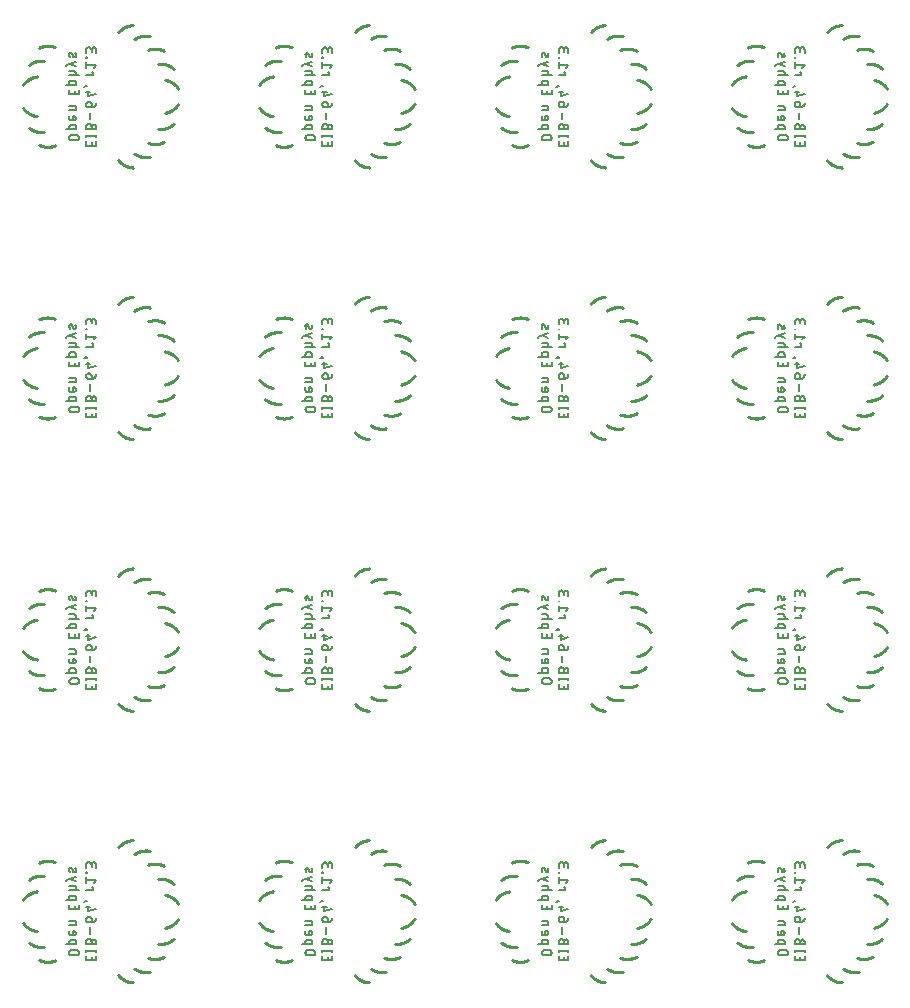
<source format=gbr>
G04 EAGLE Gerber RS-274X export*
G75*
%MOMM*%
%FSLAX34Y34*%
%LPD*%
%INSilkscreen Bottom*%
%IPPOS*%
%AMOC8*
5,1,8,0,0,1.08239X$1,22.5*%
G01*
%ADD10C,0.177800*%
%ADD11C,0.254000*%


D10*
X197793Y182092D02*
X197793Y178367D01*
X206175Y178367D01*
X206175Y182092D01*
X202450Y181161D02*
X202450Y178367D01*
X206175Y186458D02*
X197793Y186458D01*
X197793Y187389D02*
X197793Y185526D01*
X206175Y185526D02*
X206175Y187389D01*
X202450Y191965D02*
X202450Y194294D01*
X202449Y194294D02*
X202447Y194389D01*
X202441Y194484D01*
X202432Y194578D01*
X202418Y194672D01*
X202401Y194766D01*
X202380Y194858D01*
X202355Y194950D01*
X202326Y195040D01*
X202294Y195130D01*
X202258Y195218D01*
X202218Y195304D01*
X202176Y195389D01*
X202129Y195472D01*
X202079Y195553D01*
X202026Y195631D01*
X201970Y195708D01*
X201911Y195782D01*
X201849Y195854D01*
X201784Y195923D01*
X201716Y195990D01*
X201646Y196053D01*
X201572Y196114D01*
X201497Y196172D01*
X201419Y196226D01*
X201339Y196278D01*
X201257Y196326D01*
X201174Y196370D01*
X201088Y196412D01*
X201001Y196449D01*
X200912Y196483D01*
X200822Y196514D01*
X200731Y196541D01*
X200639Y196564D01*
X200546Y196583D01*
X200452Y196598D01*
X200358Y196610D01*
X200263Y196618D01*
X200168Y196622D01*
X200074Y196622D01*
X199979Y196618D01*
X199884Y196610D01*
X199790Y196598D01*
X199696Y196583D01*
X199603Y196564D01*
X199511Y196541D01*
X199420Y196514D01*
X199330Y196483D01*
X199241Y196449D01*
X199154Y196412D01*
X199068Y196370D01*
X198985Y196326D01*
X198903Y196278D01*
X198823Y196226D01*
X198745Y196172D01*
X198670Y196114D01*
X198596Y196053D01*
X198526Y195990D01*
X198458Y195923D01*
X198393Y195854D01*
X198331Y195782D01*
X198272Y195708D01*
X198216Y195631D01*
X198163Y195553D01*
X198113Y195472D01*
X198066Y195389D01*
X198024Y195304D01*
X197984Y195218D01*
X197948Y195130D01*
X197916Y195040D01*
X197887Y194950D01*
X197862Y194858D01*
X197841Y194766D01*
X197824Y194672D01*
X197810Y194578D01*
X197801Y194484D01*
X197795Y194389D01*
X197793Y194294D01*
X197793Y191965D01*
X206175Y191965D01*
X206175Y194294D01*
X206173Y194379D01*
X206167Y194463D01*
X206158Y194548D01*
X206144Y194631D01*
X206127Y194714D01*
X206106Y194797D01*
X206081Y194878D01*
X206053Y194958D01*
X206021Y195036D01*
X205985Y195113D01*
X205946Y195189D01*
X205904Y195262D01*
X205858Y195333D01*
X205809Y195403D01*
X205757Y195470D01*
X205702Y195534D01*
X205644Y195596D01*
X205584Y195656D01*
X205520Y195712D01*
X205455Y195766D01*
X205386Y195816D01*
X205316Y195863D01*
X205244Y195907D01*
X205169Y195948D01*
X205093Y195985D01*
X205015Y196019D01*
X204936Y196049D01*
X204855Y196076D01*
X204774Y196099D01*
X204691Y196118D01*
X204608Y196133D01*
X204524Y196145D01*
X204439Y196153D01*
X204354Y196157D01*
X204270Y196157D01*
X204185Y196153D01*
X204100Y196145D01*
X204016Y196133D01*
X203933Y196118D01*
X203850Y196099D01*
X203769Y196076D01*
X203688Y196049D01*
X203609Y196019D01*
X203531Y195985D01*
X203455Y195948D01*
X203381Y195907D01*
X203308Y195863D01*
X203238Y195816D01*
X203169Y195766D01*
X203104Y195712D01*
X203040Y195656D01*
X202980Y195596D01*
X202922Y195534D01*
X202867Y195470D01*
X202815Y195403D01*
X202766Y195333D01*
X202720Y195262D01*
X202678Y195189D01*
X202639Y195113D01*
X202603Y195036D01*
X202571Y194958D01*
X202543Y194878D01*
X202518Y194797D01*
X202497Y194714D01*
X202480Y194631D01*
X202466Y194548D01*
X202457Y194463D01*
X202451Y194379D01*
X202449Y194294D01*
X201053Y200733D02*
X201053Y206321D01*
X202450Y210952D02*
X202450Y213746D01*
X202448Y213830D01*
X202443Y213913D01*
X202433Y213996D01*
X202420Y214079D01*
X202403Y214161D01*
X202383Y214242D01*
X202359Y214322D01*
X202331Y214401D01*
X202300Y214478D01*
X202266Y214554D01*
X202228Y214629D01*
X202186Y214702D01*
X202142Y214772D01*
X202094Y214841D01*
X202044Y214908D01*
X201990Y214972D01*
X201934Y215033D01*
X201874Y215093D01*
X201813Y215149D01*
X201749Y215203D01*
X201682Y215253D01*
X201613Y215301D01*
X201543Y215345D01*
X201470Y215387D01*
X201395Y215425D01*
X201319Y215459D01*
X201242Y215490D01*
X201163Y215518D01*
X201083Y215542D01*
X201002Y215562D01*
X200920Y215579D01*
X200837Y215592D01*
X200754Y215602D01*
X200671Y215607D01*
X200587Y215609D01*
X200587Y215608D02*
X200121Y215608D01*
X200026Y215606D01*
X199931Y215600D01*
X199837Y215591D01*
X199743Y215577D01*
X199649Y215560D01*
X199557Y215539D01*
X199465Y215514D01*
X199375Y215485D01*
X199285Y215453D01*
X199197Y215417D01*
X199111Y215377D01*
X199026Y215335D01*
X198943Y215288D01*
X198862Y215238D01*
X198784Y215185D01*
X198707Y215129D01*
X198633Y215070D01*
X198561Y215008D01*
X198492Y214943D01*
X198425Y214875D01*
X198362Y214805D01*
X198301Y214731D01*
X198243Y214656D01*
X198189Y214578D01*
X198137Y214498D01*
X198089Y214416D01*
X198045Y214333D01*
X198003Y214247D01*
X197966Y214160D01*
X197932Y214071D01*
X197901Y213981D01*
X197874Y213890D01*
X197851Y213798D01*
X197832Y213705D01*
X197817Y213611D01*
X197805Y213517D01*
X197797Y213422D01*
X197793Y213327D01*
X197793Y213233D01*
X197797Y213138D01*
X197805Y213043D01*
X197817Y212949D01*
X197832Y212855D01*
X197851Y212762D01*
X197874Y212670D01*
X197901Y212579D01*
X197932Y212489D01*
X197966Y212400D01*
X198003Y212313D01*
X198045Y212227D01*
X198089Y212144D01*
X198137Y212062D01*
X198189Y211982D01*
X198243Y211904D01*
X198301Y211829D01*
X198362Y211755D01*
X198425Y211685D01*
X198492Y211617D01*
X198561Y211552D01*
X198633Y211490D01*
X198707Y211431D01*
X198784Y211375D01*
X198862Y211322D01*
X198943Y211272D01*
X199026Y211225D01*
X199111Y211183D01*
X199197Y211143D01*
X199285Y211107D01*
X199375Y211075D01*
X199465Y211046D01*
X199557Y211021D01*
X199649Y211000D01*
X199743Y210983D01*
X199837Y210969D01*
X199931Y210960D01*
X200026Y210954D01*
X200121Y210952D01*
X202450Y210952D01*
X202572Y210954D01*
X202694Y210960D01*
X202815Y210970D01*
X202936Y210984D01*
X203057Y211002D01*
X203177Y211024D01*
X203296Y211049D01*
X203414Y211079D01*
X203531Y211112D01*
X203647Y211150D01*
X203762Y211191D01*
X203875Y211236D01*
X203987Y211284D01*
X204098Y211336D01*
X204206Y211392D01*
X204312Y211451D01*
X204417Y211514D01*
X204519Y211580D01*
X204620Y211649D01*
X204718Y211722D01*
X204813Y211798D01*
X204906Y211876D01*
X204996Y211958D01*
X205084Y212043D01*
X205169Y212131D01*
X205251Y212221D01*
X205329Y212314D01*
X205405Y212409D01*
X205478Y212507D01*
X205547Y212607D01*
X205613Y212710D01*
X205676Y212814D01*
X205735Y212921D01*
X205791Y213029D01*
X205843Y213140D01*
X205891Y213251D01*
X205936Y213365D01*
X205977Y213480D01*
X206015Y213596D01*
X206048Y213713D01*
X206078Y213831D01*
X206103Y213950D01*
X206125Y214070D01*
X206143Y214191D01*
X206157Y214312D01*
X206167Y214433D01*
X206173Y214555D01*
X206175Y214677D01*
X206175Y221958D02*
X199656Y220096D01*
X199656Y224752D01*
X201518Y223355D02*
X197793Y223355D01*
X197793Y228537D02*
X197793Y229003D01*
X197793Y228537D02*
X198259Y228537D01*
X198259Y229003D01*
X197793Y229003D01*
X195930Y228304D01*
X197793Y238020D02*
X203381Y238020D01*
X203381Y240814D01*
X202450Y240814D01*
X204312Y244175D02*
X206175Y246503D01*
X197793Y246503D01*
X197793Y244175D02*
X197793Y248831D01*
X197793Y252671D02*
X198259Y252671D01*
X198259Y253137D01*
X197793Y253137D01*
X197793Y252671D01*
X197793Y256976D02*
X197793Y259305D01*
X197795Y259400D01*
X197801Y259495D01*
X197810Y259589D01*
X197824Y259683D01*
X197841Y259777D01*
X197862Y259869D01*
X197887Y259961D01*
X197916Y260051D01*
X197948Y260141D01*
X197984Y260229D01*
X198024Y260315D01*
X198066Y260400D01*
X198113Y260483D01*
X198163Y260564D01*
X198216Y260642D01*
X198272Y260719D01*
X198331Y260793D01*
X198393Y260865D01*
X198458Y260934D01*
X198526Y261001D01*
X198596Y261064D01*
X198670Y261125D01*
X198745Y261183D01*
X198823Y261237D01*
X198903Y261289D01*
X198985Y261337D01*
X199068Y261381D01*
X199154Y261423D01*
X199241Y261460D01*
X199330Y261494D01*
X199420Y261525D01*
X199511Y261552D01*
X199603Y261575D01*
X199696Y261594D01*
X199790Y261609D01*
X199884Y261621D01*
X199979Y261629D01*
X200074Y261633D01*
X200168Y261633D01*
X200263Y261629D01*
X200358Y261621D01*
X200452Y261609D01*
X200546Y261594D01*
X200639Y261575D01*
X200731Y261552D01*
X200822Y261525D01*
X200912Y261494D01*
X201001Y261460D01*
X201088Y261423D01*
X201174Y261381D01*
X201257Y261337D01*
X201339Y261289D01*
X201419Y261237D01*
X201497Y261183D01*
X201572Y261125D01*
X201646Y261064D01*
X201716Y261001D01*
X201784Y260934D01*
X201849Y260865D01*
X201911Y260793D01*
X201970Y260719D01*
X202026Y260642D01*
X202079Y260564D01*
X202129Y260483D01*
X202176Y260400D01*
X202218Y260315D01*
X202258Y260229D01*
X202294Y260141D01*
X202326Y260051D01*
X202355Y259961D01*
X202380Y259869D01*
X202401Y259777D01*
X202418Y259683D01*
X202432Y259589D01*
X202441Y259495D01*
X202447Y259400D01*
X202449Y259305D01*
X206175Y259770D02*
X206175Y256976D01*
X206175Y259770D02*
X206173Y259855D01*
X206167Y259939D01*
X206158Y260024D01*
X206144Y260107D01*
X206127Y260190D01*
X206106Y260273D01*
X206081Y260354D01*
X206053Y260434D01*
X206021Y260512D01*
X205985Y260589D01*
X205946Y260665D01*
X205904Y260738D01*
X205858Y260809D01*
X205809Y260879D01*
X205757Y260946D01*
X205702Y261010D01*
X205644Y261072D01*
X205584Y261132D01*
X205520Y261188D01*
X205455Y261242D01*
X205386Y261292D01*
X205316Y261339D01*
X205244Y261383D01*
X205169Y261424D01*
X205093Y261461D01*
X205015Y261495D01*
X204936Y261525D01*
X204855Y261552D01*
X204774Y261575D01*
X204691Y261594D01*
X204608Y261609D01*
X204524Y261621D01*
X204439Y261629D01*
X204354Y261633D01*
X204270Y261633D01*
X204185Y261629D01*
X204100Y261621D01*
X204016Y261609D01*
X203933Y261594D01*
X203850Y261575D01*
X203769Y261552D01*
X203688Y261525D01*
X203609Y261495D01*
X203531Y261461D01*
X203455Y261424D01*
X203381Y261383D01*
X203308Y261339D01*
X203238Y261292D01*
X203169Y261242D01*
X203104Y261188D01*
X203040Y261132D01*
X202980Y261072D01*
X202922Y261010D01*
X202867Y260946D01*
X202815Y260879D01*
X202766Y260809D01*
X202720Y260738D01*
X202678Y260665D01*
X202639Y260589D01*
X202603Y260512D01*
X202571Y260434D01*
X202543Y260354D01*
X202518Y260273D01*
X202497Y260190D01*
X202480Y260107D01*
X202466Y260024D01*
X202457Y259939D01*
X202451Y259855D01*
X202449Y259770D01*
X202450Y259770D02*
X202450Y257908D01*
X189623Y182736D02*
X185897Y182736D01*
X189623Y182737D02*
X189718Y182739D01*
X189813Y182745D01*
X189907Y182754D01*
X190001Y182768D01*
X190095Y182785D01*
X190187Y182806D01*
X190279Y182831D01*
X190369Y182860D01*
X190459Y182892D01*
X190547Y182928D01*
X190633Y182968D01*
X190718Y183010D01*
X190801Y183057D01*
X190882Y183107D01*
X190960Y183160D01*
X191037Y183216D01*
X191111Y183275D01*
X191183Y183337D01*
X191252Y183402D01*
X191319Y183470D01*
X191382Y183540D01*
X191443Y183614D01*
X191501Y183689D01*
X191555Y183767D01*
X191607Y183847D01*
X191655Y183929D01*
X191699Y184012D01*
X191741Y184098D01*
X191778Y184185D01*
X191812Y184274D01*
X191843Y184364D01*
X191870Y184455D01*
X191893Y184547D01*
X191912Y184640D01*
X191927Y184734D01*
X191939Y184828D01*
X191947Y184923D01*
X191951Y185018D01*
X191951Y185112D01*
X191947Y185207D01*
X191939Y185302D01*
X191927Y185396D01*
X191912Y185490D01*
X191893Y185583D01*
X191870Y185675D01*
X191843Y185766D01*
X191812Y185856D01*
X191778Y185945D01*
X191741Y186032D01*
X191699Y186118D01*
X191655Y186201D01*
X191607Y186283D01*
X191555Y186363D01*
X191501Y186441D01*
X191443Y186516D01*
X191382Y186590D01*
X191319Y186660D01*
X191252Y186728D01*
X191183Y186793D01*
X191111Y186855D01*
X191037Y186914D01*
X190960Y186970D01*
X190882Y187023D01*
X190801Y187073D01*
X190718Y187120D01*
X190633Y187162D01*
X190547Y187202D01*
X190459Y187238D01*
X190369Y187270D01*
X190279Y187299D01*
X190187Y187324D01*
X190095Y187345D01*
X190001Y187362D01*
X189907Y187376D01*
X189813Y187385D01*
X189718Y187391D01*
X189623Y187393D01*
X185897Y187393D01*
X185802Y187391D01*
X185707Y187385D01*
X185613Y187376D01*
X185519Y187362D01*
X185425Y187345D01*
X185333Y187324D01*
X185241Y187299D01*
X185151Y187270D01*
X185061Y187238D01*
X184973Y187202D01*
X184887Y187162D01*
X184802Y187120D01*
X184719Y187073D01*
X184638Y187023D01*
X184560Y186970D01*
X184483Y186914D01*
X184409Y186855D01*
X184337Y186793D01*
X184268Y186728D01*
X184201Y186660D01*
X184138Y186590D01*
X184077Y186516D01*
X184019Y186441D01*
X183965Y186363D01*
X183913Y186283D01*
X183865Y186201D01*
X183821Y186118D01*
X183779Y186032D01*
X183742Y185945D01*
X183708Y185856D01*
X183677Y185766D01*
X183650Y185675D01*
X183627Y185583D01*
X183608Y185490D01*
X183593Y185396D01*
X183581Y185302D01*
X183573Y185207D01*
X183569Y185112D01*
X183569Y185018D01*
X183573Y184923D01*
X183581Y184828D01*
X183593Y184734D01*
X183608Y184640D01*
X183627Y184547D01*
X183650Y184455D01*
X183677Y184364D01*
X183708Y184274D01*
X183742Y184185D01*
X183779Y184098D01*
X183821Y184012D01*
X183865Y183929D01*
X183913Y183847D01*
X183965Y183767D01*
X184019Y183689D01*
X184077Y183614D01*
X184138Y183540D01*
X184201Y183470D01*
X184268Y183402D01*
X184337Y183337D01*
X184409Y183275D01*
X184483Y183216D01*
X184560Y183160D01*
X184638Y183107D01*
X184719Y183057D01*
X184802Y183010D01*
X184887Y182968D01*
X184973Y182928D01*
X185061Y182892D01*
X185151Y182860D01*
X185241Y182831D01*
X185333Y182806D01*
X185425Y182785D01*
X185519Y182768D01*
X185613Y182754D01*
X185707Y182745D01*
X185802Y182739D01*
X185897Y182737D01*
X189157Y192116D02*
X180775Y192116D01*
X189157Y192116D02*
X189157Y194445D01*
X189155Y194518D01*
X189149Y194591D01*
X189140Y194664D01*
X189126Y194735D01*
X189109Y194807D01*
X189089Y194877D01*
X189064Y194946D01*
X189036Y195013D01*
X189005Y195079D01*
X188970Y195144D01*
X188932Y195206D01*
X188890Y195266D01*
X188846Y195324D01*
X188798Y195380D01*
X188748Y195433D01*
X188695Y195483D01*
X188639Y195531D01*
X188581Y195575D01*
X188521Y195617D01*
X188459Y195655D01*
X188394Y195690D01*
X188328Y195721D01*
X188261Y195749D01*
X188192Y195774D01*
X188122Y195794D01*
X188050Y195811D01*
X187979Y195825D01*
X187906Y195834D01*
X187833Y195840D01*
X187760Y195842D01*
X184966Y195842D01*
X184893Y195840D01*
X184820Y195834D01*
X184747Y195825D01*
X184676Y195811D01*
X184604Y195794D01*
X184534Y195774D01*
X184465Y195749D01*
X184398Y195721D01*
X184332Y195690D01*
X184268Y195655D01*
X184205Y195617D01*
X184145Y195575D01*
X184087Y195531D01*
X184031Y195483D01*
X183978Y195433D01*
X183928Y195380D01*
X183880Y195324D01*
X183836Y195266D01*
X183794Y195206D01*
X183756Y195144D01*
X183721Y195079D01*
X183690Y195013D01*
X183662Y194946D01*
X183637Y194877D01*
X183617Y194807D01*
X183600Y194735D01*
X183586Y194664D01*
X183577Y194591D01*
X183571Y194518D01*
X183569Y194445D01*
X183569Y192116D01*
X183569Y201363D02*
X183569Y203691D01*
X183569Y201363D02*
X183571Y201290D01*
X183577Y201217D01*
X183586Y201144D01*
X183600Y201073D01*
X183617Y201001D01*
X183637Y200931D01*
X183662Y200862D01*
X183690Y200795D01*
X183721Y200729D01*
X183756Y200665D01*
X183794Y200602D01*
X183836Y200542D01*
X183880Y200484D01*
X183928Y200428D01*
X183978Y200375D01*
X184031Y200325D01*
X184087Y200277D01*
X184145Y200233D01*
X184205Y200191D01*
X184268Y200153D01*
X184332Y200118D01*
X184398Y200087D01*
X184465Y200059D01*
X184534Y200034D01*
X184604Y200014D01*
X184676Y199997D01*
X184747Y199983D01*
X184820Y199974D01*
X184893Y199968D01*
X184966Y199966D01*
X187294Y199966D01*
X187379Y199968D01*
X187463Y199974D01*
X187548Y199983D01*
X187631Y199997D01*
X187714Y200014D01*
X187797Y200035D01*
X187878Y200060D01*
X187958Y200088D01*
X188036Y200120D01*
X188113Y200156D01*
X188189Y200195D01*
X188262Y200237D01*
X188333Y200283D01*
X188403Y200332D01*
X188470Y200384D01*
X188534Y200439D01*
X188596Y200497D01*
X188656Y200557D01*
X188712Y200621D01*
X188766Y200686D01*
X188816Y200755D01*
X188863Y200825D01*
X188907Y200898D01*
X188948Y200972D01*
X188985Y201048D01*
X189019Y201126D01*
X189049Y201205D01*
X189076Y201286D01*
X189099Y201367D01*
X189118Y201450D01*
X189133Y201533D01*
X189145Y201617D01*
X189153Y201702D01*
X189157Y201787D01*
X189157Y201871D01*
X189153Y201956D01*
X189145Y202041D01*
X189133Y202125D01*
X189118Y202208D01*
X189099Y202291D01*
X189076Y202372D01*
X189049Y202453D01*
X189019Y202532D01*
X188985Y202610D01*
X188948Y202686D01*
X188907Y202761D01*
X188863Y202833D01*
X188816Y202903D01*
X188766Y202972D01*
X188712Y203037D01*
X188656Y203101D01*
X188596Y203161D01*
X188534Y203219D01*
X188470Y203274D01*
X188403Y203326D01*
X188333Y203375D01*
X188262Y203421D01*
X188189Y203463D01*
X188113Y203502D01*
X188036Y203538D01*
X187958Y203570D01*
X187878Y203598D01*
X187797Y203623D01*
X187714Y203644D01*
X187631Y203661D01*
X187548Y203675D01*
X187463Y203684D01*
X187379Y203690D01*
X187294Y203692D01*
X187294Y203691D02*
X186363Y203691D01*
X186363Y199966D01*
X183569Y208195D02*
X189157Y208195D01*
X189157Y210524D01*
X189155Y210597D01*
X189149Y210670D01*
X189140Y210743D01*
X189126Y210814D01*
X189109Y210886D01*
X189089Y210956D01*
X189064Y211025D01*
X189036Y211092D01*
X189005Y211158D01*
X188970Y211223D01*
X188932Y211285D01*
X188890Y211345D01*
X188846Y211403D01*
X188798Y211459D01*
X188748Y211512D01*
X188695Y211562D01*
X188639Y211610D01*
X188581Y211654D01*
X188521Y211696D01*
X188459Y211734D01*
X188394Y211769D01*
X188328Y211800D01*
X188261Y211828D01*
X188192Y211853D01*
X188122Y211873D01*
X188050Y211890D01*
X187979Y211904D01*
X187906Y211913D01*
X187833Y211919D01*
X187760Y211921D01*
X183569Y211921D01*
X183569Y221779D02*
X183569Y225505D01*
X183569Y221779D02*
X191951Y221779D01*
X191951Y225505D01*
X188226Y224573D02*
X188226Y221779D01*
X189157Y229606D02*
X180775Y229606D01*
X189157Y229606D02*
X189157Y231935D01*
X189155Y232008D01*
X189149Y232081D01*
X189140Y232154D01*
X189126Y232225D01*
X189109Y232297D01*
X189089Y232367D01*
X189064Y232436D01*
X189036Y232503D01*
X189005Y232569D01*
X188970Y232634D01*
X188932Y232696D01*
X188890Y232756D01*
X188846Y232814D01*
X188798Y232870D01*
X188748Y232923D01*
X188695Y232973D01*
X188639Y233021D01*
X188581Y233065D01*
X188521Y233107D01*
X188459Y233145D01*
X188394Y233180D01*
X188328Y233211D01*
X188261Y233239D01*
X188192Y233264D01*
X188122Y233284D01*
X188050Y233301D01*
X187979Y233315D01*
X187906Y233324D01*
X187833Y233330D01*
X187760Y233332D01*
X184966Y233332D01*
X184893Y233330D01*
X184820Y233324D01*
X184747Y233315D01*
X184676Y233301D01*
X184604Y233284D01*
X184534Y233264D01*
X184465Y233239D01*
X184398Y233211D01*
X184332Y233180D01*
X184268Y233145D01*
X184205Y233107D01*
X184145Y233065D01*
X184087Y233021D01*
X184031Y232973D01*
X183978Y232923D01*
X183928Y232870D01*
X183880Y232814D01*
X183836Y232756D01*
X183794Y232696D01*
X183756Y232634D01*
X183721Y232569D01*
X183690Y232503D01*
X183662Y232436D01*
X183637Y232367D01*
X183617Y232297D01*
X183600Y232225D01*
X183586Y232154D01*
X183577Y232081D01*
X183571Y232008D01*
X183569Y231935D01*
X183569Y229606D01*
X183569Y237761D02*
X191951Y237761D01*
X189157Y237761D02*
X189157Y240089D01*
X189155Y240162D01*
X189149Y240235D01*
X189140Y240308D01*
X189126Y240379D01*
X189109Y240451D01*
X189089Y240521D01*
X189064Y240590D01*
X189036Y240657D01*
X189005Y240723D01*
X188970Y240788D01*
X188932Y240850D01*
X188890Y240910D01*
X188846Y240968D01*
X188798Y241024D01*
X188748Y241077D01*
X188695Y241127D01*
X188639Y241175D01*
X188581Y241219D01*
X188521Y241261D01*
X188459Y241299D01*
X188394Y241334D01*
X188328Y241365D01*
X188261Y241393D01*
X188192Y241418D01*
X188122Y241438D01*
X188050Y241455D01*
X187979Y241469D01*
X187906Y241478D01*
X187833Y241484D01*
X187760Y241486D01*
X183569Y241486D01*
X180775Y245686D02*
X180775Y246617D01*
X189157Y249411D01*
X189157Y245686D02*
X183569Y247548D01*
X186829Y254004D02*
X185897Y256332D01*
X186829Y254004D02*
X186857Y253941D01*
X186887Y253880D01*
X186921Y253821D01*
X186959Y253763D01*
X186999Y253708D01*
X187043Y253656D01*
X187089Y253606D01*
X187139Y253558D01*
X187191Y253514D01*
X187245Y253472D01*
X187301Y253434D01*
X187360Y253399D01*
X187421Y253367D01*
X187483Y253339D01*
X187547Y253314D01*
X187612Y253293D01*
X187678Y253276D01*
X187745Y253263D01*
X187813Y253253D01*
X187881Y253247D01*
X187949Y253245D01*
X188017Y253247D01*
X188085Y253253D01*
X188153Y253262D01*
X188220Y253276D01*
X188286Y253293D01*
X188351Y253314D01*
X188415Y253338D01*
X188477Y253366D01*
X188538Y253398D01*
X188597Y253433D01*
X188653Y253471D01*
X188708Y253513D01*
X188760Y253557D01*
X188809Y253604D01*
X188856Y253654D01*
X188900Y253707D01*
X188940Y253762D01*
X188978Y253819D01*
X189012Y253878D01*
X189043Y253939D01*
X189070Y254002D01*
X189094Y254066D01*
X189114Y254131D01*
X189130Y254198D01*
X189142Y254265D01*
X189151Y254333D01*
X189156Y254401D01*
X189157Y254469D01*
X189157Y254470D02*
X189153Y254614D01*
X189145Y254758D01*
X189134Y254901D01*
X189118Y255045D01*
X189098Y255187D01*
X189075Y255329D01*
X189047Y255471D01*
X189016Y255612D01*
X188981Y255751D01*
X188942Y255890D01*
X188899Y256028D01*
X188853Y256164D01*
X188803Y256299D01*
X188749Y256433D01*
X188692Y256565D01*
X185897Y256332D02*
X185870Y256395D01*
X185839Y256456D01*
X185805Y256515D01*
X185767Y256573D01*
X185727Y256628D01*
X185683Y256680D01*
X185637Y256730D01*
X185587Y256778D01*
X185535Y256822D01*
X185481Y256864D01*
X185425Y256902D01*
X185366Y256937D01*
X185305Y256969D01*
X185243Y256997D01*
X185179Y257022D01*
X185114Y257043D01*
X185048Y257060D01*
X184981Y257073D01*
X184913Y257083D01*
X184845Y257089D01*
X184777Y257091D01*
X184709Y257089D01*
X184641Y257083D01*
X184573Y257074D01*
X184506Y257060D01*
X184440Y257043D01*
X184375Y257022D01*
X184311Y256998D01*
X184249Y256970D01*
X184188Y256938D01*
X184129Y256903D01*
X184073Y256865D01*
X184018Y256823D01*
X183966Y256779D01*
X183917Y256732D01*
X183870Y256682D01*
X183826Y256629D01*
X183786Y256574D01*
X183748Y256517D01*
X183714Y256458D01*
X183683Y256397D01*
X183656Y256334D01*
X183632Y256270D01*
X183612Y256205D01*
X183596Y256138D01*
X183584Y256071D01*
X183575Y256003D01*
X183570Y255935D01*
X183569Y255867D01*
X183574Y255680D01*
X183583Y255494D01*
X183597Y255308D01*
X183615Y255122D01*
X183637Y254936D01*
X183664Y254751D01*
X183695Y254567D01*
X183731Y254384D01*
X183771Y254201D01*
X183815Y254020D01*
X183864Y253839D01*
X183916Y253660D01*
X183973Y253482D01*
X184034Y253306D01*
X397793Y182092D02*
X397793Y178367D01*
X406175Y178367D01*
X406175Y182092D01*
X402450Y181161D02*
X402450Y178367D01*
X406175Y186458D02*
X397793Y186458D01*
X397793Y187389D02*
X397793Y185526D01*
X406175Y185526D02*
X406175Y187389D01*
X402450Y191965D02*
X402450Y194294D01*
X402449Y194294D02*
X402447Y194389D01*
X402441Y194484D01*
X402432Y194578D01*
X402418Y194672D01*
X402401Y194766D01*
X402380Y194858D01*
X402355Y194950D01*
X402326Y195040D01*
X402294Y195130D01*
X402258Y195218D01*
X402218Y195304D01*
X402176Y195389D01*
X402129Y195472D01*
X402079Y195553D01*
X402026Y195631D01*
X401970Y195708D01*
X401911Y195782D01*
X401849Y195854D01*
X401784Y195923D01*
X401716Y195990D01*
X401646Y196053D01*
X401572Y196114D01*
X401497Y196172D01*
X401419Y196226D01*
X401339Y196278D01*
X401257Y196326D01*
X401174Y196370D01*
X401088Y196412D01*
X401001Y196449D01*
X400912Y196483D01*
X400822Y196514D01*
X400731Y196541D01*
X400639Y196564D01*
X400546Y196583D01*
X400452Y196598D01*
X400358Y196610D01*
X400263Y196618D01*
X400168Y196622D01*
X400074Y196622D01*
X399979Y196618D01*
X399884Y196610D01*
X399790Y196598D01*
X399696Y196583D01*
X399603Y196564D01*
X399511Y196541D01*
X399420Y196514D01*
X399330Y196483D01*
X399241Y196449D01*
X399154Y196412D01*
X399068Y196370D01*
X398985Y196326D01*
X398903Y196278D01*
X398823Y196226D01*
X398745Y196172D01*
X398670Y196114D01*
X398596Y196053D01*
X398526Y195990D01*
X398458Y195923D01*
X398393Y195854D01*
X398331Y195782D01*
X398272Y195708D01*
X398216Y195631D01*
X398163Y195553D01*
X398113Y195472D01*
X398066Y195389D01*
X398024Y195304D01*
X397984Y195218D01*
X397948Y195130D01*
X397916Y195040D01*
X397887Y194950D01*
X397862Y194858D01*
X397841Y194766D01*
X397824Y194672D01*
X397810Y194578D01*
X397801Y194484D01*
X397795Y194389D01*
X397793Y194294D01*
X397793Y191965D01*
X406175Y191965D01*
X406175Y194294D01*
X406173Y194379D01*
X406167Y194463D01*
X406158Y194548D01*
X406144Y194631D01*
X406127Y194714D01*
X406106Y194797D01*
X406081Y194878D01*
X406053Y194958D01*
X406021Y195036D01*
X405985Y195113D01*
X405946Y195189D01*
X405904Y195262D01*
X405858Y195333D01*
X405809Y195403D01*
X405757Y195470D01*
X405702Y195534D01*
X405644Y195596D01*
X405584Y195656D01*
X405520Y195712D01*
X405455Y195766D01*
X405386Y195816D01*
X405316Y195863D01*
X405244Y195907D01*
X405169Y195948D01*
X405093Y195985D01*
X405015Y196019D01*
X404936Y196049D01*
X404855Y196076D01*
X404774Y196099D01*
X404691Y196118D01*
X404608Y196133D01*
X404524Y196145D01*
X404439Y196153D01*
X404354Y196157D01*
X404270Y196157D01*
X404185Y196153D01*
X404100Y196145D01*
X404016Y196133D01*
X403933Y196118D01*
X403850Y196099D01*
X403769Y196076D01*
X403688Y196049D01*
X403609Y196019D01*
X403531Y195985D01*
X403455Y195948D01*
X403381Y195907D01*
X403308Y195863D01*
X403238Y195816D01*
X403169Y195766D01*
X403104Y195712D01*
X403040Y195656D01*
X402980Y195596D01*
X402922Y195534D01*
X402867Y195470D01*
X402815Y195403D01*
X402766Y195333D01*
X402720Y195262D01*
X402678Y195189D01*
X402639Y195113D01*
X402603Y195036D01*
X402571Y194958D01*
X402543Y194878D01*
X402518Y194797D01*
X402497Y194714D01*
X402480Y194631D01*
X402466Y194548D01*
X402457Y194463D01*
X402451Y194379D01*
X402449Y194294D01*
X401053Y200733D02*
X401053Y206321D01*
X402450Y210952D02*
X402450Y213746D01*
X402448Y213830D01*
X402443Y213913D01*
X402433Y213996D01*
X402420Y214079D01*
X402403Y214161D01*
X402383Y214242D01*
X402359Y214322D01*
X402331Y214401D01*
X402300Y214478D01*
X402266Y214554D01*
X402228Y214629D01*
X402186Y214702D01*
X402142Y214772D01*
X402094Y214841D01*
X402044Y214908D01*
X401990Y214972D01*
X401934Y215033D01*
X401874Y215093D01*
X401813Y215149D01*
X401749Y215203D01*
X401682Y215253D01*
X401613Y215301D01*
X401543Y215345D01*
X401470Y215387D01*
X401395Y215425D01*
X401319Y215459D01*
X401242Y215490D01*
X401163Y215518D01*
X401083Y215542D01*
X401002Y215562D01*
X400920Y215579D01*
X400837Y215592D01*
X400754Y215602D01*
X400671Y215607D01*
X400587Y215609D01*
X400587Y215608D02*
X400121Y215608D01*
X400026Y215606D01*
X399931Y215600D01*
X399837Y215591D01*
X399743Y215577D01*
X399649Y215560D01*
X399557Y215539D01*
X399465Y215514D01*
X399375Y215485D01*
X399285Y215453D01*
X399197Y215417D01*
X399111Y215377D01*
X399026Y215335D01*
X398943Y215288D01*
X398862Y215238D01*
X398784Y215185D01*
X398707Y215129D01*
X398633Y215070D01*
X398561Y215008D01*
X398492Y214943D01*
X398425Y214875D01*
X398362Y214805D01*
X398301Y214731D01*
X398243Y214656D01*
X398189Y214578D01*
X398137Y214498D01*
X398089Y214416D01*
X398045Y214333D01*
X398003Y214247D01*
X397966Y214160D01*
X397932Y214071D01*
X397901Y213981D01*
X397874Y213890D01*
X397851Y213798D01*
X397832Y213705D01*
X397817Y213611D01*
X397805Y213517D01*
X397797Y213422D01*
X397793Y213327D01*
X397793Y213233D01*
X397797Y213138D01*
X397805Y213043D01*
X397817Y212949D01*
X397832Y212855D01*
X397851Y212762D01*
X397874Y212670D01*
X397901Y212579D01*
X397932Y212489D01*
X397966Y212400D01*
X398003Y212313D01*
X398045Y212227D01*
X398089Y212144D01*
X398137Y212062D01*
X398189Y211982D01*
X398243Y211904D01*
X398301Y211829D01*
X398362Y211755D01*
X398425Y211685D01*
X398492Y211617D01*
X398561Y211552D01*
X398633Y211490D01*
X398707Y211431D01*
X398784Y211375D01*
X398862Y211322D01*
X398943Y211272D01*
X399026Y211225D01*
X399111Y211183D01*
X399197Y211143D01*
X399285Y211107D01*
X399375Y211075D01*
X399465Y211046D01*
X399557Y211021D01*
X399649Y211000D01*
X399743Y210983D01*
X399837Y210969D01*
X399931Y210960D01*
X400026Y210954D01*
X400121Y210952D01*
X402450Y210952D01*
X402572Y210954D01*
X402694Y210960D01*
X402815Y210970D01*
X402936Y210984D01*
X403057Y211002D01*
X403177Y211024D01*
X403296Y211049D01*
X403414Y211079D01*
X403531Y211112D01*
X403647Y211150D01*
X403762Y211191D01*
X403875Y211236D01*
X403987Y211284D01*
X404098Y211336D01*
X404206Y211392D01*
X404312Y211451D01*
X404417Y211514D01*
X404519Y211580D01*
X404620Y211649D01*
X404718Y211722D01*
X404813Y211798D01*
X404906Y211876D01*
X404996Y211958D01*
X405084Y212043D01*
X405169Y212131D01*
X405251Y212221D01*
X405329Y212314D01*
X405405Y212409D01*
X405478Y212507D01*
X405547Y212607D01*
X405613Y212710D01*
X405676Y212814D01*
X405735Y212921D01*
X405791Y213029D01*
X405843Y213140D01*
X405891Y213251D01*
X405936Y213365D01*
X405977Y213480D01*
X406015Y213596D01*
X406048Y213713D01*
X406078Y213831D01*
X406103Y213950D01*
X406125Y214070D01*
X406143Y214191D01*
X406157Y214312D01*
X406167Y214433D01*
X406173Y214555D01*
X406175Y214677D01*
X406175Y221958D02*
X399656Y220096D01*
X399656Y224752D01*
X401518Y223355D02*
X397793Y223355D01*
X397793Y228537D02*
X397793Y229003D01*
X397793Y228537D02*
X398259Y228537D01*
X398259Y229003D01*
X397793Y229003D01*
X395930Y228304D01*
X397793Y238020D02*
X403381Y238020D01*
X403381Y240814D01*
X402450Y240814D01*
X404312Y244175D02*
X406175Y246503D01*
X397793Y246503D01*
X397793Y244175D02*
X397793Y248831D01*
X397793Y252671D02*
X398259Y252671D01*
X398259Y253137D01*
X397793Y253137D01*
X397793Y252671D01*
X397793Y256976D02*
X397793Y259305D01*
X397795Y259400D01*
X397801Y259495D01*
X397810Y259589D01*
X397824Y259683D01*
X397841Y259777D01*
X397862Y259869D01*
X397887Y259961D01*
X397916Y260051D01*
X397948Y260141D01*
X397984Y260229D01*
X398024Y260315D01*
X398066Y260400D01*
X398113Y260483D01*
X398163Y260564D01*
X398216Y260642D01*
X398272Y260719D01*
X398331Y260793D01*
X398393Y260865D01*
X398458Y260934D01*
X398526Y261001D01*
X398596Y261064D01*
X398670Y261125D01*
X398745Y261183D01*
X398823Y261237D01*
X398903Y261289D01*
X398985Y261337D01*
X399068Y261381D01*
X399154Y261423D01*
X399241Y261460D01*
X399330Y261494D01*
X399420Y261525D01*
X399511Y261552D01*
X399603Y261575D01*
X399696Y261594D01*
X399790Y261609D01*
X399884Y261621D01*
X399979Y261629D01*
X400074Y261633D01*
X400168Y261633D01*
X400263Y261629D01*
X400358Y261621D01*
X400452Y261609D01*
X400546Y261594D01*
X400639Y261575D01*
X400731Y261552D01*
X400822Y261525D01*
X400912Y261494D01*
X401001Y261460D01*
X401088Y261423D01*
X401174Y261381D01*
X401257Y261337D01*
X401339Y261289D01*
X401419Y261237D01*
X401497Y261183D01*
X401572Y261125D01*
X401646Y261064D01*
X401716Y261001D01*
X401784Y260934D01*
X401849Y260865D01*
X401911Y260793D01*
X401970Y260719D01*
X402026Y260642D01*
X402079Y260564D01*
X402129Y260483D01*
X402176Y260400D01*
X402218Y260315D01*
X402258Y260229D01*
X402294Y260141D01*
X402326Y260051D01*
X402355Y259961D01*
X402380Y259869D01*
X402401Y259777D01*
X402418Y259683D01*
X402432Y259589D01*
X402441Y259495D01*
X402447Y259400D01*
X402449Y259305D01*
X406175Y259770D02*
X406175Y256976D01*
X406175Y259770D02*
X406173Y259855D01*
X406167Y259939D01*
X406158Y260024D01*
X406144Y260107D01*
X406127Y260190D01*
X406106Y260273D01*
X406081Y260354D01*
X406053Y260434D01*
X406021Y260512D01*
X405985Y260589D01*
X405946Y260665D01*
X405904Y260738D01*
X405858Y260809D01*
X405809Y260879D01*
X405757Y260946D01*
X405702Y261010D01*
X405644Y261072D01*
X405584Y261132D01*
X405520Y261188D01*
X405455Y261242D01*
X405386Y261292D01*
X405316Y261339D01*
X405244Y261383D01*
X405169Y261424D01*
X405093Y261461D01*
X405015Y261495D01*
X404936Y261525D01*
X404855Y261552D01*
X404774Y261575D01*
X404691Y261594D01*
X404608Y261609D01*
X404524Y261621D01*
X404439Y261629D01*
X404354Y261633D01*
X404270Y261633D01*
X404185Y261629D01*
X404100Y261621D01*
X404016Y261609D01*
X403933Y261594D01*
X403850Y261575D01*
X403769Y261552D01*
X403688Y261525D01*
X403609Y261495D01*
X403531Y261461D01*
X403455Y261424D01*
X403381Y261383D01*
X403308Y261339D01*
X403238Y261292D01*
X403169Y261242D01*
X403104Y261188D01*
X403040Y261132D01*
X402980Y261072D01*
X402922Y261010D01*
X402867Y260946D01*
X402815Y260879D01*
X402766Y260809D01*
X402720Y260738D01*
X402678Y260665D01*
X402639Y260589D01*
X402603Y260512D01*
X402571Y260434D01*
X402543Y260354D01*
X402518Y260273D01*
X402497Y260190D01*
X402480Y260107D01*
X402466Y260024D01*
X402457Y259939D01*
X402451Y259855D01*
X402449Y259770D01*
X402450Y259770D02*
X402450Y257908D01*
X389623Y182736D02*
X385897Y182736D01*
X389623Y182737D02*
X389718Y182739D01*
X389813Y182745D01*
X389907Y182754D01*
X390001Y182768D01*
X390095Y182785D01*
X390187Y182806D01*
X390279Y182831D01*
X390369Y182860D01*
X390459Y182892D01*
X390547Y182928D01*
X390633Y182968D01*
X390718Y183010D01*
X390801Y183057D01*
X390882Y183107D01*
X390960Y183160D01*
X391037Y183216D01*
X391111Y183275D01*
X391183Y183337D01*
X391252Y183402D01*
X391319Y183470D01*
X391382Y183540D01*
X391443Y183614D01*
X391501Y183689D01*
X391555Y183767D01*
X391607Y183847D01*
X391655Y183929D01*
X391699Y184012D01*
X391741Y184098D01*
X391778Y184185D01*
X391812Y184274D01*
X391843Y184364D01*
X391870Y184455D01*
X391893Y184547D01*
X391912Y184640D01*
X391927Y184734D01*
X391939Y184828D01*
X391947Y184923D01*
X391951Y185018D01*
X391951Y185112D01*
X391947Y185207D01*
X391939Y185302D01*
X391927Y185396D01*
X391912Y185490D01*
X391893Y185583D01*
X391870Y185675D01*
X391843Y185766D01*
X391812Y185856D01*
X391778Y185945D01*
X391741Y186032D01*
X391699Y186118D01*
X391655Y186201D01*
X391607Y186283D01*
X391555Y186363D01*
X391501Y186441D01*
X391443Y186516D01*
X391382Y186590D01*
X391319Y186660D01*
X391252Y186728D01*
X391183Y186793D01*
X391111Y186855D01*
X391037Y186914D01*
X390960Y186970D01*
X390882Y187023D01*
X390801Y187073D01*
X390718Y187120D01*
X390633Y187162D01*
X390547Y187202D01*
X390459Y187238D01*
X390369Y187270D01*
X390279Y187299D01*
X390187Y187324D01*
X390095Y187345D01*
X390001Y187362D01*
X389907Y187376D01*
X389813Y187385D01*
X389718Y187391D01*
X389623Y187393D01*
X385897Y187393D01*
X385802Y187391D01*
X385707Y187385D01*
X385613Y187376D01*
X385519Y187362D01*
X385425Y187345D01*
X385333Y187324D01*
X385241Y187299D01*
X385151Y187270D01*
X385061Y187238D01*
X384973Y187202D01*
X384887Y187162D01*
X384802Y187120D01*
X384719Y187073D01*
X384638Y187023D01*
X384560Y186970D01*
X384483Y186914D01*
X384409Y186855D01*
X384337Y186793D01*
X384268Y186728D01*
X384201Y186660D01*
X384138Y186590D01*
X384077Y186516D01*
X384019Y186441D01*
X383965Y186363D01*
X383913Y186283D01*
X383865Y186201D01*
X383821Y186118D01*
X383779Y186032D01*
X383742Y185945D01*
X383708Y185856D01*
X383677Y185766D01*
X383650Y185675D01*
X383627Y185583D01*
X383608Y185490D01*
X383593Y185396D01*
X383581Y185302D01*
X383573Y185207D01*
X383569Y185112D01*
X383569Y185018D01*
X383573Y184923D01*
X383581Y184828D01*
X383593Y184734D01*
X383608Y184640D01*
X383627Y184547D01*
X383650Y184455D01*
X383677Y184364D01*
X383708Y184274D01*
X383742Y184185D01*
X383779Y184098D01*
X383821Y184012D01*
X383865Y183929D01*
X383913Y183847D01*
X383965Y183767D01*
X384019Y183689D01*
X384077Y183614D01*
X384138Y183540D01*
X384201Y183470D01*
X384268Y183402D01*
X384337Y183337D01*
X384409Y183275D01*
X384483Y183216D01*
X384560Y183160D01*
X384638Y183107D01*
X384719Y183057D01*
X384802Y183010D01*
X384887Y182968D01*
X384973Y182928D01*
X385061Y182892D01*
X385151Y182860D01*
X385241Y182831D01*
X385333Y182806D01*
X385425Y182785D01*
X385519Y182768D01*
X385613Y182754D01*
X385707Y182745D01*
X385802Y182739D01*
X385897Y182737D01*
X389157Y192116D02*
X380775Y192116D01*
X389157Y192116D02*
X389157Y194445D01*
X389155Y194518D01*
X389149Y194591D01*
X389140Y194664D01*
X389126Y194735D01*
X389109Y194807D01*
X389089Y194877D01*
X389064Y194946D01*
X389036Y195013D01*
X389005Y195079D01*
X388970Y195144D01*
X388932Y195206D01*
X388890Y195266D01*
X388846Y195324D01*
X388798Y195380D01*
X388748Y195433D01*
X388695Y195483D01*
X388639Y195531D01*
X388581Y195575D01*
X388521Y195617D01*
X388459Y195655D01*
X388394Y195690D01*
X388328Y195721D01*
X388261Y195749D01*
X388192Y195774D01*
X388122Y195794D01*
X388050Y195811D01*
X387979Y195825D01*
X387906Y195834D01*
X387833Y195840D01*
X387760Y195842D01*
X384966Y195842D01*
X384893Y195840D01*
X384820Y195834D01*
X384747Y195825D01*
X384676Y195811D01*
X384604Y195794D01*
X384534Y195774D01*
X384465Y195749D01*
X384398Y195721D01*
X384332Y195690D01*
X384268Y195655D01*
X384205Y195617D01*
X384145Y195575D01*
X384087Y195531D01*
X384031Y195483D01*
X383978Y195433D01*
X383928Y195380D01*
X383880Y195324D01*
X383836Y195266D01*
X383794Y195206D01*
X383756Y195144D01*
X383721Y195079D01*
X383690Y195013D01*
X383662Y194946D01*
X383637Y194877D01*
X383617Y194807D01*
X383600Y194735D01*
X383586Y194664D01*
X383577Y194591D01*
X383571Y194518D01*
X383569Y194445D01*
X383569Y192116D01*
X383569Y201363D02*
X383569Y203691D01*
X383569Y201363D02*
X383571Y201290D01*
X383577Y201217D01*
X383586Y201144D01*
X383600Y201073D01*
X383617Y201001D01*
X383637Y200931D01*
X383662Y200862D01*
X383690Y200795D01*
X383721Y200729D01*
X383756Y200665D01*
X383794Y200602D01*
X383836Y200542D01*
X383880Y200484D01*
X383928Y200428D01*
X383978Y200375D01*
X384031Y200325D01*
X384087Y200277D01*
X384145Y200233D01*
X384205Y200191D01*
X384268Y200153D01*
X384332Y200118D01*
X384398Y200087D01*
X384465Y200059D01*
X384534Y200034D01*
X384604Y200014D01*
X384676Y199997D01*
X384747Y199983D01*
X384820Y199974D01*
X384893Y199968D01*
X384966Y199966D01*
X387294Y199966D01*
X387379Y199968D01*
X387463Y199974D01*
X387548Y199983D01*
X387631Y199997D01*
X387714Y200014D01*
X387797Y200035D01*
X387878Y200060D01*
X387958Y200088D01*
X388036Y200120D01*
X388113Y200156D01*
X388189Y200195D01*
X388262Y200237D01*
X388333Y200283D01*
X388403Y200332D01*
X388470Y200384D01*
X388534Y200439D01*
X388596Y200497D01*
X388656Y200557D01*
X388712Y200621D01*
X388766Y200686D01*
X388816Y200755D01*
X388863Y200825D01*
X388907Y200898D01*
X388948Y200972D01*
X388985Y201048D01*
X389019Y201126D01*
X389049Y201205D01*
X389076Y201286D01*
X389099Y201367D01*
X389118Y201450D01*
X389133Y201533D01*
X389145Y201617D01*
X389153Y201702D01*
X389157Y201787D01*
X389157Y201871D01*
X389153Y201956D01*
X389145Y202041D01*
X389133Y202125D01*
X389118Y202208D01*
X389099Y202291D01*
X389076Y202372D01*
X389049Y202453D01*
X389019Y202532D01*
X388985Y202610D01*
X388948Y202686D01*
X388907Y202761D01*
X388863Y202833D01*
X388816Y202903D01*
X388766Y202972D01*
X388712Y203037D01*
X388656Y203101D01*
X388596Y203161D01*
X388534Y203219D01*
X388470Y203274D01*
X388403Y203326D01*
X388333Y203375D01*
X388262Y203421D01*
X388189Y203463D01*
X388113Y203502D01*
X388036Y203538D01*
X387958Y203570D01*
X387878Y203598D01*
X387797Y203623D01*
X387714Y203644D01*
X387631Y203661D01*
X387548Y203675D01*
X387463Y203684D01*
X387379Y203690D01*
X387294Y203692D01*
X387294Y203691D02*
X386363Y203691D01*
X386363Y199966D01*
X383569Y208195D02*
X389157Y208195D01*
X389157Y210524D01*
X389155Y210597D01*
X389149Y210670D01*
X389140Y210743D01*
X389126Y210814D01*
X389109Y210886D01*
X389089Y210956D01*
X389064Y211025D01*
X389036Y211092D01*
X389005Y211158D01*
X388970Y211223D01*
X388932Y211285D01*
X388890Y211345D01*
X388846Y211403D01*
X388798Y211459D01*
X388748Y211512D01*
X388695Y211562D01*
X388639Y211610D01*
X388581Y211654D01*
X388521Y211696D01*
X388459Y211734D01*
X388394Y211769D01*
X388328Y211800D01*
X388261Y211828D01*
X388192Y211853D01*
X388122Y211873D01*
X388050Y211890D01*
X387979Y211904D01*
X387906Y211913D01*
X387833Y211919D01*
X387760Y211921D01*
X383569Y211921D01*
X383569Y221779D02*
X383569Y225505D01*
X383569Y221779D02*
X391951Y221779D01*
X391951Y225505D01*
X388226Y224573D02*
X388226Y221779D01*
X389157Y229606D02*
X380775Y229606D01*
X389157Y229606D02*
X389157Y231935D01*
X389155Y232008D01*
X389149Y232081D01*
X389140Y232154D01*
X389126Y232225D01*
X389109Y232297D01*
X389089Y232367D01*
X389064Y232436D01*
X389036Y232503D01*
X389005Y232569D01*
X388970Y232634D01*
X388932Y232696D01*
X388890Y232756D01*
X388846Y232814D01*
X388798Y232870D01*
X388748Y232923D01*
X388695Y232973D01*
X388639Y233021D01*
X388581Y233065D01*
X388521Y233107D01*
X388459Y233145D01*
X388394Y233180D01*
X388328Y233211D01*
X388261Y233239D01*
X388192Y233264D01*
X388122Y233284D01*
X388050Y233301D01*
X387979Y233315D01*
X387906Y233324D01*
X387833Y233330D01*
X387760Y233332D01*
X384966Y233332D01*
X384893Y233330D01*
X384820Y233324D01*
X384747Y233315D01*
X384676Y233301D01*
X384604Y233284D01*
X384534Y233264D01*
X384465Y233239D01*
X384398Y233211D01*
X384332Y233180D01*
X384268Y233145D01*
X384205Y233107D01*
X384145Y233065D01*
X384087Y233021D01*
X384031Y232973D01*
X383978Y232923D01*
X383928Y232870D01*
X383880Y232814D01*
X383836Y232756D01*
X383794Y232696D01*
X383756Y232634D01*
X383721Y232569D01*
X383690Y232503D01*
X383662Y232436D01*
X383637Y232367D01*
X383617Y232297D01*
X383600Y232225D01*
X383586Y232154D01*
X383577Y232081D01*
X383571Y232008D01*
X383569Y231935D01*
X383569Y229606D01*
X383569Y237761D02*
X391951Y237761D01*
X389157Y237761D02*
X389157Y240089D01*
X389155Y240162D01*
X389149Y240235D01*
X389140Y240308D01*
X389126Y240379D01*
X389109Y240451D01*
X389089Y240521D01*
X389064Y240590D01*
X389036Y240657D01*
X389005Y240723D01*
X388970Y240788D01*
X388932Y240850D01*
X388890Y240910D01*
X388846Y240968D01*
X388798Y241024D01*
X388748Y241077D01*
X388695Y241127D01*
X388639Y241175D01*
X388581Y241219D01*
X388521Y241261D01*
X388459Y241299D01*
X388394Y241334D01*
X388328Y241365D01*
X388261Y241393D01*
X388192Y241418D01*
X388122Y241438D01*
X388050Y241455D01*
X387979Y241469D01*
X387906Y241478D01*
X387833Y241484D01*
X387760Y241486D01*
X383569Y241486D01*
X380775Y245686D02*
X380775Y246617D01*
X389157Y249411D01*
X389157Y245686D02*
X383569Y247548D01*
X386829Y254004D02*
X385897Y256332D01*
X386829Y254004D02*
X386857Y253941D01*
X386887Y253880D01*
X386921Y253821D01*
X386959Y253763D01*
X386999Y253708D01*
X387043Y253656D01*
X387089Y253606D01*
X387139Y253558D01*
X387191Y253514D01*
X387245Y253472D01*
X387301Y253434D01*
X387360Y253399D01*
X387421Y253367D01*
X387483Y253339D01*
X387547Y253314D01*
X387612Y253293D01*
X387678Y253276D01*
X387745Y253263D01*
X387813Y253253D01*
X387881Y253247D01*
X387949Y253245D01*
X388017Y253247D01*
X388085Y253253D01*
X388153Y253262D01*
X388220Y253276D01*
X388286Y253293D01*
X388351Y253314D01*
X388415Y253338D01*
X388477Y253366D01*
X388538Y253398D01*
X388597Y253433D01*
X388653Y253471D01*
X388708Y253513D01*
X388760Y253557D01*
X388809Y253604D01*
X388856Y253654D01*
X388900Y253707D01*
X388940Y253762D01*
X388978Y253819D01*
X389012Y253878D01*
X389043Y253939D01*
X389070Y254002D01*
X389094Y254066D01*
X389114Y254131D01*
X389130Y254198D01*
X389142Y254265D01*
X389151Y254333D01*
X389156Y254401D01*
X389157Y254469D01*
X389157Y254470D02*
X389153Y254614D01*
X389145Y254758D01*
X389134Y254901D01*
X389118Y255045D01*
X389098Y255187D01*
X389075Y255329D01*
X389047Y255471D01*
X389016Y255612D01*
X388981Y255751D01*
X388942Y255890D01*
X388899Y256028D01*
X388853Y256164D01*
X388803Y256299D01*
X388749Y256433D01*
X388692Y256565D01*
X385897Y256332D02*
X385870Y256395D01*
X385839Y256456D01*
X385805Y256515D01*
X385767Y256573D01*
X385727Y256628D01*
X385683Y256680D01*
X385637Y256730D01*
X385587Y256778D01*
X385535Y256822D01*
X385481Y256864D01*
X385425Y256902D01*
X385366Y256937D01*
X385305Y256969D01*
X385243Y256997D01*
X385179Y257022D01*
X385114Y257043D01*
X385048Y257060D01*
X384981Y257073D01*
X384913Y257083D01*
X384845Y257089D01*
X384777Y257091D01*
X384709Y257089D01*
X384641Y257083D01*
X384573Y257074D01*
X384506Y257060D01*
X384440Y257043D01*
X384375Y257022D01*
X384311Y256998D01*
X384249Y256970D01*
X384188Y256938D01*
X384129Y256903D01*
X384073Y256865D01*
X384018Y256823D01*
X383966Y256779D01*
X383917Y256732D01*
X383870Y256682D01*
X383826Y256629D01*
X383786Y256574D01*
X383748Y256517D01*
X383714Y256458D01*
X383683Y256397D01*
X383656Y256334D01*
X383632Y256270D01*
X383612Y256205D01*
X383596Y256138D01*
X383584Y256071D01*
X383575Y256003D01*
X383570Y255935D01*
X383569Y255867D01*
X383574Y255680D01*
X383583Y255494D01*
X383597Y255308D01*
X383615Y255122D01*
X383637Y254936D01*
X383664Y254751D01*
X383695Y254567D01*
X383731Y254384D01*
X383771Y254201D01*
X383815Y254020D01*
X383864Y253839D01*
X383916Y253660D01*
X383973Y253482D01*
X384034Y253306D01*
X597793Y182092D02*
X597793Y178367D01*
X606175Y178367D01*
X606175Y182092D01*
X602450Y181161D02*
X602450Y178367D01*
X606175Y186458D02*
X597793Y186458D01*
X597793Y187389D02*
X597793Y185526D01*
X606175Y185526D02*
X606175Y187389D01*
X602450Y191965D02*
X602450Y194294D01*
X602449Y194294D02*
X602447Y194389D01*
X602441Y194484D01*
X602432Y194578D01*
X602418Y194672D01*
X602401Y194766D01*
X602380Y194858D01*
X602355Y194950D01*
X602326Y195040D01*
X602294Y195130D01*
X602258Y195218D01*
X602218Y195304D01*
X602176Y195389D01*
X602129Y195472D01*
X602079Y195553D01*
X602026Y195631D01*
X601970Y195708D01*
X601911Y195782D01*
X601849Y195854D01*
X601784Y195923D01*
X601716Y195990D01*
X601646Y196053D01*
X601572Y196114D01*
X601497Y196172D01*
X601419Y196226D01*
X601339Y196278D01*
X601257Y196326D01*
X601174Y196370D01*
X601088Y196412D01*
X601001Y196449D01*
X600912Y196483D01*
X600822Y196514D01*
X600731Y196541D01*
X600639Y196564D01*
X600546Y196583D01*
X600452Y196598D01*
X600358Y196610D01*
X600263Y196618D01*
X600168Y196622D01*
X600074Y196622D01*
X599979Y196618D01*
X599884Y196610D01*
X599790Y196598D01*
X599696Y196583D01*
X599603Y196564D01*
X599511Y196541D01*
X599420Y196514D01*
X599330Y196483D01*
X599241Y196449D01*
X599154Y196412D01*
X599068Y196370D01*
X598985Y196326D01*
X598903Y196278D01*
X598823Y196226D01*
X598745Y196172D01*
X598670Y196114D01*
X598596Y196053D01*
X598526Y195990D01*
X598458Y195923D01*
X598393Y195854D01*
X598331Y195782D01*
X598272Y195708D01*
X598216Y195631D01*
X598163Y195553D01*
X598113Y195472D01*
X598066Y195389D01*
X598024Y195304D01*
X597984Y195218D01*
X597948Y195130D01*
X597916Y195040D01*
X597887Y194950D01*
X597862Y194858D01*
X597841Y194766D01*
X597824Y194672D01*
X597810Y194578D01*
X597801Y194484D01*
X597795Y194389D01*
X597793Y194294D01*
X597793Y191965D01*
X606175Y191965D01*
X606175Y194294D01*
X606173Y194379D01*
X606167Y194463D01*
X606158Y194548D01*
X606144Y194631D01*
X606127Y194714D01*
X606106Y194797D01*
X606081Y194878D01*
X606053Y194958D01*
X606021Y195036D01*
X605985Y195113D01*
X605946Y195189D01*
X605904Y195262D01*
X605858Y195333D01*
X605809Y195403D01*
X605757Y195470D01*
X605702Y195534D01*
X605644Y195596D01*
X605584Y195656D01*
X605520Y195712D01*
X605455Y195766D01*
X605386Y195816D01*
X605316Y195863D01*
X605244Y195907D01*
X605169Y195948D01*
X605093Y195985D01*
X605015Y196019D01*
X604936Y196049D01*
X604855Y196076D01*
X604774Y196099D01*
X604691Y196118D01*
X604608Y196133D01*
X604524Y196145D01*
X604439Y196153D01*
X604354Y196157D01*
X604270Y196157D01*
X604185Y196153D01*
X604100Y196145D01*
X604016Y196133D01*
X603933Y196118D01*
X603850Y196099D01*
X603769Y196076D01*
X603688Y196049D01*
X603609Y196019D01*
X603531Y195985D01*
X603455Y195948D01*
X603381Y195907D01*
X603308Y195863D01*
X603238Y195816D01*
X603169Y195766D01*
X603104Y195712D01*
X603040Y195656D01*
X602980Y195596D01*
X602922Y195534D01*
X602867Y195470D01*
X602815Y195403D01*
X602766Y195333D01*
X602720Y195262D01*
X602678Y195189D01*
X602639Y195113D01*
X602603Y195036D01*
X602571Y194958D01*
X602543Y194878D01*
X602518Y194797D01*
X602497Y194714D01*
X602480Y194631D01*
X602466Y194548D01*
X602457Y194463D01*
X602451Y194379D01*
X602449Y194294D01*
X601053Y200733D02*
X601053Y206321D01*
X602450Y210952D02*
X602450Y213746D01*
X602448Y213830D01*
X602443Y213913D01*
X602433Y213996D01*
X602420Y214079D01*
X602403Y214161D01*
X602383Y214242D01*
X602359Y214322D01*
X602331Y214401D01*
X602300Y214478D01*
X602266Y214554D01*
X602228Y214629D01*
X602186Y214702D01*
X602142Y214772D01*
X602094Y214841D01*
X602044Y214908D01*
X601990Y214972D01*
X601934Y215033D01*
X601874Y215093D01*
X601813Y215149D01*
X601749Y215203D01*
X601682Y215253D01*
X601613Y215301D01*
X601543Y215345D01*
X601470Y215387D01*
X601395Y215425D01*
X601319Y215459D01*
X601242Y215490D01*
X601163Y215518D01*
X601083Y215542D01*
X601002Y215562D01*
X600920Y215579D01*
X600837Y215592D01*
X600754Y215602D01*
X600671Y215607D01*
X600587Y215609D01*
X600587Y215608D02*
X600121Y215608D01*
X600026Y215606D01*
X599931Y215600D01*
X599837Y215591D01*
X599743Y215577D01*
X599649Y215560D01*
X599557Y215539D01*
X599465Y215514D01*
X599375Y215485D01*
X599285Y215453D01*
X599197Y215417D01*
X599111Y215377D01*
X599026Y215335D01*
X598943Y215288D01*
X598862Y215238D01*
X598784Y215185D01*
X598707Y215129D01*
X598633Y215070D01*
X598561Y215008D01*
X598492Y214943D01*
X598425Y214875D01*
X598362Y214805D01*
X598301Y214731D01*
X598243Y214656D01*
X598189Y214578D01*
X598137Y214498D01*
X598089Y214416D01*
X598045Y214333D01*
X598003Y214247D01*
X597966Y214160D01*
X597932Y214071D01*
X597901Y213981D01*
X597874Y213890D01*
X597851Y213798D01*
X597832Y213705D01*
X597817Y213611D01*
X597805Y213517D01*
X597797Y213422D01*
X597793Y213327D01*
X597793Y213233D01*
X597797Y213138D01*
X597805Y213043D01*
X597817Y212949D01*
X597832Y212855D01*
X597851Y212762D01*
X597874Y212670D01*
X597901Y212579D01*
X597932Y212489D01*
X597966Y212400D01*
X598003Y212313D01*
X598045Y212227D01*
X598089Y212144D01*
X598137Y212062D01*
X598189Y211982D01*
X598243Y211904D01*
X598301Y211829D01*
X598362Y211755D01*
X598425Y211685D01*
X598492Y211617D01*
X598561Y211552D01*
X598633Y211490D01*
X598707Y211431D01*
X598784Y211375D01*
X598862Y211322D01*
X598943Y211272D01*
X599026Y211225D01*
X599111Y211183D01*
X599197Y211143D01*
X599285Y211107D01*
X599375Y211075D01*
X599465Y211046D01*
X599557Y211021D01*
X599649Y211000D01*
X599743Y210983D01*
X599837Y210969D01*
X599931Y210960D01*
X600026Y210954D01*
X600121Y210952D01*
X602450Y210952D01*
X602572Y210954D01*
X602694Y210960D01*
X602815Y210970D01*
X602936Y210984D01*
X603057Y211002D01*
X603177Y211024D01*
X603296Y211049D01*
X603414Y211079D01*
X603531Y211112D01*
X603647Y211150D01*
X603762Y211191D01*
X603875Y211236D01*
X603987Y211284D01*
X604098Y211336D01*
X604206Y211392D01*
X604312Y211451D01*
X604417Y211514D01*
X604519Y211580D01*
X604620Y211649D01*
X604718Y211722D01*
X604813Y211798D01*
X604906Y211876D01*
X604996Y211958D01*
X605084Y212043D01*
X605169Y212131D01*
X605251Y212221D01*
X605329Y212314D01*
X605405Y212409D01*
X605478Y212507D01*
X605547Y212607D01*
X605613Y212710D01*
X605676Y212814D01*
X605735Y212921D01*
X605791Y213029D01*
X605843Y213140D01*
X605891Y213251D01*
X605936Y213365D01*
X605977Y213480D01*
X606015Y213596D01*
X606048Y213713D01*
X606078Y213831D01*
X606103Y213950D01*
X606125Y214070D01*
X606143Y214191D01*
X606157Y214312D01*
X606167Y214433D01*
X606173Y214555D01*
X606175Y214677D01*
X606175Y221958D02*
X599656Y220096D01*
X599656Y224752D01*
X601518Y223355D02*
X597793Y223355D01*
X597793Y228537D02*
X597793Y229003D01*
X597793Y228537D02*
X598259Y228537D01*
X598259Y229003D01*
X597793Y229003D01*
X595930Y228304D01*
X597793Y238020D02*
X603381Y238020D01*
X603381Y240814D01*
X602450Y240814D01*
X604312Y244175D02*
X606175Y246503D01*
X597793Y246503D01*
X597793Y244175D02*
X597793Y248831D01*
X597793Y252671D02*
X598259Y252671D01*
X598259Y253137D01*
X597793Y253137D01*
X597793Y252671D01*
X597793Y256976D02*
X597793Y259305D01*
X597795Y259400D01*
X597801Y259495D01*
X597810Y259589D01*
X597824Y259683D01*
X597841Y259777D01*
X597862Y259869D01*
X597887Y259961D01*
X597916Y260051D01*
X597948Y260141D01*
X597984Y260229D01*
X598024Y260315D01*
X598066Y260400D01*
X598113Y260483D01*
X598163Y260564D01*
X598216Y260642D01*
X598272Y260719D01*
X598331Y260793D01*
X598393Y260865D01*
X598458Y260934D01*
X598526Y261001D01*
X598596Y261064D01*
X598670Y261125D01*
X598745Y261183D01*
X598823Y261237D01*
X598903Y261289D01*
X598985Y261337D01*
X599068Y261381D01*
X599154Y261423D01*
X599241Y261460D01*
X599330Y261494D01*
X599420Y261525D01*
X599511Y261552D01*
X599603Y261575D01*
X599696Y261594D01*
X599790Y261609D01*
X599884Y261621D01*
X599979Y261629D01*
X600074Y261633D01*
X600168Y261633D01*
X600263Y261629D01*
X600358Y261621D01*
X600452Y261609D01*
X600546Y261594D01*
X600639Y261575D01*
X600731Y261552D01*
X600822Y261525D01*
X600912Y261494D01*
X601001Y261460D01*
X601088Y261423D01*
X601174Y261381D01*
X601257Y261337D01*
X601339Y261289D01*
X601419Y261237D01*
X601497Y261183D01*
X601572Y261125D01*
X601646Y261064D01*
X601716Y261001D01*
X601784Y260934D01*
X601849Y260865D01*
X601911Y260793D01*
X601970Y260719D01*
X602026Y260642D01*
X602079Y260564D01*
X602129Y260483D01*
X602176Y260400D01*
X602218Y260315D01*
X602258Y260229D01*
X602294Y260141D01*
X602326Y260051D01*
X602355Y259961D01*
X602380Y259869D01*
X602401Y259777D01*
X602418Y259683D01*
X602432Y259589D01*
X602441Y259495D01*
X602447Y259400D01*
X602449Y259305D01*
X606175Y259770D02*
X606175Y256976D01*
X606175Y259770D02*
X606173Y259855D01*
X606167Y259939D01*
X606158Y260024D01*
X606144Y260107D01*
X606127Y260190D01*
X606106Y260273D01*
X606081Y260354D01*
X606053Y260434D01*
X606021Y260512D01*
X605985Y260589D01*
X605946Y260665D01*
X605904Y260738D01*
X605858Y260809D01*
X605809Y260879D01*
X605757Y260946D01*
X605702Y261010D01*
X605644Y261072D01*
X605584Y261132D01*
X605520Y261188D01*
X605455Y261242D01*
X605386Y261292D01*
X605316Y261339D01*
X605244Y261383D01*
X605169Y261424D01*
X605093Y261461D01*
X605015Y261495D01*
X604936Y261525D01*
X604855Y261552D01*
X604774Y261575D01*
X604691Y261594D01*
X604608Y261609D01*
X604524Y261621D01*
X604439Y261629D01*
X604354Y261633D01*
X604270Y261633D01*
X604185Y261629D01*
X604100Y261621D01*
X604016Y261609D01*
X603933Y261594D01*
X603850Y261575D01*
X603769Y261552D01*
X603688Y261525D01*
X603609Y261495D01*
X603531Y261461D01*
X603455Y261424D01*
X603381Y261383D01*
X603308Y261339D01*
X603238Y261292D01*
X603169Y261242D01*
X603104Y261188D01*
X603040Y261132D01*
X602980Y261072D01*
X602922Y261010D01*
X602867Y260946D01*
X602815Y260879D01*
X602766Y260809D01*
X602720Y260738D01*
X602678Y260665D01*
X602639Y260589D01*
X602603Y260512D01*
X602571Y260434D01*
X602543Y260354D01*
X602518Y260273D01*
X602497Y260190D01*
X602480Y260107D01*
X602466Y260024D01*
X602457Y259939D01*
X602451Y259855D01*
X602449Y259770D01*
X602450Y259770D02*
X602450Y257908D01*
X589623Y182736D02*
X585897Y182736D01*
X589623Y182737D02*
X589718Y182739D01*
X589813Y182745D01*
X589907Y182754D01*
X590001Y182768D01*
X590095Y182785D01*
X590187Y182806D01*
X590279Y182831D01*
X590369Y182860D01*
X590459Y182892D01*
X590547Y182928D01*
X590633Y182968D01*
X590718Y183010D01*
X590801Y183057D01*
X590882Y183107D01*
X590960Y183160D01*
X591037Y183216D01*
X591111Y183275D01*
X591183Y183337D01*
X591252Y183402D01*
X591319Y183470D01*
X591382Y183540D01*
X591443Y183614D01*
X591501Y183689D01*
X591555Y183767D01*
X591607Y183847D01*
X591655Y183929D01*
X591699Y184012D01*
X591741Y184098D01*
X591778Y184185D01*
X591812Y184274D01*
X591843Y184364D01*
X591870Y184455D01*
X591893Y184547D01*
X591912Y184640D01*
X591927Y184734D01*
X591939Y184828D01*
X591947Y184923D01*
X591951Y185018D01*
X591951Y185112D01*
X591947Y185207D01*
X591939Y185302D01*
X591927Y185396D01*
X591912Y185490D01*
X591893Y185583D01*
X591870Y185675D01*
X591843Y185766D01*
X591812Y185856D01*
X591778Y185945D01*
X591741Y186032D01*
X591699Y186118D01*
X591655Y186201D01*
X591607Y186283D01*
X591555Y186363D01*
X591501Y186441D01*
X591443Y186516D01*
X591382Y186590D01*
X591319Y186660D01*
X591252Y186728D01*
X591183Y186793D01*
X591111Y186855D01*
X591037Y186914D01*
X590960Y186970D01*
X590882Y187023D01*
X590801Y187073D01*
X590718Y187120D01*
X590633Y187162D01*
X590547Y187202D01*
X590459Y187238D01*
X590369Y187270D01*
X590279Y187299D01*
X590187Y187324D01*
X590095Y187345D01*
X590001Y187362D01*
X589907Y187376D01*
X589813Y187385D01*
X589718Y187391D01*
X589623Y187393D01*
X585897Y187393D01*
X585802Y187391D01*
X585707Y187385D01*
X585613Y187376D01*
X585519Y187362D01*
X585425Y187345D01*
X585333Y187324D01*
X585241Y187299D01*
X585151Y187270D01*
X585061Y187238D01*
X584973Y187202D01*
X584887Y187162D01*
X584802Y187120D01*
X584719Y187073D01*
X584638Y187023D01*
X584560Y186970D01*
X584483Y186914D01*
X584409Y186855D01*
X584337Y186793D01*
X584268Y186728D01*
X584201Y186660D01*
X584138Y186590D01*
X584077Y186516D01*
X584019Y186441D01*
X583965Y186363D01*
X583913Y186283D01*
X583865Y186201D01*
X583821Y186118D01*
X583779Y186032D01*
X583742Y185945D01*
X583708Y185856D01*
X583677Y185766D01*
X583650Y185675D01*
X583627Y185583D01*
X583608Y185490D01*
X583593Y185396D01*
X583581Y185302D01*
X583573Y185207D01*
X583569Y185112D01*
X583569Y185018D01*
X583573Y184923D01*
X583581Y184828D01*
X583593Y184734D01*
X583608Y184640D01*
X583627Y184547D01*
X583650Y184455D01*
X583677Y184364D01*
X583708Y184274D01*
X583742Y184185D01*
X583779Y184098D01*
X583821Y184012D01*
X583865Y183929D01*
X583913Y183847D01*
X583965Y183767D01*
X584019Y183689D01*
X584077Y183614D01*
X584138Y183540D01*
X584201Y183470D01*
X584268Y183402D01*
X584337Y183337D01*
X584409Y183275D01*
X584483Y183216D01*
X584560Y183160D01*
X584638Y183107D01*
X584719Y183057D01*
X584802Y183010D01*
X584887Y182968D01*
X584973Y182928D01*
X585061Y182892D01*
X585151Y182860D01*
X585241Y182831D01*
X585333Y182806D01*
X585425Y182785D01*
X585519Y182768D01*
X585613Y182754D01*
X585707Y182745D01*
X585802Y182739D01*
X585897Y182737D01*
X589157Y192116D02*
X580775Y192116D01*
X589157Y192116D02*
X589157Y194445D01*
X589155Y194518D01*
X589149Y194591D01*
X589140Y194664D01*
X589126Y194735D01*
X589109Y194807D01*
X589089Y194877D01*
X589064Y194946D01*
X589036Y195013D01*
X589005Y195079D01*
X588970Y195144D01*
X588932Y195206D01*
X588890Y195266D01*
X588846Y195324D01*
X588798Y195380D01*
X588748Y195433D01*
X588695Y195483D01*
X588639Y195531D01*
X588581Y195575D01*
X588521Y195617D01*
X588459Y195655D01*
X588394Y195690D01*
X588328Y195721D01*
X588261Y195749D01*
X588192Y195774D01*
X588122Y195794D01*
X588050Y195811D01*
X587979Y195825D01*
X587906Y195834D01*
X587833Y195840D01*
X587760Y195842D01*
X584966Y195842D01*
X584893Y195840D01*
X584820Y195834D01*
X584747Y195825D01*
X584676Y195811D01*
X584604Y195794D01*
X584534Y195774D01*
X584465Y195749D01*
X584398Y195721D01*
X584332Y195690D01*
X584268Y195655D01*
X584205Y195617D01*
X584145Y195575D01*
X584087Y195531D01*
X584031Y195483D01*
X583978Y195433D01*
X583928Y195380D01*
X583880Y195324D01*
X583836Y195266D01*
X583794Y195206D01*
X583756Y195144D01*
X583721Y195079D01*
X583690Y195013D01*
X583662Y194946D01*
X583637Y194877D01*
X583617Y194807D01*
X583600Y194735D01*
X583586Y194664D01*
X583577Y194591D01*
X583571Y194518D01*
X583569Y194445D01*
X583569Y192116D01*
X583569Y201363D02*
X583569Y203691D01*
X583569Y201363D02*
X583571Y201290D01*
X583577Y201217D01*
X583586Y201144D01*
X583600Y201073D01*
X583617Y201001D01*
X583637Y200931D01*
X583662Y200862D01*
X583690Y200795D01*
X583721Y200729D01*
X583756Y200665D01*
X583794Y200602D01*
X583836Y200542D01*
X583880Y200484D01*
X583928Y200428D01*
X583978Y200375D01*
X584031Y200325D01*
X584087Y200277D01*
X584145Y200233D01*
X584205Y200191D01*
X584268Y200153D01*
X584332Y200118D01*
X584398Y200087D01*
X584465Y200059D01*
X584534Y200034D01*
X584604Y200014D01*
X584676Y199997D01*
X584747Y199983D01*
X584820Y199974D01*
X584893Y199968D01*
X584966Y199966D01*
X587294Y199966D01*
X587379Y199968D01*
X587463Y199974D01*
X587548Y199983D01*
X587631Y199997D01*
X587714Y200014D01*
X587797Y200035D01*
X587878Y200060D01*
X587958Y200088D01*
X588036Y200120D01*
X588113Y200156D01*
X588189Y200195D01*
X588262Y200237D01*
X588333Y200283D01*
X588403Y200332D01*
X588470Y200384D01*
X588534Y200439D01*
X588596Y200497D01*
X588656Y200557D01*
X588712Y200621D01*
X588766Y200686D01*
X588816Y200755D01*
X588863Y200825D01*
X588907Y200898D01*
X588948Y200972D01*
X588985Y201048D01*
X589019Y201126D01*
X589049Y201205D01*
X589076Y201286D01*
X589099Y201367D01*
X589118Y201450D01*
X589133Y201533D01*
X589145Y201617D01*
X589153Y201702D01*
X589157Y201787D01*
X589157Y201871D01*
X589153Y201956D01*
X589145Y202041D01*
X589133Y202125D01*
X589118Y202208D01*
X589099Y202291D01*
X589076Y202372D01*
X589049Y202453D01*
X589019Y202532D01*
X588985Y202610D01*
X588948Y202686D01*
X588907Y202761D01*
X588863Y202833D01*
X588816Y202903D01*
X588766Y202972D01*
X588712Y203037D01*
X588656Y203101D01*
X588596Y203161D01*
X588534Y203219D01*
X588470Y203274D01*
X588403Y203326D01*
X588333Y203375D01*
X588262Y203421D01*
X588189Y203463D01*
X588113Y203502D01*
X588036Y203538D01*
X587958Y203570D01*
X587878Y203598D01*
X587797Y203623D01*
X587714Y203644D01*
X587631Y203661D01*
X587548Y203675D01*
X587463Y203684D01*
X587379Y203690D01*
X587294Y203692D01*
X587294Y203691D02*
X586363Y203691D01*
X586363Y199966D01*
X583569Y208195D02*
X589157Y208195D01*
X589157Y210524D01*
X589155Y210597D01*
X589149Y210670D01*
X589140Y210743D01*
X589126Y210814D01*
X589109Y210886D01*
X589089Y210956D01*
X589064Y211025D01*
X589036Y211092D01*
X589005Y211158D01*
X588970Y211223D01*
X588932Y211285D01*
X588890Y211345D01*
X588846Y211403D01*
X588798Y211459D01*
X588748Y211512D01*
X588695Y211562D01*
X588639Y211610D01*
X588581Y211654D01*
X588521Y211696D01*
X588459Y211734D01*
X588394Y211769D01*
X588328Y211800D01*
X588261Y211828D01*
X588192Y211853D01*
X588122Y211873D01*
X588050Y211890D01*
X587979Y211904D01*
X587906Y211913D01*
X587833Y211919D01*
X587760Y211921D01*
X583569Y211921D01*
X583569Y221779D02*
X583569Y225505D01*
X583569Y221779D02*
X591951Y221779D01*
X591951Y225505D01*
X588226Y224573D02*
X588226Y221779D01*
X589157Y229606D02*
X580775Y229606D01*
X589157Y229606D02*
X589157Y231935D01*
X589155Y232008D01*
X589149Y232081D01*
X589140Y232154D01*
X589126Y232225D01*
X589109Y232297D01*
X589089Y232367D01*
X589064Y232436D01*
X589036Y232503D01*
X589005Y232569D01*
X588970Y232634D01*
X588932Y232696D01*
X588890Y232756D01*
X588846Y232814D01*
X588798Y232870D01*
X588748Y232923D01*
X588695Y232973D01*
X588639Y233021D01*
X588581Y233065D01*
X588521Y233107D01*
X588459Y233145D01*
X588394Y233180D01*
X588328Y233211D01*
X588261Y233239D01*
X588192Y233264D01*
X588122Y233284D01*
X588050Y233301D01*
X587979Y233315D01*
X587906Y233324D01*
X587833Y233330D01*
X587760Y233332D01*
X584966Y233332D01*
X584893Y233330D01*
X584820Y233324D01*
X584747Y233315D01*
X584676Y233301D01*
X584604Y233284D01*
X584534Y233264D01*
X584465Y233239D01*
X584398Y233211D01*
X584332Y233180D01*
X584268Y233145D01*
X584205Y233107D01*
X584145Y233065D01*
X584087Y233021D01*
X584031Y232973D01*
X583978Y232923D01*
X583928Y232870D01*
X583880Y232814D01*
X583836Y232756D01*
X583794Y232696D01*
X583756Y232634D01*
X583721Y232569D01*
X583690Y232503D01*
X583662Y232436D01*
X583637Y232367D01*
X583617Y232297D01*
X583600Y232225D01*
X583586Y232154D01*
X583577Y232081D01*
X583571Y232008D01*
X583569Y231935D01*
X583569Y229606D01*
X583569Y237761D02*
X591951Y237761D01*
X589157Y237761D02*
X589157Y240089D01*
X589155Y240162D01*
X589149Y240235D01*
X589140Y240308D01*
X589126Y240379D01*
X589109Y240451D01*
X589089Y240521D01*
X589064Y240590D01*
X589036Y240657D01*
X589005Y240723D01*
X588970Y240788D01*
X588932Y240850D01*
X588890Y240910D01*
X588846Y240968D01*
X588798Y241024D01*
X588748Y241077D01*
X588695Y241127D01*
X588639Y241175D01*
X588581Y241219D01*
X588521Y241261D01*
X588459Y241299D01*
X588394Y241334D01*
X588328Y241365D01*
X588261Y241393D01*
X588192Y241418D01*
X588122Y241438D01*
X588050Y241455D01*
X587979Y241469D01*
X587906Y241478D01*
X587833Y241484D01*
X587760Y241486D01*
X583569Y241486D01*
X580775Y245686D02*
X580775Y246617D01*
X589157Y249411D01*
X589157Y245686D02*
X583569Y247548D01*
X586829Y254004D02*
X585897Y256332D01*
X586829Y254004D02*
X586857Y253941D01*
X586887Y253880D01*
X586921Y253821D01*
X586959Y253763D01*
X586999Y253708D01*
X587043Y253656D01*
X587089Y253606D01*
X587139Y253558D01*
X587191Y253514D01*
X587245Y253472D01*
X587301Y253434D01*
X587360Y253399D01*
X587421Y253367D01*
X587483Y253339D01*
X587547Y253314D01*
X587612Y253293D01*
X587678Y253276D01*
X587745Y253263D01*
X587813Y253253D01*
X587881Y253247D01*
X587949Y253245D01*
X588017Y253247D01*
X588085Y253253D01*
X588153Y253262D01*
X588220Y253276D01*
X588286Y253293D01*
X588351Y253314D01*
X588415Y253338D01*
X588477Y253366D01*
X588538Y253398D01*
X588597Y253433D01*
X588653Y253471D01*
X588708Y253513D01*
X588760Y253557D01*
X588809Y253604D01*
X588856Y253654D01*
X588900Y253707D01*
X588940Y253762D01*
X588978Y253819D01*
X589012Y253878D01*
X589043Y253939D01*
X589070Y254002D01*
X589094Y254066D01*
X589114Y254131D01*
X589130Y254198D01*
X589142Y254265D01*
X589151Y254333D01*
X589156Y254401D01*
X589157Y254469D01*
X589157Y254470D02*
X589153Y254614D01*
X589145Y254758D01*
X589134Y254901D01*
X589118Y255045D01*
X589098Y255187D01*
X589075Y255329D01*
X589047Y255471D01*
X589016Y255612D01*
X588981Y255751D01*
X588942Y255890D01*
X588899Y256028D01*
X588853Y256164D01*
X588803Y256299D01*
X588749Y256433D01*
X588692Y256565D01*
X585897Y256332D02*
X585870Y256395D01*
X585839Y256456D01*
X585805Y256515D01*
X585767Y256573D01*
X585727Y256628D01*
X585683Y256680D01*
X585637Y256730D01*
X585587Y256778D01*
X585535Y256822D01*
X585481Y256864D01*
X585425Y256902D01*
X585366Y256937D01*
X585305Y256969D01*
X585243Y256997D01*
X585179Y257022D01*
X585114Y257043D01*
X585048Y257060D01*
X584981Y257073D01*
X584913Y257083D01*
X584845Y257089D01*
X584777Y257091D01*
X584709Y257089D01*
X584641Y257083D01*
X584573Y257074D01*
X584506Y257060D01*
X584440Y257043D01*
X584375Y257022D01*
X584311Y256998D01*
X584249Y256970D01*
X584188Y256938D01*
X584129Y256903D01*
X584073Y256865D01*
X584018Y256823D01*
X583966Y256779D01*
X583917Y256732D01*
X583870Y256682D01*
X583826Y256629D01*
X583786Y256574D01*
X583748Y256517D01*
X583714Y256458D01*
X583683Y256397D01*
X583656Y256334D01*
X583632Y256270D01*
X583612Y256205D01*
X583596Y256138D01*
X583584Y256071D01*
X583575Y256003D01*
X583570Y255935D01*
X583569Y255867D01*
X583574Y255680D01*
X583583Y255494D01*
X583597Y255308D01*
X583615Y255122D01*
X583637Y254936D01*
X583664Y254751D01*
X583695Y254567D01*
X583731Y254384D01*
X583771Y254201D01*
X583815Y254020D01*
X583864Y253839D01*
X583916Y253660D01*
X583973Y253482D01*
X584034Y253306D01*
X797793Y182092D02*
X797793Y178367D01*
X806175Y178367D01*
X806175Y182092D01*
X802450Y181161D02*
X802450Y178367D01*
X806175Y186458D02*
X797793Y186458D01*
X797793Y187389D02*
X797793Y185526D01*
X806175Y185526D02*
X806175Y187389D01*
X802450Y191965D02*
X802450Y194294D01*
X802449Y194294D02*
X802447Y194389D01*
X802441Y194484D01*
X802432Y194578D01*
X802418Y194672D01*
X802401Y194766D01*
X802380Y194858D01*
X802355Y194950D01*
X802326Y195040D01*
X802294Y195130D01*
X802258Y195218D01*
X802218Y195304D01*
X802176Y195389D01*
X802129Y195472D01*
X802079Y195553D01*
X802026Y195631D01*
X801970Y195708D01*
X801911Y195782D01*
X801849Y195854D01*
X801784Y195923D01*
X801716Y195990D01*
X801646Y196053D01*
X801572Y196114D01*
X801497Y196172D01*
X801419Y196226D01*
X801339Y196278D01*
X801257Y196326D01*
X801174Y196370D01*
X801088Y196412D01*
X801001Y196449D01*
X800912Y196483D01*
X800822Y196514D01*
X800731Y196541D01*
X800639Y196564D01*
X800546Y196583D01*
X800452Y196598D01*
X800358Y196610D01*
X800263Y196618D01*
X800168Y196622D01*
X800074Y196622D01*
X799979Y196618D01*
X799884Y196610D01*
X799790Y196598D01*
X799696Y196583D01*
X799603Y196564D01*
X799511Y196541D01*
X799420Y196514D01*
X799330Y196483D01*
X799241Y196449D01*
X799154Y196412D01*
X799068Y196370D01*
X798985Y196326D01*
X798903Y196278D01*
X798823Y196226D01*
X798745Y196172D01*
X798670Y196114D01*
X798596Y196053D01*
X798526Y195990D01*
X798458Y195923D01*
X798393Y195854D01*
X798331Y195782D01*
X798272Y195708D01*
X798216Y195631D01*
X798163Y195553D01*
X798113Y195472D01*
X798066Y195389D01*
X798024Y195304D01*
X797984Y195218D01*
X797948Y195130D01*
X797916Y195040D01*
X797887Y194950D01*
X797862Y194858D01*
X797841Y194766D01*
X797824Y194672D01*
X797810Y194578D01*
X797801Y194484D01*
X797795Y194389D01*
X797793Y194294D01*
X797793Y191965D01*
X806175Y191965D01*
X806175Y194294D01*
X806173Y194379D01*
X806167Y194463D01*
X806158Y194548D01*
X806144Y194631D01*
X806127Y194714D01*
X806106Y194797D01*
X806081Y194878D01*
X806053Y194958D01*
X806021Y195036D01*
X805985Y195113D01*
X805946Y195189D01*
X805904Y195262D01*
X805858Y195333D01*
X805809Y195403D01*
X805757Y195470D01*
X805702Y195534D01*
X805644Y195596D01*
X805584Y195656D01*
X805520Y195712D01*
X805455Y195766D01*
X805386Y195816D01*
X805316Y195863D01*
X805244Y195907D01*
X805169Y195948D01*
X805093Y195985D01*
X805015Y196019D01*
X804936Y196049D01*
X804855Y196076D01*
X804774Y196099D01*
X804691Y196118D01*
X804608Y196133D01*
X804524Y196145D01*
X804439Y196153D01*
X804354Y196157D01*
X804270Y196157D01*
X804185Y196153D01*
X804100Y196145D01*
X804016Y196133D01*
X803933Y196118D01*
X803850Y196099D01*
X803769Y196076D01*
X803688Y196049D01*
X803609Y196019D01*
X803531Y195985D01*
X803455Y195948D01*
X803381Y195907D01*
X803308Y195863D01*
X803238Y195816D01*
X803169Y195766D01*
X803104Y195712D01*
X803040Y195656D01*
X802980Y195596D01*
X802922Y195534D01*
X802867Y195470D01*
X802815Y195403D01*
X802766Y195333D01*
X802720Y195262D01*
X802678Y195189D01*
X802639Y195113D01*
X802603Y195036D01*
X802571Y194958D01*
X802543Y194878D01*
X802518Y194797D01*
X802497Y194714D01*
X802480Y194631D01*
X802466Y194548D01*
X802457Y194463D01*
X802451Y194379D01*
X802449Y194294D01*
X801053Y200733D02*
X801053Y206321D01*
X802450Y210952D02*
X802450Y213746D01*
X802448Y213830D01*
X802443Y213913D01*
X802433Y213996D01*
X802420Y214079D01*
X802403Y214161D01*
X802383Y214242D01*
X802359Y214322D01*
X802331Y214401D01*
X802300Y214478D01*
X802266Y214554D01*
X802228Y214629D01*
X802186Y214702D01*
X802142Y214772D01*
X802094Y214841D01*
X802044Y214908D01*
X801990Y214972D01*
X801934Y215033D01*
X801874Y215093D01*
X801813Y215149D01*
X801749Y215203D01*
X801682Y215253D01*
X801613Y215301D01*
X801543Y215345D01*
X801470Y215387D01*
X801395Y215425D01*
X801319Y215459D01*
X801242Y215490D01*
X801163Y215518D01*
X801083Y215542D01*
X801002Y215562D01*
X800920Y215579D01*
X800837Y215592D01*
X800754Y215602D01*
X800671Y215607D01*
X800587Y215609D01*
X800587Y215608D02*
X800121Y215608D01*
X800026Y215606D01*
X799931Y215600D01*
X799837Y215591D01*
X799743Y215577D01*
X799649Y215560D01*
X799557Y215539D01*
X799465Y215514D01*
X799375Y215485D01*
X799285Y215453D01*
X799197Y215417D01*
X799111Y215377D01*
X799026Y215335D01*
X798943Y215288D01*
X798862Y215238D01*
X798784Y215185D01*
X798707Y215129D01*
X798633Y215070D01*
X798561Y215008D01*
X798492Y214943D01*
X798425Y214875D01*
X798362Y214805D01*
X798301Y214731D01*
X798243Y214656D01*
X798189Y214578D01*
X798137Y214498D01*
X798089Y214416D01*
X798045Y214333D01*
X798003Y214247D01*
X797966Y214160D01*
X797932Y214071D01*
X797901Y213981D01*
X797874Y213890D01*
X797851Y213798D01*
X797832Y213705D01*
X797817Y213611D01*
X797805Y213517D01*
X797797Y213422D01*
X797793Y213327D01*
X797793Y213233D01*
X797797Y213138D01*
X797805Y213043D01*
X797817Y212949D01*
X797832Y212855D01*
X797851Y212762D01*
X797874Y212670D01*
X797901Y212579D01*
X797932Y212489D01*
X797966Y212400D01*
X798003Y212313D01*
X798045Y212227D01*
X798089Y212144D01*
X798137Y212062D01*
X798189Y211982D01*
X798243Y211904D01*
X798301Y211829D01*
X798362Y211755D01*
X798425Y211685D01*
X798492Y211617D01*
X798561Y211552D01*
X798633Y211490D01*
X798707Y211431D01*
X798784Y211375D01*
X798862Y211322D01*
X798943Y211272D01*
X799026Y211225D01*
X799111Y211183D01*
X799197Y211143D01*
X799285Y211107D01*
X799375Y211075D01*
X799465Y211046D01*
X799557Y211021D01*
X799649Y211000D01*
X799743Y210983D01*
X799837Y210969D01*
X799931Y210960D01*
X800026Y210954D01*
X800121Y210952D01*
X802450Y210952D01*
X802572Y210954D01*
X802694Y210960D01*
X802815Y210970D01*
X802936Y210984D01*
X803057Y211002D01*
X803177Y211024D01*
X803296Y211049D01*
X803414Y211079D01*
X803531Y211112D01*
X803647Y211150D01*
X803762Y211191D01*
X803875Y211236D01*
X803987Y211284D01*
X804098Y211336D01*
X804206Y211392D01*
X804312Y211451D01*
X804417Y211514D01*
X804519Y211580D01*
X804620Y211649D01*
X804718Y211722D01*
X804813Y211798D01*
X804906Y211876D01*
X804996Y211958D01*
X805084Y212043D01*
X805169Y212131D01*
X805251Y212221D01*
X805329Y212314D01*
X805405Y212409D01*
X805478Y212507D01*
X805547Y212607D01*
X805613Y212710D01*
X805676Y212814D01*
X805735Y212921D01*
X805791Y213029D01*
X805843Y213140D01*
X805891Y213251D01*
X805936Y213365D01*
X805977Y213480D01*
X806015Y213596D01*
X806048Y213713D01*
X806078Y213831D01*
X806103Y213950D01*
X806125Y214070D01*
X806143Y214191D01*
X806157Y214312D01*
X806167Y214433D01*
X806173Y214555D01*
X806175Y214677D01*
X806175Y221958D02*
X799656Y220096D01*
X799656Y224752D01*
X801518Y223355D02*
X797793Y223355D01*
X797793Y228537D02*
X797793Y229003D01*
X797793Y228537D02*
X798259Y228537D01*
X798259Y229003D01*
X797793Y229003D01*
X795930Y228304D01*
X797793Y238020D02*
X803381Y238020D01*
X803381Y240814D01*
X802450Y240814D01*
X804312Y244175D02*
X806175Y246503D01*
X797793Y246503D01*
X797793Y244175D02*
X797793Y248831D01*
X797793Y252671D02*
X798259Y252671D01*
X798259Y253137D01*
X797793Y253137D01*
X797793Y252671D01*
X797793Y256976D02*
X797793Y259305D01*
X797795Y259400D01*
X797801Y259495D01*
X797810Y259589D01*
X797824Y259683D01*
X797841Y259777D01*
X797862Y259869D01*
X797887Y259961D01*
X797916Y260051D01*
X797948Y260141D01*
X797984Y260229D01*
X798024Y260315D01*
X798066Y260400D01*
X798113Y260483D01*
X798163Y260564D01*
X798216Y260642D01*
X798272Y260719D01*
X798331Y260793D01*
X798393Y260865D01*
X798458Y260934D01*
X798526Y261001D01*
X798596Y261064D01*
X798670Y261125D01*
X798745Y261183D01*
X798823Y261237D01*
X798903Y261289D01*
X798985Y261337D01*
X799068Y261381D01*
X799154Y261423D01*
X799241Y261460D01*
X799330Y261494D01*
X799420Y261525D01*
X799511Y261552D01*
X799603Y261575D01*
X799696Y261594D01*
X799790Y261609D01*
X799884Y261621D01*
X799979Y261629D01*
X800074Y261633D01*
X800168Y261633D01*
X800263Y261629D01*
X800358Y261621D01*
X800452Y261609D01*
X800546Y261594D01*
X800639Y261575D01*
X800731Y261552D01*
X800822Y261525D01*
X800912Y261494D01*
X801001Y261460D01*
X801088Y261423D01*
X801174Y261381D01*
X801257Y261337D01*
X801339Y261289D01*
X801419Y261237D01*
X801497Y261183D01*
X801572Y261125D01*
X801646Y261064D01*
X801716Y261001D01*
X801784Y260934D01*
X801849Y260865D01*
X801911Y260793D01*
X801970Y260719D01*
X802026Y260642D01*
X802079Y260564D01*
X802129Y260483D01*
X802176Y260400D01*
X802218Y260315D01*
X802258Y260229D01*
X802294Y260141D01*
X802326Y260051D01*
X802355Y259961D01*
X802380Y259869D01*
X802401Y259777D01*
X802418Y259683D01*
X802432Y259589D01*
X802441Y259495D01*
X802447Y259400D01*
X802449Y259305D01*
X806175Y259770D02*
X806175Y256976D01*
X806175Y259770D02*
X806173Y259855D01*
X806167Y259939D01*
X806158Y260024D01*
X806144Y260107D01*
X806127Y260190D01*
X806106Y260273D01*
X806081Y260354D01*
X806053Y260434D01*
X806021Y260512D01*
X805985Y260589D01*
X805946Y260665D01*
X805904Y260738D01*
X805858Y260809D01*
X805809Y260879D01*
X805757Y260946D01*
X805702Y261010D01*
X805644Y261072D01*
X805584Y261132D01*
X805520Y261188D01*
X805455Y261242D01*
X805386Y261292D01*
X805316Y261339D01*
X805244Y261383D01*
X805169Y261424D01*
X805093Y261461D01*
X805015Y261495D01*
X804936Y261525D01*
X804855Y261552D01*
X804774Y261575D01*
X804691Y261594D01*
X804608Y261609D01*
X804524Y261621D01*
X804439Y261629D01*
X804354Y261633D01*
X804270Y261633D01*
X804185Y261629D01*
X804100Y261621D01*
X804016Y261609D01*
X803933Y261594D01*
X803850Y261575D01*
X803769Y261552D01*
X803688Y261525D01*
X803609Y261495D01*
X803531Y261461D01*
X803455Y261424D01*
X803381Y261383D01*
X803308Y261339D01*
X803238Y261292D01*
X803169Y261242D01*
X803104Y261188D01*
X803040Y261132D01*
X802980Y261072D01*
X802922Y261010D01*
X802867Y260946D01*
X802815Y260879D01*
X802766Y260809D01*
X802720Y260738D01*
X802678Y260665D01*
X802639Y260589D01*
X802603Y260512D01*
X802571Y260434D01*
X802543Y260354D01*
X802518Y260273D01*
X802497Y260190D01*
X802480Y260107D01*
X802466Y260024D01*
X802457Y259939D01*
X802451Y259855D01*
X802449Y259770D01*
X802450Y259770D02*
X802450Y257908D01*
X789623Y182736D02*
X785897Y182736D01*
X789623Y182737D02*
X789718Y182739D01*
X789813Y182745D01*
X789907Y182754D01*
X790001Y182768D01*
X790095Y182785D01*
X790187Y182806D01*
X790279Y182831D01*
X790369Y182860D01*
X790459Y182892D01*
X790547Y182928D01*
X790633Y182968D01*
X790718Y183010D01*
X790801Y183057D01*
X790882Y183107D01*
X790960Y183160D01*
X791037Y183216D01*
X791111Y183275D01*
X791183Y183337D01*
X791252Y183402D01*
X791319Y183470D01*
X791382Y183540D01*
X791443Y183614D01*
X791501Y183689D01*
X791555Y183767D01*
X791607Y183847D01*
X791655Y183929D01*
X791699Y184012D01*
X791741Y184098D01*
X791778Y184185D01*
X791812Y184274D01*
X791843Y184364D01*
X791870Y184455D01*
X791893Y184547D01*
X791912Y184640D01*
X791927Y184734D01*
X791939Y184828D01*
X791947Y184923D01*
X791951Y185018D01*
X791951Y185112D01*
X791947Y185207D01*
X791939Y185302D01*
X791927Y185396D01*
X791912Y185490D01*
X791893Y185583D01*
X791870Y185675D01*
X791843Y185766D01*
X791812Y185856D01*
X791778Y185945D01*
X791741Y186032D01*
X791699Y186118D01*
X791655Y186201D01*
X791607Y186283D01*
X791555Y186363D01*
X791501Y186441D01*
X791443Y186516D01*
X791382Y186590D01*
X791319Y186660D01*
X791252Y186728D01*
X791183Y186793D01*
X791111Y186855D01*
X791037Y186914D01*
X790960Y186970D01*
X790882Y187023D01*
X790801Y187073D01*
X790718Y187120D01*
X790633Y187162D01*
X790547Y187202D01*
X790459Y187238D01*
X790369Y187270D01*
X790279Y187299D01*
X790187Y187324D01*
X790095Y187345D01*
X790001Y187362D01*
X789907Y187376D01*
X789813Y187385D01*
X789718Y187391D01*
X789623Y187393D01*
X785897Y187393D01*
X785802Y187391D01*
X785707Y187385D01*
X785613Y187376D01*
X785519Y187362D01*
X785425Y187345D01*
X785333Y187324D01*
X785241Y187299D01*
X785151Y187270D01*
X785061Y187238D01*
X784973Y187202D01*
X784887Y187162D01*
X784802Y187120D01*
X784719Y187073D01*
X784638Y187023D01*
X784560Y186970D01*
X784483Y186914D01*
X784409Y186855D01*
X784337Y186793D01*
X784268Y186728D01*
X784201Y186660D01*
X784138Y186590D01*
X784077Y186516D01*
X784019Y186441D01*
X783965Y186363D01*
X783913Y186283D01*
X783865Y186201D01*
X783821Y186118D01*
X783779Y186032D01*
X783742Y185945D01*
X783708Y185856D01*
X783677Y185766D01*
X783650Y185675D01*
X783627Y185583D01*
X783608Y185490D01*
X783593Y185396D01*
X783581Y185302D01*
X783573Y185207D01*
X783569Y185112D01*
X783569Y185018D01*
X783573Y184923D01*
X783581Y184828D01*
X783593Y184734D01*
X783608Y184640D01*
X783627Y184547D01*
X783650Y184455D01*
X783677Y184364D01*
X783708Y184274D01*
X783742Y184185D01*
X783779Y184098D01*
X783821Y184012D01*
X783865Y183929D01*
X783913Y183847D01*
X783965Y183767D01*
X784019Y183689D01*
X784077Y183614D01*
X784138Y183540D01*
X784201Y183470D01*
X784268Y183402D01*
X784337Y183337D01*
X784409Y183275D01*
X784483Y183216D01*
X784560Y183160D01*
X784638Y183107D01*
X784719Y183057D01*
X784802Y183010D01*
X784887Y182968D01*
X784973Y182928D01*
X785061Y182892D01*
X785151Y182860D01*
X785241Y182831D01*
X785333Y182806D01*
X785425Y182785D01*
X785519Y182768D01*
X785613Y182754D01*
X785707Y182745D01*
X785802Y182739D01*
X785897Y182737D01*
X789157Y192116D02*
X780775Y192116D01*
X789157Y192116D02*
X789157Y194445D01*
X789155Y194518D01*
X789149Y194591D01*
X789140Y194664D01*
X789126Y194735D01*
X789109Y194807D01*
X789089Y194877D01*
X789064Y194946D01*
X789036Y195013D01*
X789005Y195079D01*
X788970Y195144D01*
X788932Y195206D01*
X788890Y195266D01*
X788846Y195324D01*
X788798Y195380D01*
X788748Y195433D01*
X788695Y195483D01*
X788639Y195531D01*
X788581Y195575D01*
X788521Y195617D01*
X788459Y195655D01*
X788394Y195690D01*
X788328Y195721D01*
X788261Y195749D01*
X788192Y195774D01*
X788122Y195794D01*
X788050Y195811D01*
X787979Y195825D01*
X787906Y195834D01*
X787833Y195840D01*
X787760Y195842D01*
X784966Y195842D01*
X784893Y195840D01*
X784820Y195834D01*
X784747Y195825D01*
X784676Y195811D01*
X784604Y195794D01*
X784534Y195774D01*
X784465Y195749D01*
X784398Y195721D01*
X784332Y195690D01*
X784268Y195655D01*
X784205Y195617D01*
X784145Y195575D01*
X784087Y195531D01*
X784031Y195483D01*
X783978Y195433D01*
X783928Y195380D01*
X783880Y195324D01*
X783836Y195266D01*
X783794Y195206D01*
X783756Y195144D01*
X783721Y195079D01*
X783690Y195013D01*
X783662Y194946D01*
X783637Y194877D01*
X783617Y194807D01*
X783600Y194735D01*
X783586Y194664D01*
X783577Y194591D01*
X783571Y194518D01*
X783569Y194445D01*
X783569Y192116D01*
X783569Y201363D02*
X783569Y203691D01*
X783569Y201363D02*
X783571Y201290D01*
X783577Y201217D01*
X783586Y201144D01*
X783600Y201073D01*
X783617Y201001D01*
X783637Y200931D01*
X783662Y200862D01*
X783690Y200795D01*
X783721Y200729D01*
X783756Y200665D01*
X783794Y200602D01*
X783836Y200542D01*
X783880Y200484D01*
X783928Y200428D01*
X783978Y200375D01*
X784031Y200325D01*
X784087Y200277D01*
X784145Y200233D01*
X784205Y200191D01*
X784268Y200153D01*
X784332Y200118D01*
X784398Y200087D01*
X784465Y200059D01*
X784534Y200034D01*
X784604Y200014D01*
X784676Y199997D01*
X784747Y199983D01*
X784820Y199974D01*
X784893Y199968D01*
X784966Y199966D01*
X787294Y199966D01*
X787379Y199968D01*
X787463Y199974D01*
X787548Y199983D01*
X787631Y199997D01*
X787714Y200014D01*
X787797Y200035D01*
X787878Y200060D01*
X787958Y200088D01*
X788036Y200120D01*
X788113Y200156D01*
X788189Y200195D01*
X788262Y200237D01*
X788333Y200283D01*
X788403Y200332D01*
X788470Y200384D01*
X788534Y200439D01*
X788596Y200497D01*
X788656Y200557D01*
X788712Y200621D01*
X788766Y200686D01*
X788816Y200755D01*
X788863Y200825D01*
X788907Y200898D01*
X788948Y200972D01*
X788985Y201048D01*
X789019Y201126D01*
X789049Y201205D01*
X789076Y201286D01*
X789099Y201367D01*
X789118Y201450D01*
X789133Y201533D01*
X789145Y201617D01*
X789153Y201702D01*
X789157Y201787D01*
X789157Y201871D01*
X789153Y201956D01*
X789145Y202041D01*
X789133Y202125D01*
X789118Y202208D01*
X789099Y202291D01*
X789076Y202372D01*
X789049Y202453D01*
X789019Y202532D01*
X788985Y202610D01*
X788948Y202686D01*
X788907Y202761D01*
X788863Y202833D01*
X788816Y202903D01*
X788766Y202972D01*
X788712Y203037D01*
X788656Y203101D01*
X788596Y203161D01*
X788534Y203219D01*
X788470Y203274D01*
X788403Y203326D01*
X788333Y203375D01*
X788262Y203421D01*
X788189Y203463D01*
X788113Y203502D01*
X788036Y203538D01*
X787958Y203570D01*
X787878Y203598D01*
X787797Y203623D01*
X787714Y203644D01*
X787631Y203661D01*
X787548Y203675D01*
X787463Y203684D01*
X787379Y203690D01*
X787294Y203692D01*
X787294Y203691D02*
X786363Y203691D01*
X786363Y199966D01*
X783569Y208195D02*
X789157Y208195D01*
X789157Y210524D01*
X789155Y210597D01*
X789149Y210670D01*
X789140Y210743D01*
X789126Y210814D01*
X789109Y210886D01*
X789089Y210956D01*
X789064Y211025D01*
X789036Y211092D01*
X789005Y211158D01*
X788970Y211223D01*
X788932Y211285D01*
X788890Y211345D01*
X788846Y211403D01*
X788798Y211459D01*
X788748Y211512D01*
X788695Y211562D01*
X788639Y211610D01*
X788581Y211654D01*
X788521Y211696D01*
X788459Y211734D01*
X788394Y211769D01*
X788328Y211800D01*
X788261Y211828D01*
X788192Y211853D01*
X788122Y211873D01*
X788050Y211890D01*
X787979Y211904D01*
X787906Y211913D01*
X787833Y211919D01*
X787760Y211921D01*
X783569Y211921D01*
X783569Y221779D02*
X783569Y225505D01*
X783569Y221779D02*
X791951Y221779D01*
X791951Y225505D01*
X788226Y224573D02*
X788226Y221779D01*
X789157Y229606D02*
X780775Y229606D01*
X789157Y229606D02*
X789157Y231935D01*
X789155Y232008D01*
X789149Y232081D01*
X789140Y232154D01*
X789126Y232225D01*
X789109Y232297D01*
X789089Y232367D01*
X789064Y232436D01*
X789036Y232503D01*
X789005Y232569D01*
X788970Y232634D01*
X788932Y232696D01*
X788890Y232756D01*
X788846Y232814D01*
X788798Y232870D01*
X788748Y232923D01*
X788695Y232973D01*
X788639Y233021D01*
X788581Y233065D01*
X788521Y233107D01*
X788459Y233145D01*
X788394Y233180D01*
X788328Y233211D01*
X788261Y233239D01*
X788192Y233264D01*
X788122Y233284D01*
X788050Y233301D01*
X787979Y233315D01*
X787906Y233324D01*
X787833Y233330D01*
X787760Y233332D01*
X784966Y233332D01*
X784893Y233330D01*
X784820Y233324D01*
X784747Y233315D01*
X784676Y233301D01*
X784604Y233284D01*
X784534Y233264D01*
X784465Y233239D01*
X784398Y233211D01*
X784332Y233180D01*
X784268Y233145D01*
X784205Y233107D01*
X784145Y233065D01*
X784087Y233021D01*
X784031Y232973D01*
X783978Y232923D01*
X783928Y232870D01*
X783880Y232814D01*
X783836Y232756D01*
X783794Y232696D01*
X783756Y232634D01*
X783721Y232569D01*
X783690Y232503D01*
X783662Y232436D01*
X783637Y232367D01*
X783617Y232297D01*
X783600Y232225D01*
X783586Y232154D01*
X783577Y232081D01*
X783571Y232008D01*
X783569Y231935D01*
X783569Y229606D01*
X783569Y237761D02*
X791951Y237761D01*
X789157Y237761D02*
X789157Y240089D01*
X789155Y240162D01*
X789149Y240235D01*
X789140Y240308D01*
X789126Y240379D01*
X789109Y240451D01*
X789089Y240521D01*
X789064Y240590D01*
X789036Y240657D01*
X789005Y240723D01*
X788970Y240788D01*
X788932Y240850D01*
X788890Y240910D01*
X788846Y240968D01*
X788798Y241024D01*
X788748Y241077D01*
X788695Y241127D01*
X788639Y241175D01*
X788581Y241219D01*
X788521Y241261D01*
X788459Y241299D01*
X788394Y241334D01*
X788328Y241365D01*
X788261Y241393D01*
X788192Y241418D01*
X788122Y241438D01*
X788050Y241455D01*
X787979Y241469D01*
X787906Y241478D01*
X787833Y241484D01*
X787760Y241486D01*
X783569Y241486D01*
X780775Y245686D02*
X780775Y246617D01*
X789157Y249411D01*
X789157Y245686D02*
X783569Y247548D01*
X786829Y254004D02*
X785897Y256332D01*
X786829Y254004D02*
X786857Y253941D01*
X786887Y253880D01*
X786921Y253821D01*
X786959Y253763D01*
X786999Y253708D01*
X787043Y253656D01*
X787089Y253606D01*
X787139Y253558D01*
X787191Y253514D01*
X787245Y253472D01*
X787301Y253434D01*
X787360Y253399D01*
X787421Y253367D01*
X787483Y253339D01*
X787547Y253314D01*
X787612Y253293D01*
X787678Y253276D01*
X787745Y253263D01*
X787813Y253253D01*
X787881Y253247D01*
X787949Y253245D01*
X788017Y253247D01*
X788085Y253253D01*
X788153Y253262D01*
X788220Y253276D01*
X788286Y253293D01*
X788351Y253314D01*
X788415Y253338D01*
X788477Y253366D01*
X788538Y253398D01*
X788597Y253433D01*
X788653Y253471D01*
X788708Y253513D01*
X788760Y253557D01*
X788809Y253604D01*
X788856Y253654D01*
X788900Y253707D01*
X788940Y253762D01*
X788978Y253819D01*
X789012Y253878D01*
X789043Y253939D01*
X789070Y254002D01*
X789094Y254066D01*
X789114Y254131D01*
X789130Y254198D01*
X789142Y254265D01*
X789151Y254333D01*
X789156Y254401D01*
X789157Y254469D01*
X789157Y254470D02*
X789153Y254614D01*
X789145Y254758D01*
X789134Y254901D01*
X789118Y255045D01*
X789098Y255187D01*
X789075Y255329D01*
X789047Y255471D01*
X789016Y255612D01*
X788981Y255751D01*
X788942Y255890D01*
X788899Y256028D01*
X788853Y256164D01*
X788803Y256299D01*
X788749Y256433D01*
X788692Y256565D01*
X785897Y256332D02*
X785870Y256395D01*
X785839Y256456D01*
X785805Y256515D01*
X785767Y256573D01*
X785727Y256628D01*
X785683Y256680D01*
X785637Y256730D01*
X785587Y256778D01*
X785535Y256822D01*
X785481Y256864D01*
X785425Y256902D01*
X785366Y256937D01*
X785305Y256969D01*
X785243Y256997D01*
X785179Y257022D01*
X785114Y257043D01*
X785048Y257060D01*
X784981Y257073D01*
X784913Y257083D01*
X784845Y257089D01*
X784777Y257091D01*
X784709Y257089D01*
X784641Y257083D01*
X784573Y257074D01*
X784506Y257060D01*
X784440Y257043D01*
X784375Y257022D01*
X784311Y256998D01*
X784249Y256970D01*
X784188Y256938D01*
X784129Y256903D01*
X784073Y256865D01*
X784018Y256823D01*
X783966Y256779D01*
X783917Y256732D01*
X783870Y256682D01*
X783826Y256629D01*
X783786Y256574D01*
X783748Y256517D01*
X783714Y256458D01*
X783683Y256397D01*
X783656Y256334D01*
X783632Y256270D01*
X783612Y256205D01*
X783596Y256138D01*
X783584Y256071D01*
X783575Y256003D01*
X783570Y255935D01*
X783569Y255867D01*
X783574Y255680D01*
X783583Y255494D01*
X783597Y255308D01*
X783615Y255122D01*
X783637Y254936D01*
X783664Y254751D01*
X783695Y254567D01*
X783731Y254384D01*
X783771Y254201D01*
X783815Y254020D01*
X783864Y253839D01*
X783916Y253660D01*
X783973Y253482D01*
X784034Y253306D01*
X397793Y408367D02*
X397793Y412092D01*
X397793Y408367D02*
X406175Y408367D01*
X406175Y412092D01*
X402450Y411161D02*
X402450Y408367D01*
X406175Y416458D02*
X397793Y416458D01*
X397793Y417389D02*
X397793Y415526D01*
X406175Y415526D02*
X406175Y417389D01*
X402450Y421965D02*
X402450Y424294D01*
X402449Y424294D02*
X402447Y424389D01*
X402441Y424484D01*
X402432Y424578D01*
X402418Y424672D01*
X402401Y424766D01*
X402380Y424858D01*
X402355Y424950D01*
X402326Y425040D01*
X402294Y425130D01*
X402258Y425218D01*
X402218Y425304D01*
X402176Y425389D01*
X402129Y425472D01*
X402079Y425553D01*
X402026Y425631D01*
X401970Y425708D01*
X401911Y425782D01*
X401849Y425854D01*
X401784Y425923D01*
X401716Y425990D01*
X401646Y426053D01*
X401572Y426114D01*
X401497Y426172D01*
X401419Y426226D01*
X401339Y426278D01*
X401257Y426326D01*
X401174Y426370D01*
X401088Y426412D01*
X401001Y426449D01*
X400912Y426483D01*
X400822Y426514D01*
X400731Y426541D01*
X400639Y426564D01*
X400546Y426583D01*
X400452Y426598D01*
X400358Y426610D01*
X400263Y426618D01*
X400168Y426622D01*
X400074Y426622D01*
X399979Y426618D01*
X399884Y426610D01*
X399790Y426598D01*
X399696Y426583D01*
X399603Y426564D01*
X399511Y426541D01*
X399420Y426514D01*
X399330Y426483D01*
X399241Y426449D01*
X399154Y426412D01*
X399068Y426370D01*
X398985Y426326D01*
X398903Y426278D01*
X398823Y426226D01*
X398745Y426172D01*
X398670Y426114D01*
X398596Y426053D01*
X398526Y425990D01*
X398458Y425923D01*
X398393Y425854D01*
X398331Y425782D01*
X398272Y425708D01*
X398216Y425631D01*
X398163Y425553D01*
X398113Y425472D01*
X398066Y425389D01*
X398024Y425304D01*
X397984Y425218D01*
X397948Y425130D01*
X397916Y425040D01*
X397887Y424950D01*
X397862Y424858D01*
X397841Y424766D01*
X397824Y424672D01*
X397810Y424578D01*
X397801Y424484D01*
X397795Y424389D01*
X397793Y424294D01*
X397793Y421965D01*
X406175Y421965D01*
X406175Y424294D01*
X406173Y424379D01*
X406167Y424463D01*
X406158Y424548D01*
X406144Y424631D01*
X406127Y424714D01*
X406106Y424797D01*
X406081Y424878D01*
X406053Y424958D01*
X406021Y425036D01*
X405985Y425113D01*
X405946Y425189D01*
X405904Y425262D01*
X405858Y425333D01*
X405809Y425403D01*
X405757Y425470D01*
X405702Y425534D01*
X405644Y425596D01*
X405584Y425656D01*
X405520Y425712D01*
X405455Y425766D01*
X405386Y425816D01*
X405316Y425863D01*
X405244Y425907D01*
X405169Y425948D01*
X405093Y425985D01*
X405015Y426019D01*
X404936Y426049D01*
X404855Y426076D01*
X404774Y426099D01*
X404691Y426118D01*
X404608Y426133D01*
X404524Y426145D01*
X404439Y426153D01*
X404354Y426157D01*
X404270Y426157D01*
X404185Y426153D01*
X404100Y426145D01*
X404016Y426133D01*
X403933Y426118D01*
X403850Y426099D01*
X403769Y426076D01*
X403688Y426049D01*
X403609Y426019D01*
X403531Y425985D01*
X403455Y425948D01*
X403381Y425907D01*
X403308Y425863D01*
X403238Y425816D01*
X403169Y425766D01*
X403104Y425712D01*
X403040Y425656D01*
X402980Y425596D01*
X402922Y425534D01*
X402867Y425470D01*
X402815Y425403D01*
X402766Y425333D01*
X402720Y425262D01*
X402678Y425189D01*
X402639Y425113D01*
X402603Y425036D01*
X402571Y424958D01*
X402543Y424878D01*
X402518Y424797D01*
X402497Y424714D01*
X402480Y424631D01*
X402466Y424548D01*
X402457Y424463D01*
X402451Y424379D01*
X402449Y424294D01*
X401053Y430733D02*
X401053Y436321D01*
X402450Y440952D02*
X402450Y443746D01*
X402448Y443830D01*
X402443Y443913D01*
X402433Y443996D01*
X402420Y444079D01*
X402403Y444161D01*
X402383Y444242D01*
X402359Y444322D01*
X402331Y444401D01*
X402300Y444478D01*
X402266Y444554D01*
X402228Y444629D01*
X402186Y444702D01*
X402142Y444772D01*
X402094Y444841D01*
X402044Y444908D01*
X401990Y444972D01*
X401934Y445033D01*
X401874Y445093D01*
X401813Y445149D01*
X401749Y445203D01*
X401682Y445253D01*
X401613Y445301D01*
X401543Y445345D01*
X401470Y445387D01*
X401395Y445425D01*
X401319Y445459D01*
X401242Y445490D01*
X401163Y445518D01*
X401083Y445542D01*
X401002Y445562D01*
X400920Y445579D01*
X400837Y445592D01*
X400754Y445602D01*
X400671Y445607D01*
X400587Y445609D01*
X400587Y445608D02*
X400121Y445608D01*
X400026Y445606D01*
X399931Y445600D01*
X399837Y445591D01*
X399743Y445577D01*
X399649Y445560D01*
X399557Y445539D01*
X399465Y445514D01*
X399375Y445485D01*
X399285Y445453D01*
X399197Y445417D01*
X399111Y445377D01*
X399026Y445335D01*
X398943Y445288D01*
X398862Y445238D01*
X398784Y445185D01*
X398707Y445129D01*
X398633Y445070D01*
X398561Y445008D01*
X398492Y444943D01*
X398425Y444875D01*
X398362Y444805D01*
X398301Y444731D01*
X398243Y444656D01*
X398189Y444578D01*
X398137Y444498D01*
X398089Y444416D01*
X398045Y444333D01*
X398003Y444247D01*
X397966Y444160D01*
X397932Y444071D01*
X397901Y443981D01*
X397874Y443890D01*
X397851Y443798D01*
X397832Y443705D01*
X397817Y443611D01*
X397805Y443517D01*
X397797Y443422D01*
X397793Y443327D01*
X397793Y443233D01*
X397797Y443138D01*
X397805Y443043D01*
X397817Y442949D01*
X397832Y442855D01*
X397851Y442762D01*
X397874Y442670D01*
X397901Y442579D01*
X397932Y442489D01*
X397966Y442400D01*
X398003Y442313D01*
X398045Y442227D01*
X398089Y442144D01*
X398137Y442062D01*
X398189Y441982D01*
X398243Y441904D01*
X398301Y441829D01*
X398362Y441755D01*
X398425Y441685D01*
X398492Y441617D01*
X398561Y441552D01*
X398633Y441490D01*
X398707Y441431D01*
X398784Y441375D01*
X398862Y441322D01*
X398943Y441272D01*
X399026Y441225D01*
X399111Y441183D01*
X399197Y441143D01*
X399285Y441107D01*
X399375Y441075D01*
X399465Y441046D01*
X399557Y441021D01*
X399649Y441000D01*
X399743Y440983D01*
X399837Y440969D01*
X399931Y440960D01*
X400026Y440954D01*
X400121Y440952D01*
X402450Y440952D01*
X402572Y440954D01*
X402694Y440960D01*
X402815Y440970D01*
X402936Y440984D01*
X403057Y441002D01*
X403177Y441024D01*
X403296Y441049D01*
X403414Y441079D01*
X403531Y441112D01*
X403647Y441150D01*
X403762Y441191D01*
X403875Y441236D01*
X403987Y441284D01*
X404098Y441336D01*
X404206Y441392D01*
X404312Y441451D01*
X404417Y441514D01*
X404519Y441580D01*
X404620Y441649D01*
X404718Y441722D01*
X404813Y441798D01*
X404906Y441876D01*
X404996Y441958D01*
X405084Y442043D01*
X405169Y442131D01*
X405251Y442221D01*
X405329Y442314D01*
X405405Y442409D01*
X405478Y442507D01*
X405547Y442607D01*
X405613Y442710D01*
X405676Y442814D01*
X405735Y442921D01*
X405791Y443029D01*
X405843Y443140D01*
X405891Y443251D01*
X405936Y443365D01*
X405977Y443480D01*
X406015Y443596D01*
X406048Y443713D01*
X406078Y443831D01*
X406103Y443950D01*
X406125Y444070D01*
X406143Y444191D01*
X406157Y444312D01*
X406167Y444433D01*
X406173Y444555D01*
X406175Y444677D01*
X406175Y451958D02*
X399656Y450096D01*
X399656Y454752D01*
X401518Y453355D02*
X397793Y453355D01*
X397793Y458537D02*
X397793Y459003D01*
X397793Y458537D02*
X398259Y458537D01*
X398259Y459003D01*
X397793Y459003D01*
X395930Y458304D01*
X397793Y468020D02*
X403381Y468020D01*
X403381Y470814D01*
X402450Y470814D01*
X404312Y474175D02*
X406175Y476503D01*
X397793Y476503D01*
X397793Y474175D02*
X397793Y478831D01*
X397793Y482671D02*
X398259Y482671D01*
X398259Y483137D01*
X397793Y483137D01*
X397793Y482671D01*
X397793Y486976D02*
X397793Y489305D01*
X397795Y489400D01*
X397801Y489495D01*
X397810Y489589D01*
X397824Y489683D01*
X397841Y489777D01*
X397862Y489869D01*
X397887Y489961D01*
X397916Y490051D01*
X397948Y490141D01*
X397984Y490229D01*
X398024Y490315D01*
X398066Y490400D01*
X398113Y490483D01*
X398163Y490564D01*
X398216Y490642D01*
X398272Y490719D01*
X398331Y490793D01*
X398393Y490865D01*
X398458Y490934D01*
X398526Y491001D01*
X398596Y491064D01*
X398670Y491125D01*
X398745Y491183D01*
X398823Y491237D01*
X398903Y491289D01*
X398985Y491337D01*
X399068Y491381D01*
X399154Y491423D01*
X399241Y491460D01*
X399330Y491494D01*
X399420Y491525D01*
X399511Y491552D01*
X399603Y491575D01*
X399696Y491594D01*
X399790Y491609D01*
X399884Y491621D01*
X399979Y491629D01*
X400074Y491633D01*
X400168Y491633D01*
X400263Y491629D01*
X400358Y491621D01*
X400452Y491609D01*
X400546Y491594D01*
X400639Y491575D01*
X400731Y491552D01*
X400822Y491525D01*
X400912Y491494D01*
X401001Y491460D01*
X401088Y491423D01*
X401174Y491381D01*
X401257Y491337D01*
X401339Y491289D01*
X401419Y491237D01*
X401497Y491183D01*
X401572Y491125D01*
X401646Y491064D01*
X401716Y491001D01*
X401784Y490934D01*
X401849Y490865D01*
X401911Y490793D01*
X401970Y490719D01*
X402026Y490642D01*
X402079Y490564D01*
X402129Y490483D01*
X402176Y490400D01*
X402218Y490315D01*
X402258Y490229D01*
X402294Y490141D01*
X402326Y490051D01*
X402355Y489961D01*
X402380Y489869D01*
X402401Y489777D01*
X402418Y489683D01*
X402432Y489589D01*
X402441Y489495D01*
X402447Y489400D01*
X402449Y489305D01*
X406175Y489770D02*
X406175Y486976D01*
X406175Y489770D02*
X406173Y489855D01*
X406167Y489939D01*
X406158Y490024D01*
X406144Y490107D01*
X406127Y490190D01*
X406106Y490273D01*
X406081Y490354D01*
X406053Y490434D01*
X406021Y490512D01*
X405985Y490589D01*
X405946Y490665D01*
X405904Y490738D01*
X405858Y490809D01*
X405809Y490879D01*
X405757Y490946D01*
X405702Y491010D01*
X405644Y491072D01*
X405584Y491132D01*
X405520Y491188D01*
X405455Y491242D01*
X405386Y491292D01*
X405316Y491339D01*
X405244Y491383D01*
X405169Y491424D01*
X405093Y491461D01*
X405015Y491495D01*
X404936Y491525D01*
X404855Y491552D01*
X404774Y491575D01*
X404691Y491594D01*
X404608Y491609D01*
X404524Y491621D01*
X404439Y491629D01*
X404354Y491633D01*
X404270Y491633D01*
X404185Y491629D01*
X404100Y491621D01*
X404016Y491609D01*
X403933Y491594D01*
X403850Y491575D01*
X403769Y491552D01*
X403688Y491525D01*
X403609Y491495D01*
X403531Y491461D01*
X403455Y491424D01*
X403381Y491383D01*
X403308Y491339D01*
X403238Y491292D01*
X403169Y491242D01*
X403104Y491188D01*
X403040Y491132D01*
X402980Y491072D01*
X402922Y491010D01*
X402867Y490946D01*
X402815Y490879D01*
X402766Y490809D01*
X402720Y490738D01*
X402678Y490665D01*
X402639Y490589D01*
X402603Y490512D01*
X402571Y490434D01*
X402543Y490354D01*
X402518Y490273D01*
X402497Y490190D01*
X402480Y490107D01*
X402466Y490024D01*
X402457Y489939D01*
X402451Y489855D01*
X402449Y489770D01*
X402450Y489770D02*
X402450Y487908D01*
X389623Y412736D02*
X385897Y412736D01*
X389623Y412737D02*
X389718Y412739D01*
X389813Y412745D01*
X389907Y412754D01*
X390001Y412768D01*
X390095Y412785D01*
X390187Y412806D01*
X390279Y412831D01*
X390369Y412860D01*
X390459Y412892D01*
X390547Y412928D01*
X390633Y412968D01*
X390718Y413010D01*
X390801Y413057D01*
X390882Y413107D01*
X390960Y413160D01*
X391037Y413216D01*
X391111Y413275D01*
X391183Y413337D01*
X391252Y413402D01*
X391319Y413470D01*
X391382Y413540D01*
X391443Y413614D01*
X391501Y413689D01*
X391555Y413767D01*
X391607Y413847D01*
X391655Y413929D01*
X391699Y414012D01*
X391741Y414098D01*
X391778Y414185D01*
X391812Y414274D01*
X391843Y414364D01*
X391870Y414455D01*
X391893Y414547D01*
X391912Y414640D01*
X391927Y414734D01*
X391939Y414828D01*
X391947Y414923D01*
X391951Y415018D01*
X391951Y415112D01*
X391947Y415207D01*
X391939Y415302D01*
X391927Y415396D01*
X391912Y415490D01*
X391893Y415583D01*
X391870Y415675D01*
X391843Y415766D01*
X391812Y415856D01*
X391778Y415945D01*
X391741Y416032D01*
X391699Y416118D01*
X391655Y416201D01*
X391607Y416283D01*
X391555Y416363D01*
X391501Y416441D01*
X391443Y416516D01*
X391382Y416590D01*
X391319Y416660D01*
X391252Y416728D01*
X391183Y416793D01*
X391111Y416855D01*
X391037Y416914D01*
X390960Y416970D01*
X390882Y417023D01*
X390801Y417073D01*
X390718Y417120D01*
X390633Y417162D01*
X390547Y417202D01*
X390459Y417238D01*
X390369Y417270D01*
X390279Y417299D01*
X390187Y417324D01*
X390095Y417345D01*
X390001Y417362D01*
X389907Y417376D01*
X389813Y417385D01*
X389718Y417391D01*
X389623Y417393D01*
X385897Y417393D01*
X385802Y417391D01*
X385707Y417385D01*
X385613Y417376D01*
X385519Y417362D01*
X385425Y417345D01*
X385333Y417324D01*
X385241Y417299D01*
X385151Y417270D01*
X385061Y417238D01*
X384973Y417202D01*
X384887Y417162D01*
X384802Y417120D01*
X384719Y417073D01*
X384638Y417023D01*
X384560Y416970D01*
X384483Y416914D01*
X384409Y416855D01*
X384337Y416793D01*
X384268Y416728D01*
X384201Y416660D01*
X384138Y416590D01*
X384077Y416516D01*
X384019Y416441D01*
X383965Y416363D01*
X383913Y416283D01*
X383865Y416201D01*
X383821Y416118D01*
X383779Y416032D01*
X383742Y415945D01*
X383708Y415856D01*
X383677Y415766D01*
X383650Y415675D01*
X383627Y415583D01*
X383608Y415490D01*
X383593Y415396D01*
X383581Y415302D01*
X383573Y415207D01*
X383569Y415112D01*
X383569Y415018D01*
X383573Y414923D01*
X383581Y414828D01*
X383593Y414734D01*
X383608Y414640D01*
X383627Y414547D01*
X383650Y414455D01*
X383677Y414364D01*
X383708Y414274D01*
X383742Y414185D01*
X383779Y414098D01*
X383821Y414012D01*
X383865Y413929D01*
X383913Y413847D01*
X383965Y413767D01*
X384019Y413689D01*
X384077Y413614D01*
X384138Y413540D01*
X384201Y413470D01*
X384268Y413402D01*
X384337Y413337D01*
X384409Y413275D01*
X384483Y413216D01*
X384560Y413160D01*
X384638Y413107D01*
X384719Y413057D01*
X384802Y413010D01*
X384887Y412968D01*
X384973Y412928D01*
X385061Y412892D01*
X385151Y412860D01*
X385241Y412831D01*
X385333Y412806D01*
X385425Y412785D01*
X385519Y412768D01*
X385613Y412754D01*
X385707Y412745D01*
X385802Y412739D01*
X385897Y412737D01*
X389157Y422116D02*
X380775Y422116D01*
X389157Y422116D02*
X389157Y424445D01*
X389155Y424518D01*
X389149Y424591D01*
X389140Y424664D01*
X389126Y424735D01*
X389109Y424807D01*
X389089Y424877D01*
X389064Y424946D01*
X389036Y425013D01*
X389005Y425079D01*
X388970Y425144D01*
X388932Y425206D01*
X388890Y425266D01*
X388846Y425324D01*
X388798Y425380D01*
X388748Y425433D01*
X388695Y425483D01*
X388639Y425531D01*
X388581Y425575D01*
X388521Y425617D01*
X388459Y425655D01*
X388394Y425690D01*
X388328Y425721D01*
X388261Y425749D01*
X388192Y425774D01*
X388122Y425794D01*
X388050Y425811D01*
X387979Y425825D01*
X387906Y425834D01*
X387833Y425840D01*
X387760Y425842D01*
X384966Y425842D01*
X384893Y425840D01*
X384820Y425834D01*
X384747Y425825D01*
X384676Y425811D01*
X384604Y425794D01*
X384534Y425774D01*
X384465Y425749D01*
X384398Y425721D01*
X384332Y425690D01*
X384268Y425655D01*
X384205Y425617D01*
X384145Y425575D01*
X384087Y425531D01*
X384031Y425483D01*
X383978Y425433D01*
X383928Y425380D01*
X383880Y425324D01*
X383836Y425266D01*
X383794Y425206D01*
X383756Y425144D01*
X383721Y425079D01*
X383690Y425013D01*
X383662Y424946D01*
X383637Y424877D01*
X383617Y424807D01*
X383600Y424735D01*
X383586Y424664D01*
X383577Y424591D01*
X383571Y424518D01*
X383569Y424445D01*
X383569Y422116D01*
X383569Y431363D02*
X383569Y433691D01*
X383569Y431363D02*
X383571Y431290D01*
X383577Y431217D01*
X383586Y431144D01*
X383600Y431073D01*
X383617Y431001D01*
X383637Y430931D01*
X383662Y430862D01*
X383690Y430795D01*
X383721Y430729D01*
X383756Y430665D01*
X383794Y430602D01*
X383836Y430542D01*
X383880Y430484D01*
X383928Y430428D01*
X383978Y430375D01*
X384031Y430325D01*
X384087Y430277D01*
X384145Y430233D01*
X384205Y430191D01*
X384268Y430153D01*
X384332Y430118D01*
X384398Y430087D01*
X384465Y430059D01*
X384534Y430034D01*
X384604Y430014D01*
X384676Y429997D01*
X384747Y429983D01*
X384820Y429974D01*
X384893Y429968D01*
X384966Y429966D01*
X387294Y429966D01*
X387379Y429968D01*
X387463Y429974D01*
X387548Y429983D01*
X387631Y429997D01*
X387714Y430014D01*
X387797Y430035D01*
X387878Y430060D01*
X387958Y430088D01*
X388036Y430120D01*
X388113Y430156D01*
X388189Y430195D01*
X388262Y430237D01*
X388333Y430283D01*
X388403Y430332D01*
X388470Y430384D01*
X388534Y430439D01*
X388596Y430497D01*
X388656Y430557D01*
X388712Y430621D01*
X388766Y430686D01*
X388816Y430755D01*
X388863Y430825D01*
X388907Y430898D01*
X388948Y430972D01*
X388985Y431048D01*
X389019Y431126D01*
X389049Y431205D01*
X389076Y431286D01*
X389099Y431367D01*
X389118Y431450D01*
X389133Y431533D01*
X389145Y431617D01*
X389153Y431702D01*
X389157Y431787D01*
X389157Y431871D01*
X389153Y431956D01*
X389145Y432041D01*
X389133Y432125D01*
X389118Y432208D01*
X389099Y432291D01*
X389076Y432372D01*
X389049Y432453D01*
X389019Y432532D01*
X388985Y432610D01*
X388948Y432686D01*
X388907Y432761D01*
X388863Y432833D01*
X388816Y432903D01*
X388766Y432972D01*
X388712Y433037D01*
X388656Y433101D01*
X388596Y433161D01*
X388534Y433219D01*
X388470Y433274D01*
X388403Y433326D01*
X388333Y433375D01*
X388262Y433421D01*
X388189Y433463D01*
X388113Y433502D01*
X388036Y433538D01*
X387958Y433570D01*
X387878Y433598D01*
X387797Y433623D01*
X387714Y433644D01*
X387631Y433661D01*
X387548Y433675D01*
X387463Y433684D01*
X387379Y433690D01*
X387294Y433692D01*
X387294Y433691D02*
X386363Y433691D01*
X386363Y429966D01*
X383569Y438195D02*
X389157Y438195D01*
X389157Y440524D01*
X389155Y440597D01*
X389149Y440670D01*
X389140Y440743D01*
X389126Y440814D01*
X389109Y440886D01*
X389089Y440956D01*
X389064Y441025D01*
X389036Y441092D01*
X389005Y441158D01*
X388970Y441223D01*
X388932Y441285D01*
X388890Y441345D01*
X388846Y441403D01*
X388798Y441459D01*
X388748Y441512D01*
X388695Y441562D01*
X388639Y441610D01*
X388581Y441654D01*
X388521Y441696D01*
X388459Y441734D01*
X388394Y441769D01*
X388328Y441800D01*
X388261Y441828D01*
X388192Y441853D01*
X388122Y441873D01*
X388050Y441890D01*
X387979Y441904D01*
X387906Y441913D01*
X387833Y441919D01*
X387760Y441921D01*
X383569Y441921D01*
X383569Y451779D02*
X383569Y455505D01*
X383569Y451779D02*
X391951Y451779D01*
X391951Y455505D01*
X388226Y454573D02*
X388226Y451779D01*
X389157Y459606D02*
X380775Y459606D01*
X389157Y459606D02*
X389157Y461935D01*
X389155Y462008D01*
X389149Y462081D01*
X389140Y462154D01*
X389126Y462225D01*
X389109Y462297D01*
X389089Y462367D01*
X389064Y462436D01*
X389036Y462503D01*
X389005Y462569D01*
X388970Y462634D01*
X388932Y462696D01*
X388890Y462756D01*
X388846Y462814D01*
X388798Y462870D01*
X388748Y462923D01*
X388695Y462973D01*
X388639Y463021D01*
X388581Y463065D01*
X388521Y463107D01*
X388459Y463145D01*
X388394Y463180D01*
X388328Y463211D01*
X388261Y463239D01*
X388192Y463264D01*
X388122Y463284D01*
X388050Y463301D01*
X387979Y463315D01*
X387906Y463324D01*
X387833Y463330D01*
X387760Y463332D01*
X384966Y463332D01*
X384893Y463330D01*
X384820Y463324D01*
X384747Y463315D01*
X384676Y463301D01*
X384604Y463284D01*
X384534Y463264D01*
X384465Y463239D01*
X384398Y463211D01*
X384332Y463180D01*
X384268Y463145D01*
X384205Y463107D01*
X384145Y463065D01*
X384087Y463021D01*
X384031Y462973D01*
X383978Y462923D01*
X383928Y462870D01*
X383880Y462814D01*
X383836Y462756D01*
X383794Y462696D01*
X383756Y462634D01*
X383721Y462569D01*
X383690Y462503D01*
X383662Y462436D01*
X383637Y462367D01*
X383617Y462297D01*
X383600Y462225D01*
X383586Y462154D01*
X383577Y462081D01*
X383571Y462008D01*
X383569Y461935D01*
X383569Y459606D01*
X383569Y467761D02*
X391951Y467761D01*
X389157Y467761D02*
X389157Y470089D01*
X389155Y470162D01*
X389149Y470235D01*
X389140Y470308D01*
X389126Y470379D01*
X389109Y470451D01*
X389089Y470521D01*
X389064Y470590D01*
X389036Y470657D01*
X389005Y470723D01*
X388970Y470788D01*
X388932Y470850D01*
X388890Y470910D01*
X388846Y470968D01*
X388798Y471024D01*
X388748Y471077D01*
X388695Y471127D01*
X388639Y471175D01*
X388581Y471219D01*
X388521Y471261D01*
X388459Y471299D01*
X388394Y471334D01*
X388328Y471365D01*
X388261Y471393D01*
X388192Y471418D01*
X388122Y471438D01*
X388050Y471455D01*
X387979Y471469D01*
X387906Y471478D01*
X387833Y471484D01*
X387760Y471486D01*
X383569Y471486D01*
X380775Y475686D02*
X380775Y476617D01*
X389157Y479411D01*
X389157Y475686D02*
X383569Y477548D01*
X386829Y484004D02*
X385897Y486332D01*
X386829Y484004D02*
X386857Y483941D01*
X386887Y483880D01*
X386921Y483821D01*
X386959Y483763D01*
X386999Y483708D01*
X387043Y483656D01*
X387089Y483606D01*
X387139Y483558D01*
X387191Y483514D01*
X387245Y483472D01*
X387301Y483434D01*
X387360Y483399D01*
X387421Y483367D01*
X387483Y483339D01*
X387547Y483314D01*
X387612Y483293D01*
X387678Y483276D01*
X387745Y483263D01*
X387813Y483253D01*
X387881Y483247D01*
X387949Y483245D01*
X388017Y483247D01*
X388085Y483253D01*
X388153Y483262D01*
X388220Y483276D01*
X388286Y483293D01*
X388351Y483314D01*
X388415Y483338D01*
X388477Y483366D01*
X388538Y483398D01*
X388597Y483433D01*
X388653Y483471D01*
X388708Y483513D01*
X388760Y483557D01*
X388809Y483604D01*
X388856Y483654D01*
X388900Y483707D01*
X388940Y483762D01*
X388978Y483819D01*
X389012Y483878D01*
X389043Y483939D01*
X389070Y484002D01*
X389094Y484066D01*
X389114Y484131D01*
X389130Y484198D01*
X389142Y484265D01*
X389151Y484333D01*
X389156Y484401D01*
X389157Y484469D01*
X389157Y484470D02*
X389153Y484614D01*
X389145Y484758D01*
X389134Y484901D01*
X389118Y485045D01*
X389098Y485187D01*
X389075Y485329D01*
X389047Y485471D01*
X389016Y485612D01*
X388981Y485751D01*
X388942Y485890D01*
X388899Y486028D01*
X388853Y486164D01*
X388803Y486299D01*
X388749Y486433D01*
X388692Y486565D01*
X385897Y486332D02*
X385870Y486395D01*
X385839Y486456D01*
X385805Y486515D01*
X385767Y486573D01*
X385727Y486628D01*
X385683Y486680D01*
X385637Y486730D01*
X385587Y486778D01*
X385535Y486822D01*
X385481Y486864D01*
X385425Y486902D01*
X385366Y486937D01*
X385305Y486969D01*
X385243Y486997D01*
X385179Y487022D01*
X385114Y487043D01*
X385048Y487060D01*
X384981Y487073D01*
X384913Y487083D01*
X384845Y487089D01*
X384777Y487091D01*
X384709Y487089D01*
X384641Y487083D01*
X384573Y487074D01*
X384506Y487060D01*
X384440Y487043D01*
X384375Y487022D01*
X384311Y486998D01*
X384249Y486970D01*
X384188Y486938D01*
X384129Y486903D01*
X384073Y486865D01*
X384018Y486823D01*
X383966Y486779D01*
X383917Y486732D01*
X383870Y486682D01*
X383826Y486629D01*
X383786Y486574D01*
X383748Y486517D01*
X383714Y486458D01*
X383683Y486397D01*
X383656Y486334D01*
X383632Y486270D01*
X383612Y486205D01*
X383596Y486138D01*
X383584Y486071D01*
X383575Y486003D01*
X383570Y485935D01*
X383569Y485867D01*
X383574Y485680D01*
X383583Y485494D01*
X383597Y485308D01*
X383615Y485122D01*
X383637Y484936D01*
X383664Y484751D01*
X383695Y484567D01*
X383731Y484384D01*
X383771Y484201D01*
X383815Y484020D01*
X383864Y483839D01*
X383916Y483660D01*
X383973Y483482D01*
X384034Y483306D01*
X597793Y412092D02*
X597793Y408367D01*
X606175Y408367D01*
X606175Y412092D01*
X602450Y411161D02*
X602450Y408367D01*
X606175Y416458D02*
X597793Y416458D01*
X597793Y417389D02*
X597793Y415526D01*
X606175Y415526D02*
X606175Y417389D01*
X602450Y421965D02*
X602450Y424294D01*
X602449Y424294D02*
X602447Y424389D01*
X602441Y424484D01*
X602432Y424578D01*
X602418Y424672D01*
X602401Y424766D01*
X602380Y424858D01*
X602355Y424950D01*
X602326Y425040D01*
X602294Y425130D01*
X602258Y425218D01*
X602218Y425304D01*
X602176Y425389D01*
X602129Y425472D01*
X602079Y425553D01*
X602026Y425631D01*
X601970Y425708D01*
X601911Y425782D01*
X601849Y425854D01*
X601784Y425923D01*
X601716Y425990D01*
X601646Y426053D01*
X601572Y426114D01*
X601497Y426172D01*
X601419Y426226D01*
X601339Y426278D01*
X601257Y426326D01*
X601174Y426370D01*
X601088Y426412D01*
X601001Y426449D01*
X600912Y426483D01*
X600822Y426514D01*
X600731Y426541D01*
X600639Y426564D01*
X600546Y426583D01*
X600452Y426598D01*
X600358Y426610D01*
X600263Y426618D01*
X600168Y426622D01*
X600074Y426622D01*
X599979Y426618D01*
X599884Y426610D01*
X599790Y426598D01*
X599696Y426583D01*
X599603Y426564D01*
X599511Y426541D01*
X599420Y426514D01*
X599330Y426483D01*
X599241Y426449D01*
X599154Y426412D01*
X599068Y426370D01*
X598985Y426326D01*
X598903Y426278D01*
X598823Y426226D01*
X598745Y426172D01*
X598670Y426114D01*
X598596Y426053D01*
X598526Y425990D01*
X598458Y425923D01*
X598393Y425854D01*
X598331Y425782D01*
X598272Y425708D01*
X598216Y425631D01*
X598163Y425553D01*
X598113Y425472D01*
X598066Y425389D01*
X598024Y425304D01*
X597984Y425218D01*
X597948Y425130D01*
X597916Y425040D01*
X597887Y424950D01*
X597862Y424858D01*
X597841Y424766D01*
X597824Y424672D01*
X597810Y424578D01*
X597801Y424484D01*
X597795Y424389D01*
X597793Y424294D01*
X597793Y421965D01*
X606175Y421965D01*
X606175Y424294D01*
X606173Y424379D01*
X606167Y424463D01*
X606158Y424548D01*
X606144Y424631D01*
X606127Y424714D01*
X606106Y424797D01*
X606081Y424878D01*
X606053Y424958D01*
X606021Y425036D01*
X605985Y425113D01*
X605946Y425189D01*
X605904Y425262D01*
X605858Y425333D01*
X605809Y425403D01*
X605757Y425470D01*
X605702Y425534D01*
X605644Y425596D01*
X605584Y425656D01*
X605520Y425712D01*
X605455Y425766D01*
X605386Y425816D01*
X605316Y425863D01*
X605244Y425907D01*
X605169Y425948D01*
X605093Y425985D01*
X605015Y426019D01*
X604936Y426049D01*
X604855Y426076D01*
X604774Y426099D01*
X604691Y426118D01*
X604608Y426133D01*
X604524Y426145D01*
X604439Y426153D01*
X604354Y426157D01*
X604270Y426157D01*
X604185Y426153D01*
X604100Y426145D01*
X604016Y426133D01*
X603933Y426118D01*
X603850Y426099D01*
X603769Y426076D01*
X603688Y426049D01*
X603609Y426019D01*
X603531Y425985D01*
X603455Y425948D01*
X603381Y425907D01*
X603308Y425863D01*
X603238Y425816D01*
X603169Y425766D01*
X603104Y425712D01*
X603040Y425656D01*
X602980Y425596D01*
X602922Y425534D01*
X602867Y425470D01*
X602815Y425403D01*
X602766Y425333D01*
X602720Y425262D01*
X602678Y425189D01*
X602639Y425113D01*
X602603Y425036D01*
X602571Y424958D01*
X602543Y424878D01*
X602518Y424797D01*
X602497Y424714D01*
X602480Y424631D01*
X602466Y424548D01*
X602457Y424463D01*
X602451Y424379D01*
X602449Y424294D01*
X601053Y430733D02*
X601053Y436321D01*
X602450Y440952D02*
X602450Y443746D01*
X602448Y443830D01*
X602443Y443913D01*
X602433Y443996D01*
X602420Y444079D01*
X602403Y444161D01*
X602383Y444242D01*
X602359Y444322D01*
X602331Y444401D01*
X602300Y444478D01*
X602266Y444554D01*
X602228Y444629D01*
X602186Y444702D01*
X602142Y444772D01*
X602094Y444841D01*
X602044Y444908D01*
X601990Y444972D01*
X601934Y445033D01*
X601874Y445093D01*
X601813Y445149D01*
X601749Y445203D01*
X601682Y445253D01*
X601613Y445301D01*
X601543Y445345D01*
X601470Y445387D01*
X601395Y445425D01*
X601319Y445459D01*
X601242Y445490D01*
X601163Y445518D01*
X601083Y445542D01*
X601002Y445562D01*
X600920Y445579D01*
X600837Y445592D01*
X600754Y445602D01*
X600671Y445607D01*
X600587Y445609D01*
X600587Y445608D02*
X600121Y445608D01*
X600026Y445606D01*
X599931Y445600D01*
X599837Y445591D01*
X599743Y445577D01*
X599649Y445560D01*
X599557Y445539D01*
X599465Y445514D01*
X599375Y445485D01*
X599285Y445453D01*
X599197Y445417D01*
X599111Y445377D01*
X599026Y445335D01*
X598943Y445288D01*
X598862Y445238D01*
X598784Y445185D01*
X598707Y445129D01*
X598633Y445070D01*
X598561Y445008D01*
X598492Y444943D01*
X598425Y444875D01*
X598362Y444805D01*
X598301Y444731D01*
X598243Y444656D01*
X598189Y444578D01*
X598137Y444498D01*
X598089Y444416D01*
X598045Y444333D01*
X598003Y444247D01*
X597966Y444160D01*
X597932Y444071D01*
X597901Y443981D01*
X597874Y443890D01*
X597851Y443798D01*
X597832Y443705D01*
X597817Y443611D01*
X597805Y443517D01*
X597797Y443422D01*
X597793Y443327D01*
X597793Y443233D01*
X597797Y443138D01*
X597805Y443043D01*
X597817Y442949D01*
X597832Y442855D01*
X597851Y442762D01*
X597874Y442670D01*
X597901Y442579D01*
X597932Y442489D01*
X597966Y442400D01*
X598003Y442313D01*
X598045Y442227D01*
X598089Y442144D01*
X598137Y442062D01*
X598189Y441982D01*
X598243Y441904D01*
X598301Y441829D01*
X598362Y441755D01*
X598425Y441685D01*
X598492Y441617D01*
X598561Y441552D01*
X598633Y441490D01*
X598707Y441431D01*
X598784Y441375D01*
X598862Y441322D01*
X598943Y441272D01*
X599026Y441225D01*
X599111Y441183D01*
X599197Y441143D01*
X599285Y441107D01*
X599375Y441075D01*
X599465Y441046D01*
X599557Y441021D01*
X599649Y441000D01*
X599743Y440983D01*
X599837Y440969D01*
X599931Y440960D01*
X600026Y440954D01*
X600121Y440952D01*
X602450Y440952D01*
X602572Y440954D01*
X602694Y440960D01*
X602815Y440970D01*
X602936Y440984D01*
X603057Y441002D01*
X603177Y441024D01*
X603296Y441049D01*
X603414Y441079D01*
X603531Y441112D01*
X603647Y441150D01*
X603762Y441191D01*
X603875Y441236D01*
X603987Y441284D01*
X604098Y441336D01*
X604206Y441392D01*
X604312Y441451D01*
X604417Y441514D01*
X604519Y441580D01*
X604620Y441649D01*
X604718Y441722D01*
X604813Y441798D01*
X604906Y441876D01*
X604996Y441958D01*
X605084Y442043D01*
X605169Y442131D01*
X605251Y442221D01*
X605329Y442314D01*
X605405Y442409D01*
X605478Y442507D01*
X605547Y442607D01*
X605613Y442710D01*
X605676Y442814D01*
X605735Y442921D01*
X605791Y443029D01*
X605843Y443140D01*
X605891Y443251D01*
X605936Y443365D01*
X605977Y443480D01*
X606015Y443596D01*
X606048Y443713D01*
X606078Y443831D01*
X606103Y443950D01*
X606125Y444070D01*
X606143Y444191D01*
X606157Y444312D01*
X606167Y444433D01*
X606173Y444555D01*
X606175Y444677D01*
X606175Y451958D02*
X599656Y450096D01*
X599656Y454752D01*
X601518Y453355D02*
X597793Y453355D01*
X597793Y458537D02*
X597793Y459003D01*
X597793Y458537D02*
X598259Y458537D01*
X598259Y459003D01*
X597793Y459003D01*
X595930Y458304D01*
X597793Y468020D02*
X603381Y468020D01*
X603381Y470814D01*
X602450Y470814D01*
X604312Y474175D02*
X606175Y476503D01*
X597793Y476503D01*
X597793Y474175D02*
X597793Y478831D01*
X597793Y482671D02*
X598259Y482671D01*
X598259Y483137D01*
X597793Y483137D01*
X597793Y482671D01*
X597793Y486976D02*
X597793Y489305D01*
X597795Y489400D01*
X597801Y489495D01*
X597810Y489589D01*
X597824Y489683D01*
X597841Y489777D01*
X597862Y489869D01*
X597887Y489961D01*
X597916Y490051D01*
X597948Y490141D01*
X597984Y490229D01*
X598024Y490315D01*
X598066Y490400D01*
X598113Y490483D01*
X598163Y490564D01*
X598216Y490642D01*
X598272Y490719D01*
X598331Y490793D01*
X598393Y490865D01*
X598458Y490934D01*
X598526Y491001D01*
X598596Y491064D01*
X598670Y491125D01*
X598745Y491183D01*
X598823Y491237D01*
X598903Y491289D01*
X598985Y491337D01*
X599068Y491381D01*
X599154Y491423D01*
X599241Y491460D01*
X599330Y491494D01*
X599420Y491525D01*
X599511Y491552D01*
X599603Y491575D01*
X599696Y491594D01*
X599790Y491609D01*
X599884Y491621D01*
X599979Y491629D01*
X600074Y491633D01*
X600168Y491633D01*
X600263Y491629D01*
X600358Y491621D01*
X600452Y491609D01*
X600546Y491594D01*
X600639Y491575D01*
X600731Y491552D01*
X600822Y491525D01*
X600912Y491494D01*
X601001Y491460D01*
X601088Y491423D01*
X601174Y491381D01*
X601257Y491337D01*
X601339Y491289D01*
X601419Y491237D01*
X601497Y491183D01*
X601572Y491125D01*
X601646Y491064D01*
X601716Y491001D01*
X601784Y490934D01*
X601849Y490865D01*
X601911Y490793D01*
X601970Y490719D01*
X602026Y490642D01*
X602079Y490564D01*
X602129Y490483D01*
X602176Y490400D01*
X602218Y490315D01*
X602258Y490229D01*
X602294Y490141D01*
X602326Y490051D01*
X602355Y489961D01*
X602380Y489869D01*
X602401Y489777D01*
X602418Y489683D01*
X602432Y489589D01*
X602441Y489495D01*
X602447Y489400D01*
X602449Y489305D01*
X606175Y489770D02*
X606175Y486976D01*
X606175Y489770D02*
X606173Y489855D01*
X606167Y489939D01*
X606158Y490024D01*
X606144Y490107D01*
X606127Y490190D01*
X606106Y490273D01*
X606081Y490354D01*
X606053Y490434D01*
X606021Y490512D01*
X605985Y490589D01*
X605946Y490665D01*
X605904Y490738D01*
X605858Y490809D01*
X605809Y490879D01*
X605757Y490946D01*
X605702Y491010D01*
X605644Y491072D01*
X605584Y491132D01*
X605520Y491188D01*
X605455Y491242D01*
X605386Y491292D01*
X605316Y491339D01*
X605244Y491383D01*
X605169Y491424D01*
X605093Y491461D01*
X605015Y491495D01*
X604936Y491525D01*
X604855Y491552D01*
X604774Y491575D01*
X604691Y491594D01*
X604608Y491609D01*
X604524Y491621D01*
X604439Y491629D01*
X604354Y491633D01*
X604270Y491633D01*
X604185Y491629D01*
X604100Y491621D01*
X604016Y491609D01*
X603933Y491594D01*
X603850Y491575D01*
X603769Y491552D01*
X603688Y491525D01*
X603609Y491495D01*
X603531Y491461D01*
X603455Y491424D01*
X603381Y491383D01*
X603308Y491339D01*
X603238Y491292D01*
X603169Y491242D01*
X603104Y491188D01*
X603040Y491132D01*
X602980Y491072D01*
X602922Y491010D01*
X602867Y490946D01*
X602815Y490879D01*
X602766Y490809D01*
X602720Y490738D01*
X602678Y490665D01*
X602639Y490589D01*
X602603Y490512D01*
X602571Y490434D01*
X602543Y490354D01*
X602518Y490273D01*
X602497Y490190D01*
X602480Y490107D01*
X602466Y490024D01*
X602457Y489939D01*
X602451Y489855D01*
X602449Y489770D01*
X602450Y489770D02*
X602450Y487908D01*
X589623Y412736D02*
X585897Y412736D01*
X589623Y412737D02*
X589718Y412739D01*
X589813Y412745D01*
X589907Y412754D01*
X590001Y412768D01*
X590095Y412785D01*
X590187Y412806D01*
X590279Y412831D01*
X590369Y412860D01*
X590459Y412892D01*
X590547Y412928D01*
X590633Y412968D01*
X590718Y413010D01*
X590801Y413057D01*
X590882Y413107D01*
X590960Y413160D01*
X591037Y413216D01*
X591111Y413275D01*
X591183Y413337D01*
X591252Y413402D01*
X591319Y413470D01*
X591382Y413540D01*
X591443Y413614D01*
X591501Y413689D01*
X591555Y413767D01*
X591607Y413847D01*
X591655Y413929D01*
X591699Y414012D01*
X591741Y414098D01*
X591778Y414185D01*
X591812Y414274D01*
X591843Y414364D01*
X591870Y414455D01*
X591893Y414547D01*
X591912Y414640D01*
X591927Y414734D01*
X591939Y414828D01*
X591947Y414923D01*
X591951Y415018D01*
X591951Y415112D01*
X591947Y415207D01*
X591939Y415302D01*
X591927Y415396D01*
X591912Y415490D01*
X591893Y415583D01*
X591870Y415675D01*
X591843Y415766D01*
X591812Y415856D01*
X591778Y415945D01*
X591741Y416032D01*
X591699Y416118D01*
X591655Y416201D01*
X591607Y416283D01*
X591555Y416363D01*
X591501Y416441D01*
X591443Y416516D01*
X591382Y416590D01*
X591319Y416660D01*
X591252Y416728D01*
X591183Y416793D01*
X591111Y416855D01*
X591037Y416914D01*
X590960Y416970D01*
X590882Y417023D01*
X590801Y417073D01*
X590718Y417120D01*
X590633Y417162D01*
X590547Y417202D01*
X590459Y417238D01*
X590369Y417270D01*
X590279Y417299D01*
X590187Y417324D01*
X590095Y417345D01*
X590001Y417362D01*
X589907Y417376D01*
X589813Y417385D01*
X589718Y417391D01*
X589623Y417393D01*
X585897Y417393D01*
X585802Y417391D01*
X585707Y417385D01*
X585613Y417376D01*
X585519Y417362D01*
X585425Y417345D01*
X585333Y417324D01*
X585241Y417299D01*
X585151Y417270D01*
X585061Y417238D01*
X584973Y417202D01*
X584887Y417162D01*
X584802Y417120D01*
X584719Y417073D01*
X584638Y417023D01*
X584560Y416970D01*
X584483Y416914D01*
X584409Y416855D01*
X584337Y416793D01*
X584268Y416728D01*
X584201Y416660D01*
X584138Y416590D01*
X584077Y416516D01*
X584019Y416441D01*
X583965Y416363D01*
X583913Y416283D01*
X583865Y416201D01*
X583821Y416118D01*
X583779Y416032D01*
X583742Y415945D01*
X583708Y415856D01*
X583677Y415766D01*
X583650Y415675D01*
X583627Y415583D01*
X583608Y415490D01*
X583593Y415396D01*
X583581Y415302D01*
X583573Y415207D01*
X583569Y415112D01*
X583569Y415018D01*
X583573Y414923D01*
X583581Y414828D01*
X583593Y414734D01*
X583608Y414640D01*
X583627Y414547D01*
X583650Y414455D01*
X583677Y414364D01*
X583708Y414274D01*
X583742Y414185D01*
X583779Y414098D01*
X583821Y414012D01*
X583865Y413929D01*
X583913Y413847D01*
X583965Y413767D01*
X584019Y413689D01*
X584077Y413614D01*
X584138Y413540D01*
X584201Y413470D01*
X584268Y413402D01*
X584337Y413337D01*
X584409Y413275D01*
X584483Y413216D01*
X584560Y413160D01*
X584638Y413107D01*
X584719Y413057D01*
X584802Y413010D01*
X584887Y412968D01*
X584973Y412928D01*
X585061Y412892D01*
X585151Y412860D01*
X585241Y412831D01*
X585333Y412806D01*
X585425Y412785D01*
X585519Y412768D01*
X585613Y412754D01*
X585707Y412745D01*
X585802Y412739D01*
X585897Y412737D01*
X589157Y422116D02*
X580775Y422116D01*
X589157Y422116D02*
X589157Y424445D01*
X589155Y424518D01*
X589149Y424591D01*
X589140Y424664D01*
X589126Y424735D01*
X589109Y424807D01*
X589089Y424877D01*
X589064Y424946D01*
X589036Y425013D01*
X589005Y425079D01*
X588970Y425144D01*
X588932Y425206D01*
X588890Y425266D01*
X588846Y425324D01*
X588798Y425380D01*
X588748Y425433D01*
X588695Y425483D01*
X588639Y425531D01*
X588581Y425575D01*
X588521Y425617D01*
X588459Y425655D01*
X588394Y425690D01*
X588328Y425721D01*
X588261Y425749D01*
X588192Y425774D01*
X588122Y425794D01*
X588050Y425811D01*
X587979Y425825D01*
X587906Y425834D01*
X587833Y425840D01*
X587760Y425842D01*
X584966Y425842D01*
X584893Y425840D01*
X584820Y425834D01*
X584747Y425825D01*
X584676Y425811D01*
X584604Y425794D01*
X584534Y425774D01*
X584465Y425749D01*
X584398Y425721D01*
X584332Y425690D01*
X584268Y425655D01*
X584205Y425617D01*
X584145Y425575D01*
X584087Y425531D01*
X584031Y425483D01*
X583978Y425433D01*
X583928Y425380D01*
X583880Y425324D01*
X583836Y425266D01*
X583794Y425206D01*
X583756Y425144D01*
X583721Y425079D01*
X583690Y425013D01*
X583662Y424946D01*
X583637Y424877D01*
X583617Y424807D01*
X583600Y424735D01*
X583586Y424664D01*
X583577Y424591D01*
X583571Y424518D01*
X583569Y424445D01*
X583569Y422116D01*
X583569Y431363D02*
X583569Y433691D01*
X583569Y431363D02*
X583571Y431290D01*
X583577Y431217D01*
X583586Y431144D01*
X583600Y431073D01*
X583617Y431001D01*
X583637Y430931D01*
X583662Y430862D01*
X583690Y430795D01*
X583721Y430729D01*
X583756Y430665D01*
X583794Y430602D01*
X583836Y430542D01*
X583880Y430484D01*
X583928Y430428D01*
X583978Y430375D01*
X584031Y430325D01*
X584087Y430277D01*
X584145Y430233D01*
X584205Y430191D01*
X584268Y430153D01*
X584332Y430118D01*
X584398Y430087D01*
X584465Y430059D01*
X584534Y430034D01*
X584604Y430014D01*
X584676Y429997D01*
X584747Y429983D01*
X584820Y429974D01*
X584893Y429968D01*
X584966Y429966D01*
X587294Y429966D01*
X587379Y429968D01*
X587463Y429974D01*
X587548Y429983D01*
X587631Y429997D01*
X587714Y430014D01*
X587797Y430035D01*
X587878Y430060D01*
X587958Y430088D01*
X588036Y430120D01*
X588113Y430156D01*
X588189Y430195D01*
X588262Y430237D01*
X588333Y430283D01*
X588403Y430332D01*
X588470Y430384D01*
X588534Y430439D01*
X588596Y430497D01*
X588656Y430557D01*
X588712Y430621D01*
X588766Y430686D01*
X588816Y430755D01*
X588863Y430825D01*
X588907Y430898D01*
X588948Y430972D01*
X588985Y431048D01*
X589019Y431126D01*
X589049Y431205D01*
X589076Y431286D01*
X589099Y431367D01*
X589118Y431450D01*
X589133Y431533D01*
X589145Y431617D01*
X589153Y431702D01*
X589157Y431787D01*
X589157Y431871D01*
X589153Y431956D01*
X589145Y432041D01*
X589133Y432125D01*
X589118Y432208D01*
X589099Y432291D01*
X589076Y432372D01*
X589049Y432453D01*
X589019Y432532D01*
X588985Y432610D01*
X588948Y432686D01*
X588907Y432761D01*
X588863Y432833D01*
X588816Y432903D01*
X588766Y432972D01*
X588712Y433037D01*
X588656Y433101D01*
X588596Y433161D01*
X588534Y433219D01*
X588470Y433274D01*
X588403Y433326D01*
X588333Y433375D01*
X588262Y433421D01*
X588189Y433463D01*
X588113Y433502D01*
X588036Y433538D01*
X587958Y433570D01*
X587878Y433598D01*
X587797Y433623D01*
X587714Y433644D01*
X587631Y433661D01*
X587548Y433675D01*
X587463Y433684D01*
X587379Y433690D01*
X587294Y433692D01*
X587294Y433691D02*
X586363Y433691D01*
X586363Y429966D01*
X583569Y438195D02*
X589157Y438195D01*
X589157Y440524D01*
X589155Y440597D01*
X589149Y440670D01*
X589140Y440743D01*
X589126Y440814D01*
X589109Y440886D01*
X589089Y440956D01*
X589064Y441025D01*
X589036Y441092D01*
X589005Y441158D01*
X588970Y441223D01*
X588932Y441285D01*
X588890Y441345D01*
X588846Y441403D01*
X588798Y441459D01*
X588748Y441512D01*
X588695Y441562D01*
X588639Y441610D01*
X588581Y441654D01*
X588521Y441696D01*
X588459Y441734D01*
X588394Y441769D01*
X588328Y441800D01*
X588261Y441828D01*
X588192Y441853D01*
X588122Y441873D01*
X588050Y441890D01*
X587979Y441904D01*
X587906Y441913D01*
X587833Y441919D01*
X587760Y441921D01*
X583569Y441921D01*
X583569Y451779D02*
X583569Y455505D01*
X583569Y451779D02*
X591951Y451779D01*
X591951Y455505D01*
X588226Y454573D02*
X588226Y451779D01*
X589157Y459606D02*
X580775Y459606D01*
X589157Y459606D02*
X589157Y461935D01*
X589155Y462008D01*
X589149Y462081D01*
X589140Y462154D01*
X589126Y462225D01*
X589109Y462297D01*
X589089Y462367D01*
X589064Y462436D01*
X589036Y462503D01*
X589005Y462569D01*
X588970Y462634D01*
X588932Y462696D01*
X588890Y462756D01*
X588846Y462814D01*
X588798Y462870D01*
X588748Y462923D01*
X588695Y462973D01*
X588639Y463021D01*
X588581Y463065D01*
X588521Y463107D01*
X588459Y463145D01*
X588394Y463180D01*
X588328Y463211D01*
X588261Y463239D01*
X588192Y463264D01*
X588122Y463284D01*
X588050Y463301D01*
X587979Y463315D01*
X587906Y463324D01*
X587833Y463330D01*
X587760Y463332D01*
X584966Y463332D01*
X584893Y463330D01*
X584820Y463324D01*
X584747Y463315D01*
X584676Y463301D01*
X584604Y463284D01*
X584534Y463264D01*
X584465Y463239D01*
X584398Y463211D01*
X584332Y463180D01*
X584268Y463145D01*
X584205Y463107D01*
X584145Y463065D01*
X584087Y463021D01*
X584031Y462973D01*
X583978Y462923D01*
X583928Y462870D01*
X583880Y462814D01*
X583836Y462756D01*
X583794Y462696D01*
X583756Y462634D01*
X583721Y462569D01*
X583690Y462503D01*
X583662Y462436D01*
X583637Y462367D01*
X583617Y462297D01*
X583600Y462225D01*
X583586Y462154D01*
X583577Y462081D01*
X583571Y462008D01*
X583569Y461935D01*
X583569Y459606D01*
X583569Y467761D02*
X591951Y467761D01*
X589157Y467761D02*
X589157Y470089D01*
X589155Y470162D01*
X589149Y470235D01*
X589140Y470308D01*
X589126Y470379D01*
X589109Y470451D01*
X589089Y470521D01*
X589064Y470590D01*
X589036Y470657D01*
X589005Y470723D01*
X588970Y470788D01*
X588932Y470850D01*
X588890Y470910D01*
X588846Y470968D01*
X588798Y471024D01*
X588748Y471077D01*
X588695Y471127D01*
X588639Y471175D01*
X588581Y471219D01*
X588521Y471261D01*
X588459Y471299D01*
X588394Y471334D01*
X588328Y471365D01*
X588261Y471393D01*
X588192Y471418D01*
X588122Y471438D01*
X588050Y471455D01*
X587979Y471469D01*
X587906Y471478D01*
X587833Y471484D01*
X587760Y471486D01*
X583569Y471486D01*
X580775Y475686D02*
X580775Y476617D01*
X589157Y479411D01*
X589157Y475686D02*
X583569Y477548D01*
X586829Y484004D02*
X585897Y486332D01*
X586829Y484004D02*
X586857Y483941D01*
X586887Y483880D01*
X586921Y483821D01*
X586959Y483763D01*
X586999Y483708D01*
X587043Y483656D01*
X587089Y483606D01*
X587139Y483558D01*
X587191Y483514D01*
X587245Y483472D01*
X587301Y483434D01*
X587360Y483399D01*
X587421Y483367D01*
X587483Y483339D01*
X587547Y483314D01*
X587612Y483293D01*
X587678Y483276D01*
X587745Y483263D01*
X587813Y483253D01*
X587881Y483247D01*
X587949Y483245D01*
X588017Y483247D01*
X588085Y483253D01*
X588153Y483262D01*
X588220Y483276D01*
X588286Y483293D01*
X588351Y483314D01*
X588415Y483338D01*
X588477Y483366D01*
X588538Y483398D01*
X588597Y483433D01*
X588653Y483471D01*
X588708Y483513D01*
X588760Y483557D01*
X588809Y483604D01*
X588856Y483654D01*
X588900Y483707D01*
X588940Y483762D01*
X588978Y483819D01*
X589012Y483878D01*
X589043Y483939D01*
X589070Y484002D01*
X589094Y484066D01*
X589114Y484131D01*
X589130Y484198D01*
X589142Y484265D01*
X589151Y484333D01*
X589156Y484401D01*
X589157Y484469D01*
X589157Y484470D02*
X589153Y484614D01*
X589145Y484758D01*
X589134Y484901D01*
X589118Y485045D01*
X589098Y485187D01*
X589075Y485329D01*
X589047Y485471D01*
X589016Y485612D01*
X588981Y485751D01*
X588942Y485890D01*
X588899Y486028D01*
X588853Y486164D01*
X588803Y486299D01*
X588749Y486433D01*
X588692Y486565D01*
X585897Y486332D02*
X585870Y486395D01*
X585839Y486456D01*
X585805Y486515D01*
X585767Y486573D01*
X585727Y486628D01*
X585683Y486680D01*
X585637Y486730D01*
X585587Y486778D01*
X585535Y486822D01*
X585481Y486864D01*
X585425Y486902D01*
X585366Y486937D01*
X585305Y486969D01*
X585243Y486997D01*
X585179Y487022D01*
X585114Y487043D01*
X585048Y487060D01*
X584981Y487073D01*
X584913Y487083D01*
X584845Y487089D01*
X584777Y487091D01*
X584709Y487089D01*
X584641Y487083D01*
X584573Y487074D01*
X584506Y487060D01*
X584440Y487043D01*
X584375Y487022D01*
X584311Y486998D01*
X584249Y486970D01*
X584188Y486938D01*
X584129Y486903D01*
X584073Y486865D01*
X584018Y486823D01*
X583966Y486779D01*
X583917Y486732D01*
X583870Y486682D01*
X583826Y486629D01*
X583786Y486574D01*
X583748Y486517D01*
X583714Y486458D01*
X583683Y486397D01*
X583656Y486334D01*
X583632Y486270D01*
X583612Y486205D01*
X583596Y486138D01*
X583584Y486071D01*
X583575Y486003D01*
X583570Y485935D01*
X583569Y485867D01*
X583574Y485680D01*
X583583Y485494D01*
X583597Y485308D01*
X583615Y485122D01*
X583637Y484936D01*
X583664Y484751D01*
X583695Y484567D01*
X583731Y484384D01*
X583771Y484201D01*
X583815Y484020D01*
X583864Y483839D01*
X583916Y483660D01*
X583973Y483482D01*
X584034Y483306D01*
X797793Y412092D02*
X797793Y408367D01*
X806175Y408367D01*
X806175Y412092D01*
X802450Y411161D02*
X802450Y408367D01*
X806175Y416458D02*
X797793Y416458D01*
X797793Y417389D02*
X797793Y415526D01*
X806175Y415526D02*
X806175Y417389D01*
X802450Y421965D02*
X802450Y424294D01*
X802449Y424294D02*
X802447Y424389D01*
X802441Y424484D01*
X802432Y424578D01*
X802418Y424672D01*
X802401Y424766D01*
X802380Y424858D01*
X802355Y424950D01*
X802326Y425040D01*
X802294Y425130D01*
X802258Y425218D01*
X802218Y425304D01*
X802176Y425389D01*
X802129Y425472D01*
X802079Y425553D01*
X802026Y425631D01*
X801970Y425708D01*
X801911Y425782D01*
X801849Y425854D01*
X801784Y425923D01*
X801716Y425990D01*
X801646Y426053D01*
X801572Y426114D01*
X801497Y426172D01*
X801419Y426226D01*
X801339Y426278D01*
X801257Y426326D01*
X801174Y426370D01*
X801088Y426412D01*
X801001Y426449D01*
X800912Y426483D01*
X800822Y426514D01*
X800731Y426541D01*
X800639Y426564D01*
X800546Y426583D01*
X800452Y426598D01*
X800358Y426610D01*
X800263Y426618D01*
X800168Y426622D01*
X800074Y426622D01*
X799979Y426618D01*
X799884Y426610D01*
X799790Y426598D01*
X799696Y426583D01*
X799603Y426564D01*
X799511Y426541D01*
X799420Y426514D01*
X799330Y426483D01*
X799241Y426449D01*
X799154Y426412D01*
X799068Y426370D01*
X798985Y426326D01*
X798903Y426278D01*
X798823Y426226D01*
X798745Y426172D01*
X798670Y426114D01*
X798596Y426053D01*
X798526Y425990D01*
X798458Y425923D01*
X798393Y425854D01*
X798331Y425782D01*
X798272Y425708D01*
X798216Y425631D01*
X798163Y425553D01*
X798113Y425472D01*
X798066Y425389D01*
X798024Y425304D01*
X797984Y425218D01*
X797948Y425130D01*
X797916Y425040D01*
X797887Y424950D01*
X797862Y424858D01*
X797841Y424766D01*
X797824Y424672D01*
X797810Y424578D01*
X797801Y424484D01*
X797795Y424389D01*
X797793Y424294D01*
X797793Y421965D01*
X806175Y421965D01*
X806175Y424294D01*
X806173Y424379D01*
X806167Y424463D01*
X806158Y424548D01*
X806144Y424631D01*
X806127Y424714D01*
X806106Y424797D01*
X806081Y424878D01*
X806053Y424958D01*
X806021Y425036D01*
X805985Y425113D01*
X805946Y425189D01*
X805904Y425262D01*
X805858Y425333D01*
X805809Y425403D01*
X805757Y425470D01*
X805702Y425534D01*
X805644Y425596D01*
X805584Y425656D01*
X805520Y425712D01*
X805455Y425766D01*
X805386Y425816D01*
X805316Y425863D01*
X805244Y425907D01*
X805169Y425948D01*
X805093Y425985D01*
X805015Y426019D01*
X804936Y426049D01*
X804855Y426076D01*
X804774Y426099D01*
X804691Y426118D01*
X804608Y426133D01*
X804524Y426145D01*
X804439Y426153D01*
X804354Y426157D01*
X804270Y426157D01*
X804185Y426153D01*
X804100Y426145D01*
X804016Y426133D01*
X803933Y426118D01*
X803850Y426099D01*
X803769Y426076D01*
X803688Y426049D01*
X803609Y426019D01*
X803531Y425985D01*
X803455Y425948D01*
X803381Y425907D01*
X803308Y425863D01*
X803238Y425816D01*
X803169Y425766D01*
X803104Y425712D01*
X803040Y425656D01*
X802980Y425596D01*
X802922Y425534D01*
X802867Y425470D01*
X802815Y425403D01*
X802766Y425333D01*
X802720Y425262D01*
X802678Y425189D01*
X802639Y425113D01*
X802603Y425036D01*
X802571Y424958D01*
X802543Y424878D01*
X802518Y424797D01*
X802497Y424714D01*
X802480Y424631D01*
X802466Y424548D01*
X802457Y424463D01*
X802451Y424379D01*
X802449Y424294D01*
X801053Y430733D02*
X801053Y436321D01*
X802450Y440952D02*
X802450Y443746D01*
X802448Y443830D01*
X802443Y443913D01*
X802433Y443996D01*
X802420Y444079D01*
X802403Y444161D01*
X802383Y444242D01*
X802359Y444322D01*
X802331Y444401D01*
X802300Y444478D01*
X802266Y444554D01*
X802228Y444629D01*
X802186Y444702D01*
X802142Y444772D01*
X802094Y444841D01*
X802044Y444908D01*
X801990Y444972D01*
X801934Y445033D01*
X801874Y445093D01*
X801813Y445149D01*
X801749Y445203D01*
X801682Y445253D01*
X801613Y445301D01*
X801543Y445345D01*
X801470Y445387D01*
X801395Y445425D01*
X801319Y445459D01*
X801242Y445490D01*
X801163Y445518D01*
X801083Y445542D01*
X801002Y445562D01*
X800920Y445579D01*
X800837Y445592D01*
X800754Y445602D01*
X800671Y445607D01*
X800587Y445609D01*
X800587Y445608D02*
X800121Y445608D01*
X800026Y445606D01*
X799931Y445600D01*
X799837Y445591D01*
X799743Y445577D01*
X799649Y445560D01*
X799557Y445539D01*
X799465Y445514D01*
X799375Y445485D01*
X799285Y445453D01*
X799197Y445417D01*
X799111Y445377D01*
X799026Y445335D01*
X798943Y445288D01*
X798862Y445238D01*
X798784Y445185D01*
X798707Y445129D01*
X798633Y445070D01*
X798561Y445008D01*
X798492Y444943D01*
X798425Y444875D01*
X798362Y444805D01*
X798301Y444731D01*
X798243Y444656D01*
X798189Y444578D01*
X798137Y444498D01*
X798089Y444416D01*
X798045Y444333D01*
X798003Y444247D01*
X797966Y444160D01*
X797932Y444071D01*
X797901Y443981D01*
X797874Y443890D01*
X797851Y443798D01*
X797832Y443705D01*
X797817Y443611D01*
X797805Y443517D01*
X797797Y443422D01*
X797793Y443327D01*
X797793Y443233D01*
X797797Y443138D01*
X797805Y443043D01*
X797817Y442949D01*
X797832Y442855D01*
X797851Y442762D01*
X797874Y442670D01*
X797901Y442579D01*
X797932Y442489D01*
X797966Y442400D01*
X798003Y442313D01*
X798045Y442227D01*
X798089Y442144D01*
X798137Y442062D01*
X798189Y441982D01*
X798243Y441904D01*
X798301Y441829D01*
X798362Y441755D01*
X798425Y441685D01*
X798492Y441617D01*
X798561Y441552D01*
X798633Y441490D01*
X798707Y441431D01*
X798784Y441375D01*
X798862Y441322D01*
X798943Y441272D01*
X799026Y441225D01*
X799111Y441183D01*
X799197Y441143D01*
X799285Y441107D01*
X799375Y441075D01*
X799465Y441046D01*
X799557Y441021D01*
X799649Y441000D01*
X799743Y440983D01*
X799837Y440969D01*
X799931Y440960D01*
X800026Y440954D01*
X800121Y440952D01*
X802450Y440952D01*
X802572Y440954D01*
X802694Y440960D01*
X802815Y440970D01*
X802936Y440984D01*
X803057Y441002D01*
X803177Y441024D01*
X803296Y441049D01*
X803414Y441079D01*
X803531Y441112D01*
X803647Y441150D01*
X803762Y441191D01*
X803875Y441236D01*
X803987Y441284D01*
X804098Y441336D01*
X804206Y441392D01*
X804312Y441451D01*
X804417Y441514D01*
X804519Y441580D01*
X804620Y441649D01*
X804718Y441722D01*
X804813Y441798D01*
X804906Y441876D01*
X804996Y441958D01*
X805084Y442043D01*
X805169Y442131D01*
X805251Y442221D01*
X805329Y442314D01*
X805405Y442409D01*
X805478Y442507D01*
X805547Y442607D01*
X805613Y442710D01*
X805676Y442814D01*
X805735Y442921D01*
X805791Y443029D01*
X805843Y443140D01*
X805891Y443251D01*
X805936Y443365D01*
X805977Y443480D01*
X806015Y443596D01*
X806048Y443713D01*
X806078Y443831D01*
X806103Y443950D01*
X806125Y444070D01*
X806143Y444191D01*
X806157Y444312D01*
X806167Y444433D01*
X806173Y444555D01*
X806175Y444677D01*
X806175Y451958D02*
X799656Y450096D01*
X799656Y454752D01*
X801518Y453355D02*
X797793Y453355D01*
X797793Y458537D02*
X797793Y459003D01*
X797793Y458537D02*
X798259Y458537D01*
X798259Y459003D01*
X797793Y459003D01*
X795930Y458304D01*
X797793Y468020D02*
X803381Y468020D01*
X803381Y470814D01*
X802450Y470814D01*
X804312Y474175D02*
X806175Y476503D01*
X797793Y476503D01*
X797793Y474175D02*
X797793Y478831D01*
X797793Y482671D02*
X798259Y482671D01*
X798259Y483137D01*
X797793Y483137D01*
X797793Y482671D01*
X797793Y486976D02*
X797793Y489305D01*
X797795Y489400D01*
X797801Y489495D01*
X797810Y489589D01*
X797824Y489683D01*
X797841Y489777D01*
X797862Y489869D01*
X797887Y489961D01*
X797916Y490051D01*
X797948Y490141D01*
X797984Y490229D01*
X798024Y490315D01*
X798066Y490400D01*
X798113Y490483D01*
X798163Y490564D01*
X798216Y490642D01*
X798272Y490719D01*
X798331Y490793D01*
X798393Y490865D01*
X798458Y490934D01*
X798526Y491001D01*
X798596Y491064D01*
X798670Y491125D01*
X798745Y491183D01*
X798823Y491237D01*
X798903Y491289D01*
X798985Y491337D01*
X799068Y491381D01*
X799154Y491423D01*
X799241Y491460D01*
X799330Y491494D01*
X799420Y491525D01*
X799511Y491552D01*
X799603Y491575D01*
X799696Y491594D01*
X799790Y491609D01*
X799884Y491621D01*
X799979Y491629D01*
X800074Y491633D01*
X800168Y491633D01*
X800263Y491629D01*
X800358Y491621D01*
X800452Y491609D01*
X800546Y491594D01*
X800639Y491575D01*
X800731Y491552D01*
X800822Y491525D01*
X800912Y491494D01*
X801001Y491460D01*
X801088Y491423D01*
X801174Y491381D01*
X801257Y491337D01*
X801339Y491289D01*
X801419Y491237D01*
X801497Y491183D01*
X801572Y491125D01*
X801646Y491064D01*
X801716Y491001D01*
X801784Y490934D01*
X801849Y490865D01*
X801911Y490793D01*
X801970Y490719D01*
X802026Y490642D01*
X802079Y490564D01*
X802129Y490483D01*
X802176Y490400D01*
X802218Y490315D01*
X802258Y490229D01*
X802294Y490141D01*
X802326Y490051D01*
X802355Y489961D01*
X802380Y489869D01*
X802401Y489777D01*
X802418Y489683D01*
X802432Y489589D01*
X802441Y489495D01*
X802447Y489400D01*
X802449Y489305D01*
X806175Y489770D02*
X806175Y486976D01*
X806175Y489770D02*
X806173Y489855D01*
X806167Y489939D01*
X806158Y490024D01*
X806144Y490107D01*
X806127Y490190D01*
X806106Y490273D01*
X806081Y490354D01*
X806053Y490434D01*
X806021Y490512D01*
X805985Y490589D01*
X805946Y490665D01*
X805904Y490738D01*
X805858Y490809D01*
X805809Y490879D01*
X805757Y490946D01*
X805702Y491010D01*
X805644Y491072D01*
X805584Y491132D01*
X805520Y491188D01*
X805455Y491242D01*
X805386Y491292D01*
X805316Y491339D01*
X805244Y491383D01*
X805169Y491424D01*
X805093Y491461D01*
X805015Y491495D01*
X804936Y491525D01*
X804855Y491552D01*
X804774Y491575D01*
X804691Y491594D01*
X804608Y491609D01*
X804524Y491621D01*
X804439Y491629D01*
X804354Y491633D01*
X804270Y491633D01*
X804185Y491629D01*
X804100Y491621D01*
X804016Y491609D01*
X803933Y491594D01*
X803850Y491575D01*
X803769Y491552D01*
X803688Y491525D01*
X803609Y491495D01*
X803531Y491461D01*
X803455Y491424D01*
X803381Y491383D01*
X803308Y491339D01*
X803238Y491292D01*
X803169Y491242D01*
X803104Y491188D01*
X803040Y491132D01*
X802980Y491072D01*
X802922Y491010D01*
X802867Y490946D01*
X802815Y490879D01*
X802766Y490809D01*
X802720Y490738D01*
X802678Y490665D01*
X802639Y490589D01*
X802603Y490512D01*
X802571Y490434D01*
X802543Y490354D01*
X802518Y490273D01*
X802497Y490190D01*
X802480Y490107D01*
X802466Y490024D01*
X802457Y489939D01*
X802451Y489855D01*
X802449Y489770D01*
X802450Y489770D02*
X802450Y487908D01*
X789623Y412736D02*
X785897Y412736D01*
X789623Y412737D02*
X789718Y412739D01*
X789813Y412745D01*
X789907Y412754D01*
X790001Y412768D01*
X790095Y412785D01*
X790187Y412806D01*
X790279Y412831D01*
X790369Y412860D01*
X790459Y412892D01*
X790547Y412928D01*
X790633Y412968D01*
X790718Y413010D01*
X790801Y413057D01*
X790882Y413107D01*
X790960Y413160D01*
X791037Y413216D01*
X791111Y413275D01*
X791183Y413337D01*
X791252Y413402D01*
X791319Y413470D01*
X791382Y413540D01*
X791443Y413614D01*
X791501Y413689D01*
X791555Y413767D01*
X791607Y413847D01*
X791655Y413929D01*
X791699Y414012D01*
X791741Y414098D01*
X791778Y414185D01*
X791812Y414274D01*
X791843Y414364D01*
X791870Y414455D01*
X791893Y414547D01*
X791912Y414640D01*
X791927Y414734D01*
X791939Y414828D01*
X791947Y414923D01*
X791951Y415018D01*
X791951Y415112D01*
X791947Y415207D01*
X791939Y415302D01*
X791927Y415396D01*
X791912Y415490D01*
X791893Y415583D01*
X791870Y415675D01*
X791843Y415766D01*
X791812Y415856D01*
X791778Y415945D01*
X791741Y416032D01*
X791699Y416118D01*
X791655Y416201D01*
X791607Y416283D01*
X791555Y416363D01*
X791501Y416441D01*
X791443Y416516D01*
X791382Y416590D01*
X791319Y416660D01*
X791252Y416728D01*
X791183Y416793D01*
X791111Y416855D01*
X791037Y416914D01*
X790960Y416970D01*
X790882Y417023D01*
X790801Y417073D01*
X790718Y417120D01*
X790633Y417162D01*
X790547Y417202D01*
X790459Y417238D01*
X790369Y417270D01*
X790279Y417299D01*
X790187Y417324D01*
X790095Y417345D01*
X790001Y417362D01*
X789907Y417376D01*
X789813Y417385D01*
X789718Y417391D01*
X789623Y417393D01*
X785897Y417393D01*
X785802Y417391D01*
X785707Y417385D01*
X785613Y417376D01*
X785519Y417362D01*
X785425Y417345D01*
X785333Y417324D01*
X785241Y417299D01*
X785151Y417270D01*
X785061Y417238D01*
X784973Y417202D01*
X784887Y417162D01*
X784802Y417120D01*
X784719Y417073D01*
X784638Y417023D01*
X784560Y416970D01*
X784483Y416914D01*
X784409Y416855D01*
X784337Y416793D01*
X784268Y416728D01*
X784201Y416660D01*
X784138Y416590D01*
X784077Y416516D01*
X784019Y416441D01*
X783965Y416363D01*
X783913Y416283D01*
X783865Y416201D01*
X783821Y416118D01*
X783779Y416032D01*
X783742Y415945D01*
X783708Y415856D01*
X783677Y415766D01*
X783650Y415675D01*
X783627Y415583D01*
X783608Y415490D01*
X783593Y415396D01*
X783581Y415302D01*
X783573Y415207D01*
X783569Y415112D01*
X783569Y415018D01*
X783573Y414923D01*
X783581Y414828D01*
X783593Y414734D01*
X783608Y414640D01*
X783627Y414547D01*
X783650Y414455D01*
X783677Y414364D01*
X783708Y414274D01*
X783742Y414185D01*
X783779Y414098D01*
X783821Y414012D01*
X783865Y413929D01*
X783913Y413847D01*
X783965Y413767D01*
X784019Y413689D01*
X784077Y413614D01*
X784138Y413540D01*
X784201Y413470D01*
X784268Y413402D01*
X784337Y413337D01*
X784409Y413275D01*
X784483Y413216D01*
X784560Y413160D01*
X784638Y413107D01*
X784719Y413057D01*
X784802Y413010D01*
X784887Y412968D01*
X784973Y412928D01*
X785061Y412892D01*
X785151Y412860D01*
X785241Y412831D01*
X785333Y412806D01*
X785425Y412785D01*
X785519Y412768D01*
X785613Y412754D01*
X785707Y412745D01*
X785802Y412739D01*
X785897Y412737D01*
X789157Y422116D02*
X780775Y422116D01*
X789157Y422116D02*
X789157Y424445D01*
X789155Y424518D01*
X789149Y424591D01*
X789140Y424664D01*
X789126Y424735D01*
X789109Y424807D01*
X789089Y424877D01*
X789064Y424946D01*
X789036Y425013D01*
X789005Y425079D01*
X788970Y425144D01*
X788932Y425206D01*
X788890Y425266D01*
X788846Y425324D01*
X788798Y425380D01*
X788748Y425433D01*
X788695Y425483D01*
X788639Y425531D01*
X788581Y425575D01*
X788521Y425617D01*
X788459Y425655D01*
X788394Y425690D01*
X788328Y425721D01*
X788261Y425749D01*
X788192Y425774D01*
X788122Y425794D01*
X788050Y425811D01*
X787979Y425825D01*
X787906Y425834D01*
X787833Y425840D01*
X787760Y425842D01*
X784966Y425842D01*
X784893Y425840D01*
X784820Y425834D01*
X784747Y425825D01*
X784676Y425811D01*
X784604Y425794D01*
X784534Y425774D01*
X784465Y425749D01*
X784398Y425721D01*
X784332Y425690D01*
X784268Y425655D01*
X784205Y425617D01*
X784145Y425575D01*
X784087Y425531D01*
X784031Y425483D01*
X783978Y425433D01*
X783928Y425380D01*
X783880Y425324D01*
X783836Y425266D01*
X783794Y425206D01*
X783756Y425144D01*
X783721Y425079D01*
X783690Y425013D01*
X783662Y424946D01*
X783637Y424877D01*
X783617Y424807D01*
X783600Y424735D01*
X783586Y424664D01*
X783577Y424591D01*
X783571Y424518D01*
X783569Y424445D01*
X783569Y422116D01*
X783569Y431363D02*
X783569Y433691D01*
X783569Y431363D02*
X783571Y431290D01*
X783577Y431217D01*
X783586Y431144D01*
X783600Y431073D01*
X783617Y431001D01*
X783637Y430931D01*
X783662Y430862D01*
X783690Y430795D01*
X783721Y430729D01*
X783756Y430665D01*
X783794Y430602D01*
X783836Y430542D01*
X783880Y430484D01*
X783928Y430428D01*
X783978Y430375D01*
X784031Y430325D01*
X784087Y430277D01*
X784145Y430233D01*
X784205Y430191D01*
X784268Y430153D01*
X784332Y430118D01*
X784398Y430087D01*
X784465Y430059D01*
X784534Y430034D01*
X784604Y430014D01*
X784676Y429997D01*
X784747Y429983D01*
X784820Y429974D01*
X784893Y429968D01*
X784966Y429966D01*
X787294Y429966D01*
X787379Y429968D01*
X787463Y429974D01*
X787548Y429983D01*
X787631Y429997D01*
X787714Y430014D01*
X787797Y430035D01*
X787878Y430060D01*
X787958Y430088D01*
X788036Y430120D01*
X788113Y430156D01*
X788189Y430195D01*
X788262Y430237D01*
X788333Y430283D01*
X788403Y430332D01*
X788470Y430384D01*
X788534Y430439D01*
X788596Y430497D01*
X788656Y430557D01*
X788712Y430621D01*
X788766Y430686D01*
X788816Y430755D01*
X788863Y430825D01*
X788907Y430898D01*
X788948Y430972D01*
X788985Y431048D01*
X789019Y431126D01*
X789049Y431205D01*
X789076Y431286D01*
X789099Y431367D01*
X789118Y431450D01*
X789133Y431533D01*
X789145Y431617D01*
X789153Y431702D01*
X789157Y431787D01*
X789157Y431871D01*
X789153Y431956D01*
X789145Y432041D01*
X789133Y432125D01*
X789118Y432208D01*
X789099Y432291D01*
X789076Y432372D01*
X789049Y432453D01*
X789019Y432532D01*
X788985Y432610D01*
X788948Y432686D01*
X788907Y432761D01*
X788863Y432833D01*
X788816Y432903D01*
X788766Y432972D01*
X788712Y433037D01*
X788656Y433101D01*
X788596Y433161D01*
X788534Y433219D01*
X788470Y433274D01*
X788403Y433326D01*
X788333Y433375D01*
X788262Y433421D01*
X788189Y433463D01*
X788113Y433502D01*
X788036Y433538D01*
X787958Y433570D01*
X787878Y433598D01*
X787797Y433623D01*
X787714Y433644D01*
X787631Y433661D01*
X787548Y433675D01*
X787463Y433684D01*
X787379Y433690D01*
X787294Y433692D01*
X787294Y433691D02*
X786363Y433691D01*
X786363Y429966D01*
X783569Y438195D02*
X789157Y438195D01*
X789157Y440524D01*
X789155Y440597D01*
X789149Y440670D01*
X789140Y440743D01*
X789126Y440814D01*
X789109Y440886D01*
X789089Y440956D01*
X789064Y441025D01*
X789036Y441092D01*
X789005Y441158D01*
X788970Y441223D01*
X788932Y441285D01*
X788890Y441345D01*
X788846Y441403D01*
X788798Y441459D01*
X788748Y441512D01*
X788695Y441562D01*
X788639Y441610D01*
X788581Y441654D01*
X788521Y441696D01*
X788459Y441734D01*
X788394Y441769D01*
X788328Y441800D01*
X788261Y441828D01*
X788192Y441853D01*
X788122Y441873D01*
X788050Y441890D01*
X787979Y441904D01*
X787906Y441913D01*
X787833Y441919D01*
X787760Y441921D01*
X783569Y441921D01*
X783569Y451779D02*
X783569Y455505D01*
X783569Y451779D02*
X791951Y451779D01*
X791951Y455505D01*
X788226Y454573D02*
X788226Y451779D01*
X789157Y459606D02*
X780775Y459606D01*
X789157Y459606D02*
X789157Y461935D01*
X789155Y462008D01*
X789149Y462081D01*
X789140Y462154D01*
X789126Y462225D01*
X789109Y462297D01*
X789089Y462367D01*
X789064Y462436D01*
X789036Y462503D01*
X789005Y462569D01*
X788970Y462634D01*
X788932Y462696D01*
X788890Y462756D01*
X788846Y462814D01*
X788798Y462870D01*
X788748Y462923D01*
X788695Y462973D01*
X788639Y463021D01*
X788581Y463065D01*
X788521Y463107D01*
X788459Y463145D01*
X788394Y463180D01*
X788328Y463211D01*
X788261Y463239D01*
X788192Y463264D01*
X788122Y463284D01*
X788050Y463301D01*
X787979Y463315D01*
X787906Y463324D01*
X787833Y463330D01*
X787760Y463332D01*
X784966Y463332D01*
X784893Y463330D01*
X784820Y463324D01*
X784747Y463315D01*
X784676Y463301D01*
X784604Y463284D01*
X784534Y463264D01*
X784465Y463239D01*
X784398Y463211D01*
X784332Y463180D01*
X784268Y463145D01*
X784205Y463107D01*
X784145Y463065D01*
X784087Y463021D01*
X784031Y462973D01*
X783978Y462923D01*
X783928Y462870D01*
X783880Y462814D01*
X783836Y462756D01*
X783794Y462696D01*
X783756Y462634D01*
X783721Y462569D01*
X783690Y462503D01*
X783662Y462436D01*
X783637Y462367D01*
X783617Y462297D01*
X783600Y462225D01*
X783586Y462154D01*
X783577Y462081D01*
X783571Y462008D01*
X783569Y461935D01*
X783569Y459606D01*
X783569Y467761D02*
X791951Y467761D01*
X789157Y467761D02*
X789157Y470089D01*
X789155Y470162D01*
X789149Y470235D01*
X789140Y470308D01*
X789126Y470379D01*
X789109Y470451D01*
X789089Y470521D01*
X789064Y470590D01*
X789036Y470657D01*
X789005Y470723D01*
X788970Y470788D01*
X788932Y470850D01*
X788890Y470910D01*
X788846Y470968D01*
X788798Y471024D01*
X788748Y471077D01*
X788695Y471127D01*
X788639Y471175D01*
X788581Y471219D01*
X788521Y471261D01*
X788459Y471299D01*
X788394Y471334D01*
X788328Y471365D01*
X788261Y471393D01*
X788192Y471418D01*
X788122Y471438D01*
X788050Y471455D01*
X787979Y471469D01*
X787906Y471478D01*
X787833Y471484D01*
X787760Y471486D01*
X783569Y471486D01*
X780775Y475686D02*
X780775Y476617D01*
X789157Y479411D01*
X789157Y475686D02*
X783569Y477548D01*
X786829Y484004D02*
X785897Y486332D01*
X786829Y484004D02*
X786857Y483941D01*
X786887Y483880D01*
X786921Y483821D01*
X786959Y483763D01*
X786999Y483708D01*
X787043Y483656D01*
X787089Y483606D01*
X787139Y483558D01*
X787191Y483514D01*
X787245Y483472D01*
X787301Y483434D01*
X787360Y483399D01*
X787421Y483367D01*
X787483Y483339D01*
X787547Y483314D01*
X787612Y483293D01*
X787678Y483276D01*
X787745Y483263D01*
X787813Y483253D01*
X787881Y483247D01*
X787949Y483245D01*
X788017Y483247D01*
X788085Y483253D01*
X788153Y483262D01*
X788220Y483276D01*
X788286Y483293D01*
X788351Y483314D01*
X788415Y483338D01*
X788477Y483366D01*
X788538Y483398D01*
X788597Y483433D01*
X788653Y483471D01*
X788708Y483513D01*
X788760Y483557D01*
X788809Y483604D01*
X788856Y483654D01*
X788900Y483707D01*
X788940Y483762D01*
X788978Y483819D01*
X789012Y483878D01*
X789043Y483939D01*
X789070Y484002D01*
X789094Y484066D01*
X789114Y484131D01*
X789130Y484198D01*
X789142Y484265D01*
X789151Y484333D01*
X789156Y484401D01*
X789157Y484469D01*
X789157Y484470D02*
X789153Y484614D01*
X789145Y484758D01*
X789134Y484901D01*
X789118Y485045D01*
X789098Y485187D01*
X789075Y485329D01*
X789047Y485471D01*
X789016Y485612D01*
X788981Y485751D01*
X788942Y485890D01*
X788899Y486028D01*
X788853Y486164D01*
X788803Y486299D01*
X788749Y486433D01*
X788692Y486565D01*
X785897Y486332D02*
X785870Y486395D01*
X785839Y486456D01*
X785805Y486515D01*
X785767Y486573D01*
X785727Y486628D01*
X785683Y486680D01*
X785637Y486730D01*
X785587Y486778D01*
X785535Y486822D01*
X785481Y486864D01*
X785425Y486902D01*
X785366Y486937D01*
X785305Y486969D01*
X785243Y486997D01*
X785179Y487022D01*
X785114Y487043D01*
X785048Y487060D01*
X784981Y487073D01*
X784913Y487083D01*
X784845Y487089D01*
X784777Y487091D01*
X784709Y487089D01*
X784641Y487083D01*
X784573Y487074D01*
X784506Y487060D01*
X784440Y487043D01*
X784375Y487022D01*
X784311Y486998D01*
X784249Y486970D01*
X784188Y486938D01*
X784129Y486903D01*
X784073Y486865D01*
X784018Y486823D01*
X783966Y486779D01*
X783917Y486732D01*
X783870Y486682D01*
X783826Y486629D01*
X783786Y486574D01*
X783748Y486517D01*
X783714Y486458D01*
X783683Y486397D01*
X783656Y486334D01*
X783632Y486270D01*
X783612Y486205D01*
X783596Y486138D01*
X783584Y486071D01*
X783575Y486003D01*
X783570Y485935D01*
X783569Y485867D01*
X783574Y485680D01*
X783583Y485494D01*
X783597Y485308D01*
X783615Y485122D01*
X783637Y484936D01*
X783664Y484751D01*
X783695Y484567D01*
X783731Y484384D01*
X783771Y484201D01*
X783815Y484020D01*
X783864Y483839D01*
X783916Y483660D01*
X783973Y483482D01*
X784034Y483306D01*
X397793Y638367D02*
X397793Y642092D01*
X397793Y638367D02*
X406175Y638367D01*
X406175Y642092D01*
X402450Y641161D02*
X402450Y638367D01*
X406175Y646458D02*
X397793Y646458D01*
X397793Y647389D02*
X397793Y645526D01*
X406175Y645526D02*
X406175Y647389D01*
X402450Y651965D02*
X402450Y654294D01*
X402449Y654294D02*
X402447Y654389D01*
X402441Y654484D01*
X402432Y654578D01*
X402418Y654672D01*
X402401Y654766D01*
X402380Y654858D01*
X402355Y654950D01*
X402326Y655040D01*
X402294Y655130D01*
X402258Y655218D01*
X402218Y655304D01*
X402176Y655389D01*
X402129Y655472D01*
X402079Y655553D01*
X402026Y655631D01*
X401970Y655708D01*
X401911Y655782D01*
X401849Y655854D01*
X401784Y655923D01*
X401716Y655990D01*
X401646Y656053D01*
X401572Y656114D01*
X401497Y656172D01*
X401419Y656226D01*
X401339Y656278D01*
X401257Y656326D01*
X401174Y656370D01*
X401088Y656412D01*
X401001Y656449D01*
X400912Y656483D01*
X400822Y656514D01*
X400731Y656541D01*
X400639Y656564D01*
X400546Y656583D01*
X400452Y656598D01*
X400358Y656610D01*
X400263Y656618D01*
X400168Y656622D01*
X400074Y656622D01*
X399979Y656618D01*
X399884Y656610D01*
X399790Y656598D01*
X399696Y656583D01*
X399603Y656564D01*
X399511Y656541D01*
X399420Y656514D01*
X399330Y656483D01*
X399241Y656449D01*
X399154Y656412D01*
X399068Y656370D01*
X398985Y656326D01*
X398903Y656278D01*
X398823Y656226D01*
X398745Y656172D01*
X398670Y656114D01*
X398596Y656053D01*
X398526Y655990D01*
X398458Y655923D01*
X398393Y655854D01*
X398331Y655782D01*
X398272Y655708D01*
X398216Y655631D01*
X398163Y655553D01*
X398113Y655472D01*
X398066Y655389D01*
X398024Y655304D01*
X397984Y655218D01*
X397948Y655130D01*
X397916Y655040D01*
X397887Y654950D01*
X397862Y654858D01*
X397841Y654766D01*
X397824Y654672D01*
X397810Y654578D01*
X397801Y654484D01*
X397795Y654389D01*
X397793Y654294D01*
X397793Y651965D01*
X406175Y651965D01*
X406175Y654294D01*
X406173Y654379D01*
X406167Y654463D01*
X406158Y654548D01*
X406144Y654631D01*
X406127Y654714D01*
X406106Y654797D01*
X406081Y654878D01*
X406053Y654958D01*
X406021Y655036D01*
X405985Y655113D01*
X405946Y655189D01*
X405904Y655262D01*
X405858Y655333D01*
X405809Y655403D01*
X405757Y655470D01*
X405702Y655534D01*
X405644Y655596D01*
X405584Y655656D01*
X405520Y655712D01*
X405455Y655766D01*
X405386Y655816D01*
X405316Y655863D01*
X405244Y655907D01*
X405169Y655948D01*
X405093Y655985D01*
X405015Y656019D01*
X404936Y656049D01*
X404855Y656076D01*
X404774Y656099D01*
X404691Y656118D01*
X404608Y656133D01*
X404524Y656145D01*
X404439Y656153D01*
X404354Y656157D01*
X404270Y656157D01*
X404185Y656153D01*
X404100Y656145D01*
X404016Y656133D01*
X403933Y656118D01*
X403850Y656099D01*
X403769Y656076D01*
X403688Y656049D01*
X403609Y656019D01*
X403531Y655985D01*
X403455Y655948D01*
X403381Y655907D01*
X403308Y655863D01*
X403238Y655816D01*
X403169Y655766D01*
X403104Y655712D01*
X403040Y655656D01*
X402980Y655596D01*
X402922Y655534D01*
X402867Y655470D01*
X402815Y655403D01*
X402766Y655333D01*
X402720Y655262D01*
X402678Y655189D01*
X402639Y655113D01*
X402603Y655036D01*
X402571Y654958D01*
X402543Y654878D01*
X402518Y654797D01*
X402497Y654714D01*
X402480Y654631D01*
X402466Y654548D01*
X402457Y654463D01*
X402451Y654379D01*
X402449Y654294D01*
X401053Y660733D02*
X401053Y666321D01*
X402450Y670952D02*
X402450Y673746D01*
X402448Y673830D01*
X402443Y673913D01*
X402433Y673996D01*
X402420Y674079D01*
X402403Y674161D01*
X402383Y674242D01*
X402359Y674322D01*
X402331Y674401D01*
X402300Y674478D01*
X402266Y674554D01*
X402228Y674629D01*
X402186Y674702D01*
X402142Y674772D01*
X402094Y674841D01*
X402044Y674908D01*
X401990Y674972D01*
X401934Y675033D01*
X401874Y675093D01*
X401813Y675149D01*
X401749Y675203D01*
X401682Y675253D01*
X401613Y675301D01*
X401543Y675345D01*
X401470Y675387D01*
X401395Y675425D01*
X401319Y675459D01*
X401242Y675490D01*
X401163Y675518D01*
X401083Y675542D01*
X401002Y675562D01*
X400920Y675579D01*
X400837Y675592D01*
X400754Y675602D01*
X400671Y675607D01*
X400587Y675609D01*
X400587Y675608D02*
X400121Y675608D01*
X400026Y675606D01*
X399931Y675600D01*
X399837Y675591D01*
X399743Y675577D01*
X399649Y675560D01*
X399557Y675539D01*
X399465Y675514D01*
X399375Y675485D01*
X399285Y675453D01*
X399197Y675417D01*
X399111Y675377D01*
X399026Y675335D01*
X398943Y675288D01*
X398862Y675238D01*
X398784Y675185D01*
X398707Y675129D01*
X398633Y675070D01*
X398561Y675008D01*
X398492Y674943D01*
X398425Y674875D01*
X398362Y674805D01*
X398301Y674731D01*
X398243Y674656D01*
X398189Y674578D01*
X398137Y674498D01*
X398089Y674416D01*
X398045Y674333D01*
X398003Y674247D01*
X397966Y674160D01*
X397932Y674071D01*
X397901Y673981D01*
X397874Y673890D01*
X397851Y673798D01*
X397832Y673705D01*
X397817Y673611D01*
X397805Y673517D01*
X397797Y673422D01*
X397793Y673327D01*
X397793Y673233D01*
X397797Y673138D01*
X397805Y673043D01*
X397817Y672949D01*
X397832Y672855D01*
X397851Y672762D01*
X397874Y672670D01*
X397901Y672579D01*
X397932Y672489D01*
X397966Y672400D01*
X398003Y672313D01*
X398045Y672227D01*
X398089Y672144D01*
X398137Y672062D01*
X398189Y671982D01*
X398243Y671904D01*
X398301Y671829D01*
X398362Y671755D01*
X398425Y671685D01*
X398492Y671617D01*
X398561Y671552D01*
X398633Y671490D01*
X398707Y671431D01*
X398784Y671375D01*
X398862Y671322D01*
X398943Y671272D01*
X399026Y671225D01*
X399111Y671183D01*
X399197Y671143D01*
X399285Y671107D01*
X399375Y671075D01*
X399465Y671046D01*
X399557Y671021D01*
X399649Y671000D01*
X399743Y670983D01*
X399837Y670969D01*
X399931Y670960D01*
X400026Y670954D01*
X400121Y670952D01*
X402450Y670952D01*
X402572Y670954D01*
X402694Y670960D01*
X402815Y670970D01*
X402936Y670984D01*
X403057Y671002D01*
X403177Y671024D01*
X403296Y671049D01*
X403414Y671079D01*
X403531Y671112D01*
X403647Y671150D01*
X403762Y671191D01*
X403875Y671236D01*
X403987Y671284D01*
X404098Y671336D01*
X404206Y671392D01*
X404312Y671451D01*
X404417Y671514D01*
X404519Y671580D01*
X404620Y671649D01*
X404718Y671722D01*
X404813Y671798D01*
X404906Y671876D01*
X404996Y671958D01*
X405084Y672043D01*
X405169Y672131D01*
X405251Y672221D01*
X405329Y672314D01*
X405405Y672409D01*
X405478Y672507D01*
X405547Y672607D01*
X405613Y672710D01*
X405676Y672814D01*
X405735Y672921D01*
X405791Y673029D01*
X405843Y673140D01*
X405891Y673251D01*
X405936Y673365D01*
X405977Y673480D01*
X406015Y673596D01*
X406048Y673713D01*
X406078Y673831D01*
X406103Y673950D01*
X406125Y674070D01*
X406143Y674191D01*
X406157Y674312D01*
X406167Y674433D01*
X406173Y674555D01*
X406175Y674677D01*
X406175Y681958D02*
X399656Y680096D01*
X399656Y684752D01*
X401518Y683355D02*
X397793Y683355D01*
X397793Y688537D02*
X397793Y689003D01*
X397793Y688537D02*
X398259Y688537D01*
X398259Y689003D01*
X397793Y689003D01*
X395930Y688304D01*
X397793Y698020D02*
X403381Y698020D01*
X403381Y700814D01*
X402450Y700814D01*
X404312Y704175D02*
X406175Y706503D01*
X397793Y706503D01*
X397793Y704175D02*
X397793Y708831D01*
X397793Y712671D02*
X398259Y712671D01*
X398259Y713137D01*
X397793Y713137D01*
X397793Y712671D01*
X397793Y716976D02*
X397793Y719305D01*
X397795Y719400D01*
X397801Y719495D01*
X397810Y719589D01*
X397824Y719683D01*
X397841Y719777D01*
X397862Y719869D01*
X397887Y719961D01*
X397916Y720051D01*
X397948Y720141D01*
X397984Y720229D01*
X398024Y720315D01*
X398066Y720400D01*
X398113Y720483D01*
X398163Y720564D01*
X398216Y720642D01*
X398272Y720719D01*
X398331Y720793D01*
X398393Y720865D01*
X398458Y720934D01*
X398526Y721001D01*
X398596Y721064D01*
X398670Y721125D01*
X398745Y721183D01*
X398823Y721237D01*
X398903Y721289D01*
X398985Y721337D01*
X399068Y721381D01*
X399154Y721423D01*
X399241Y721460D01*
X399330Y721494D01*
X399420Y721525D01*
X399511Y721552D01*
X399603Y721575D01*
X399696Y721594D01*
X399790Y721609D01*
X399884Y721621D01*
X399979Y721629D01*
X400074Y721633D01*
X400168Y721633D01*
X400263Y721629D01*
X400358Y721621D01*
X400452Y721609D01*
X400546Y721594D01*
X400639Y721575D01*
X400731Y721552D01*
X400822Y721525D01*
X400912Y721494D01*
X401001Y721460D01*
X401088Y721423D01*
X401174Y721381D01*
X401257Y721337D01*
X401339Y721289D01*
X401419Y721237D01*
X401497Y721183D01*
X401572Y721125D01*
X401646Y721064D01*
X401716Y721001D01*
X401784Y720934D01*
X401849Y720865D01*
X401911Y720793D01*
X401970Y720719D01*
X402026Y720642D01*
X402079Y720564D01*
X402129Y720483D01*
X402176Y720400D01*
X402218Y720315D01*
X402258Y720229D01*
X402294Y720141D01*
X402326Y720051D01*
X402355Y719961D01*
X402380Y719869D01*
X402401Y719777D01*
X402418Y719683D01*
X402432Y719589D01*
X402441Y719495D01*
X402447Y719400D01*
X402449Y719305D01*
X406175Y719770D02*
X406175Y716976D01*
X406175Y719770D02*
X406173Y719855D01*
X406167Y719939D01*
X406158Y720024D01*
X406144Y720107D01*
X406127Y720190D01*
X406106Y720273D01*
X406081Y720354D01*
X406053Y720434D01*
X406021Y720512D01*
X405985Y720589D01*
X405946Y720665D01*
X405904Y720738D01*
X405858Y720809D01*
X405809Y720879D01*
X405757Y720946D01*
X405702Y721010D01*
X405644Y721072D01*
X405584Y721132D01*
X405520Y721188D01*
X405455Y721242D01*
X405386Y721292D01*
X405316Y721339D01*
X405244Y721383D01*
X405169Y721424D01*
X405093Y721461D01*
X405015Y721495D01*
X404936Y721525D01*
X404855Y721552D01*
X404774Y721575D01*
X404691Y721594D01*
X404608Y721609D01*
X404524Y721621D01*
X404439Y721629D01*
X404354Y721633D01*
X404270Y721633D01*
X404185Y721629D01*
X404100Y721621D01*
X404016Y721609D01*
X403933Y721594D01*
X403850Y721575D01*
X403769Y721552D01*
X403688Y721525D01*
X403609Y721495D01*
X403531Y721461D01*
X403455Y721424D01*
X403381Y721383D01*
X403308Y721339D01*
X403238Y721292D01*
X403169Y721242D01*
X403104Y721188D01*
X403040Y721132D01*
X402980Y721072D01*
X402922Y721010D01*
X402867Y720946D01*
X402815Y720879D01*
X402766Y720809D01*
X402720Y720738D01*
X402678Y720665D01*
X402639Y720589D01*
X402603Y720512D01*
X402571Y720434D01*
X402543Y720354D01*
X402518Y720273D01*
X402497Y720190D01*
X402480Y720107D01*
X402466Y720024D01*
X402457Y719939D01*
X402451Y719855D01*
X402449Y719770D01*
X402450Y719770D02*
X402450Y717908D01*
X389623Y642736D02*
X385897Y642736D01*
X389623Y642737D02*
X389718Y642739D01*
X389813Y642745D01*
X389907Y642754D01*
X390001Y642768D01*
X390095Y642785D01*
X390187Y642806D01*
X390279Y642831D01*
X390369Y642860D01*
X390459Y642892D01*
X390547Y642928D01*
X390633Y642968D01*
X390718Y643010D01*
X390801Y643057D01*
X390882Y643107D01*
X390960Y643160D01*
X391037Y643216D01*
X391111Y643275D01*
X391183Y643337D01*
X391252Y643402D01*
X391319Y643470D01*
X391382Y643540D01*
X391443Y643614D01*
X391501Y643689D01*
X391555Y643767D01*
X391607Y643847D01*
X391655Y643929D01*
X391699Y644012D01*
X391741Y644098D01*
X391778Y644185D01*
X391812Y644274D01*
X391843Y644364D01*
X391870Y644455D01*
X391893Y644547D01*
X391912Y644640D01*
X391927Y644734D01*
X391939Y644828D01*
X391947Y644923D01*
X391951Y645018D01*
X391951Y645112D01*
X391947Y645207D01*
X391939Y645302D01*
X391927Y645396D01*
X391912Y645490D01*
X391893Y645583D01*
X391870Y645675D01*
X391843Y645766D01*
X391812Y645856D01*
X391778Y645945D01*
X391741Y646032D01*
X391699Y646118D01*
X391655Y646201D01*
X391607Y646283D01*
X391555Y646363D01*
X391501Y646441D01*
X391443Y646516D01*
X391382Y646590D01*
X391319Y646660D01*
X391252Y646728D01*
X391183Y646793D01*
X391111Y646855D01*
X391037Y646914D01*
X390960Y646970D01*
X390882Y647023D01*
X390801Y647073D01*
X390718Y647120D01*
X390633Y647162D01*
X390547Y647202D01*
X390459Y647238D01*
X390369Y647270D01*
X390279Y647299D01*
X390187Y647324D01*
X390095Y647345D01*
X390001Y647362D01*
X389907Y647376D01*
X389813Y647385D01*
X389718Y647391D01*
X389623Y647393D01*
X385897Y647393D01*
X385802Y647391D01*
X385707Y647385D01*
X385613Y647376D01*
X385519Y647362D01*
X385425Y647345D01*
X385333Y647324D01*
X385241Y647299D01*
X385151Y647270D01*
X385061Y647238D01*
X384973Y647202D01*
X384887Y647162D01*
X384802Y647120D01*
X384719Y647073D01*
X384638Y647023D01*
X384560Y646970D01*
X384483Y646914D01*
X384409Y646855D01*
X384337Y646793D01*
X384268Y646728D01*
X384201Y646660D01*
X384138Y646590D01*
X384077Y646516D01*
X384019Y646441D01*
X383965Y646363D01*
X383913Y646283D01*
X383865Y646201D01*
X383821Y646118D01*
X383779Y646032D01*
X383742Y645945D01*
X383708Y645856D01*
X383677Y645766D01*
X383650Y645675D01*
X383627Y645583D01*
X383608Y645490D01*
X383593Y645396D01*
X383581Y645302D01*
X383573Y645207D01*
X383569Y645112D01*
X383569Y645018D01*
X383573Y644923D01*
X383581Y644828D01*
X383593Y644734D01*
X383608Y644640D01*
X383627Y644547D01*
X383650Y644455D01*
X383677Y644364D01*
X383708Y644274D01*
X383742Y644185D01*
X383779Y644098D01*
X383821Y644012D01*
X383865Y643929D01*
X383913Y643847D01*
X383965Y643767D01*
X384019Y643689D01*
X384077Y643614D01*
X384138Y643540D01*
X384201Y643470D01*
X384268Y643402D01*
X384337Y643337D01*
X384409Y643275D01*
X384483Y643216D01*
X384560Y643160D01*
X384638Y643107D01*
X384719Y643057D01*
X384802Y643010D01*
X384887Y642968D01*
X384973Y642928D01*
X385061Y642892D01*
X385151Y642860D01*
X385241Y642831D01*
X385333Y642806D01*
X385425Y642785D01*
X385519Y642768D01*
X385613Y642754D01*
X385707Y642745D01*
X385802Y642739D01*
X385897Y642737D01*
X389157Y652116D02*
X380775Y652116D01*
X389157Y652116D02*
X389157Y654445D01*
X389155Y654518D01*
X389149Y654591D01*
X389140Y654664D01*
X389126Y654735D01*
X389109Y654807D01*
X389089Y654877D01*
X389064Y654946D01*
X389036Y655013D01*
X389005Y655079D01*
X388970Y655144D01*
X388932Y655206D01*
X388890Y655266D01*
X388846Y655324D01*
X388798Y655380D01*
X388748Y655433D01*
X388695Y655483D01*
X388639Y655531D01*
X388581Y655575D01*
X388521Y655617D01*
X388459Y655655D01*
X388394Y655690D01*
X388328Y655721D01*
X388261Y655749D01*
X388192Y655774D01*
X388122Y655794D01*
X388050Y655811D01*
X387979Y655825D01*
X387906Y655834D01*
X387833Y655840D01*
X387760Y655842D01*
X384966Y655842D01*
X384893Y655840D01*
X384820Y655834D01*
X384747Y655825D01*
X384676Y655811D01*
X384604Y655794D01*
X384534Y655774D01*
X384465Y655749D01*
X384398Y655721D01*
X384332Y655690D01*
X384268Y655655D01*
X384205Y655617D01*
X384145Y655575D01*
X384087Y655531D01*
X384031Y655483D01*
X383978Y655433D01*
X383928Y655380D01*
X383880Y655324D01*
X383836Y655266D01*
X383794Y655206D01*
X383756Y655144D01*
X383721Y655079D01*
X383690Y655013D01*
X383662Y654946D01*
X383637Y654877D01*
X383617Y654807D01*
X383600Y654735D01*
X383586Y654664D01*
X383577Y654591D01*
X383571Y654518D01*
X383569Y654445D01*
X383569Y652116D01*
X383569Y661363D02*
X383569Y663691D01*
X383569Y661363D02*
X383571Y661290D01*
X383577Y661217D01*
X383586Y661144D01*
X383600Y661073D01*
X383617Y661001D01*
X383637Y660931D01*
X383662Y660862D01*
X383690Y660795D01*
X383721Y660729D01*
X383756Y660665D01*
X383794Y660602D01*
X383836Y660542D01*
X383880Y660484D01*
X383928Y660428D01*
X383978Y660375D01*
X384031Y660325D01*
X384087Y660277D01*
X384145Y660233D01*
X384205Y660191D01*
X384268Y660153D01*
X384332Y660118D01*
X384398Y660087D01*
X384465Y660059D01*
X384534Y660034D01*
X384604Y660014D01*
X384676Y659997D01*
X384747Y659983D01*
X384820Y659974D01*
X384893Y659968D01*
X384966Y659966D01*
X387294Y659966D01*
X387379Y659968D01*
X387463Y659974D01*
X387548Y659983D01*
X387631Y659997D01*
X387714Y660014D01*
X387797Y660035D01*
X387878Y660060D01*
X387958Y660088D01*
X388036Y660120D01*
X388113Y660156D01*
X388189Y660195D01*
X388262Y660237D01*
X388333Y660283D01*
X388403Y660332D01*
X388470Y660384D01*
X388534Y660439D01*
X388596Y660497D01*
X388656Y660557D01*
X388712Y660621D01*
X388766Y660686D01*
X388816Y660755D01*
X388863Y660825D01*
X388907Y660898D01*
X388948Y660972D01*
X388985Y661048D01*
X389019Y661126D01*
X389049Y661205D01*
X389076Y661286D01*
X389099Y661367D01*
X389118Y661450D01*
X389133Y661533D01*
X389145Y661617D01*
X389153Y661702D01*
X389157Y661787D01*
X389157Y661871D01*
X389153Y661956D01*
X389145Y662041D01*
X389133Y662125D01*
X389118Y662208D01*
X389099Y662291D01*
X389076Y662372D01*
X389049Y662453D01*
X389019Y662532D01*
X388985Y662610D01*
X388948Y662686D01*
X388907Y662761D01*
X388863Y662833D01*
X388816Y662903D01*
X388766Y662972D01*
X388712Y663037D01*
X388656Y663101D01*
X388596Y663161D01*
X388534Y663219D01*
X388470Y663274D01*
X388403Y663326D01*
X388333Y663375D01*
X388262Y663421D01*
X388189Y663463D01*
X388113Y663502D01*
X388036Y663538D01*
X387958Y663570D01*
X387878Y663598D01*
X387797Y663623D01*
X387714Y663644D01*
X387631Y663661D01*
X387548Y663675D01*
X387463Y663684D01*
X387379Y663690D01*
X387294Y663692D01*
X387294Y663691D02*
X386363Y663691D01*
X386363Y659966D01*
X383569Y668195D02*
X389157Y668195D01*
X389157Y670524D01*
X389155Y670597D01*
X389149Y670670D01*
X389140Y670743D01*
X389126Y670814D01*
X389109Y670886D01*
X389089Y670956D01*
X389064Y671025D01*
X389036Y671092D01*
X389005Y671158D01*
X388970Y671223D01*
X388932Y671285D01*
X388890Y671345D01*
X388846Y671403D01*
X388798Y671459D01*
X388748Y671512D01*
X388695Y671562D01*
X388639Y671610D01*
X388581Y671654D01*
X388521Y671696D01*
X388459Y671734D01*
X388394Y671769D01*
X388328Y671800D01*
X388261Y671828D01*
X388192Y671853D01*
X388122Y671873D01*
X388050Y671890D01*
X387979Y671904D01*
X387906Y671913D01*
X387833Y671919D01*
X387760Y671921D01*
X383569Y671921D01*
X383569Y681779D02*
X383569Y685505D01*
X383569Y681779D02*
X391951Y681779D01*
X391951Y685505D01*
X388226Y684573D02*
X388226Y681779D01*
X389157Y689606D02*
X380775Y689606D01*
X389157Y689606D02*
X389157Y691935D01*
X389155Y692008D01*
X389149Y692081D01*
X389140Y692154D01*
X389126Y692225D01*
X389109Y692297D01*
X389089Y692367D01*
X389064Y692436D01*
X389036Y692503D01*
X389005Y692569D01*
X388970Y692634D01*
X388932Y692696D01*
X388890Y692756D01*
X388846Y692814D01*
X388798Y692870D01*
X388748Y692923D01*
X388695Y692973D01*
X388639Y693021D01*
X388581Y693065D01*
X388521Y693107D01*
X388459Y693145D01*
X388394Y693180D01*
X388328Y693211D01*
X388261Y693239D01*
X388192Y693264D01*
X388122Y693284D01*
X388050Y693301D01*
X387979Y693315D01*
X387906Y693324D01*
X387833Y693330D01*
X387760Y693332D01*
X384966Y693332D01*
X384893Y693330D01*
X384820Y693324D01*
X384747Y693315D01*
X384676Y693301D01*
X384604Y693284D01*
X384534Y693264D01*
X384465Y693239D01*
X384398Y693211D01*
X384332Y693180D01*
X384268Y693145D01*
X384205Y693107D01*
X384145Y693065D01*
X384087Y693021D01*
X384031Y692973D01*
X383978Y692923D01*
X383928Y692870D01*
X383880Y692814D01*
X383836Y692756D01*
X383794Y692696D01*
X383756Y692634D01*
X383721Y692569D01*
X383690Y692503D01*
X383662Y692436D01*
X383637Y692367D01*
X383617Y692297D01*
X383600Y692225D01*
X383586Y692154D01*
X383577Y692081D01*
X383571Y692008D01*
X383569Y691935D01*
X383569Y689606D01*
X383569Y697761D02*
X391951Y697761D01*
X389157Y697761D02*
X389157Y700089D01*
X389155Y700162D01*
X389149Y700235D01*
X389140Y700308D01*
X389126Y700379D01*
X389109Y700451D01*
X389089Y700521D01*
X389064Y700590D01*
X389036Y700657D01*
X389005Y700723D01*
X388970Y700788D01*
X388932Y700850D01*
X388890Y700910D01*
X388846Y700968D01*
X388798Y701024D01*
X388748Y701077D01*
X388695Y701127D01*
X388639Y701175D01*
X388581Y701219D01*
X388521Y701261D01*
X388459Y701299D01*
X388394Y701334D01*
X388328Y701365D01*
X388261Y701393D01*
X388192Y701418D01*
X388122Y701438D01*
X388050Y701455D01*
X387979Y701469D01*
X387906Y701478D01*
X387833Y701484D01*
X387760Y701486D01*
X383569Y701486D01*
X380775Y705686D02*
X380775Y706617D01*
X389157Y709411D01*
X389157Y705686D02*
X383569Y707548D01*
X386829Y714004D02*
X385897Y716332D01*
X386829Y714004D02*
X386857Y713941D01*
X386887Y713880D01*
X386921Y713821D01*
X386959Y713763D01*
X386999Y713708D01*
X387043Y713656D01*
X387089Y713606D01*
X387139Y713558D01*
X387191Y713514D01*
X387245Y713472D01*
X387301Y713434D01*
X387360Y713399D01*
X387421Y713367D01*
X387483Y713339D01*
X387547Y713314D01*
X387612Y713293D01*
X387678Y713276D01*
X387745Y713263D01*
X387813Y713253D01*
X387881Y713247D01*
X387949Y713245D01*
X388017Y713247D01*
X388085Y713253D01*
X388153Y713262D01*
X388220Y713276D01*
X388286Y713293D01*
X388351Y713314D01*
X388415Y713338D01*
X388477Y713366D01*
X388538Y713398D01*
X388597Y713433D01*
X388653Y713471D01*
X388708Y713513D01*
X388760Y713557D01*
X388809Y713604D01*
X388856Y713654D01*
X388900Y713707D01*
X388940Y713762D01*
X388978Y713819D01*
X389012Y713878D01*
X389043Y713939D01*
X389070Y714002D01*
X389094Y714066D01*
X389114Y714131D01*
X389130Y714198D01*
X389142Y714265D01*
X389151Y714333D01*
X389156Y714401D01*
X389157Y714469D01*
X389157Y714470D02*
X389153Y714614D01*
X389145Y714758D01*
X389134Y714901D01*
X389118Y715045D01*
X389098Y715187D01*
X389075Y715329D01*
X389047Y715471D01*
X389016Y715612D01*
X388981Y715751D01*
X388942Y715890D01*
X388899Y716028D01*
X388853Y716164D01*
X388803Y716299D01*
X388749Y716433D01*
X388692Y716565D01*
X385897Y716332D02*
X385870Y716395D01*
X385839Y716456D01*
X385805Y716515D01*
X385767Y716573D01*
X385727Y716628D01*
X385683Y716680D01*
X385637Y716730D01*
X385587Y716778D01*
X385535Y716822D01*
X385481Y716864D01*
X385425Y716902D01*
X385366Y716937D01*
X385305Y716969D01*
X385243Y716997D01*
X385179Y717022D01*
X385114Y717043D01*
X385048Y717060D01*
X384981Y717073D01*
X384913Y717083D01*
X384845Y717089D01*
X384777Y717091D01*
X384709Y717089D01*
X384641Y717083D01*
X384573Y717074D01*
X384506Y717060D01*
X384440Y717043D01*
X384375Y717022D01*
X384311Y716998D01*
X384249Y716970D01*
X384188Y716938D01*
X384129Y716903D01*
X384073Y716865D01*
X384018Y716823D01*
X383966Y716779D01*
X383917Y716732D01*
X383870Y716682D01*
X383826Y716629D01*
X383786Y716574D01*
X383748Y716517D01*
X383714Y716458D01*
X383683Y716397D01*
X383656Y716334D01*
X383632Y716270D01*
X383612Y716205D01*
X383596Y716138D01*
X383584Y716071D01*
X383575Y716003D01*
X383570Y715935D01*
X383569Y715867D01*
X383574Y715680D01*
X383583Y715494D01*
X383597Y715308D01*
X383615Y715122D01*
X383637Y714936D01*
X383664Y714751D01*
X383695Y714567D01*
X383731Y714384D01*
X383771Y714201D01*
X383815Y714020D01*
X383864Y713839D01*
X383916Y713660D01*
X383973Y713482D01*
X384034Y713306D01*
X597793Y642092D02*
X597793Y638367D01*
X606175Y638367D01*
X606175Y642092D01*
X602450Y641161D02*
X602450Y638367D01*
X606175Y646458D02*
X597793Y646458D01*
X597793Y647389D02*
X597793Y645526D01*
X606175Y645526D02*
X606175Y647389D01*
X602450Y651965D02*
X602450Y654294D01*
X602449Y654294D02*
X602447Y654389D01*
X602441Y654484D01*
X602432Y654578D01*
X602418Y654672D01*
X602401Y654766D01*
X602380Y654858D01*
X602355Y654950D01*
X602326Y655040D01*
X602294Y655130D01*
X602258Y655218D01*
X602218Y655304D01*
X602176Y655389D01*
X602129Y655472D01*
X602079Y655553D01*
X602026Y655631D01*
X601970Y655708D01*
X601911Y655782D01*
X601849Y655854D01*
X601784Y655923D01*
X601716Y655990D01*
X601646Y656053D01*
X601572Y656114D01*
X601497Y656172D01*
X601419Y656226D01*
X601339Y656278D01*
X601257Y656326D01*
X601174Y656370D01*
X601088Y656412D01*
X601001Y656449D01*
X600912Y656483D01*
X600822Y656514D01*
X600731Y656541D01*
X600639Y656564D01*
X600546Y656583D01*
X600452Y656598D01*
X600358Y656610D01*
X600263Y656618D01*
X600168Y656622D01*
X600074Y656622D01*
X599979Y656618D01*
X599884Y656610D01*
X599790Y656598D01*
X599696Y656583D01*
X599603Y656564D01*
X599511Y656541D01*
X599420Y656514D01*
X599330Y656483D01*
X599241Y656449D01*
X599154Y656412D01*
X599068Y656370D01*
X598985Y656326D01*
X598903Y656278D01*
X598823Y656226D01*
X598745Y656172D01*
X598670Y656114D01*
X598596Y656053D01*
X598526Y655990D01*
X598458Y655923D01*
X598393Y655854D01*
X598331Y655782D01*
X598272Y655708D01*
X598216Y655631D01*
X598163Y655553D01*
X598113Y655472D01*
X598066Y655389D01*
X598024Y655304D01*
X597984Y655218D01*
X597948Y655130D01*
X597916Y655040D01*
X597887Y654950D01*
X597862Y654858D01*
X597841Y654766D01*
X597824Y654672D01*
X597810Y654578D01*
X597801Y654484D01*
X597795Y654389D01*
X597793Y654294D01*
X597793Y651965D01*
X606175Y651965D01*
X606175Y654294D01*
X606173Y654379D01*
X606167Y654463D01*
X606158Y654548D01*
X606144Y654631D01*
X606127Y654714D01*
X606106Y654797D01*
X606081Y654878D01*
X606053Y654958D01*
X606021Y655036D01*
X605985Y655113D01*
X605946Y655189D01*
X605904Y655262D01*
X605858Y655333D01*
X605809Y655403D01*
X605757Y655470D01*
X605702Y655534D01*
X605644Y655596D01*
X605584Y655656D01*
X605520Y655712D01*
X605455Y655766D01*
X605386Y655816D01*
X605316Y655863D01*
X605244Y655907D01*
X605169Y655948D01*
X605093Y655985D01*
X605015Y656019D01*
X604936Y656049D01*
X604855Y656076D01*
X604774Y656099D01*
X604691Y656118D01*
X604608Y656133D01*
X604524Y656145D01*
X604439Y656153D01*
X604354Y656157D01*
X604270Y656157D01*
X604185Y656153D01*
X604100Y656145D01*
X604016Y656133D01*
X603933Y656118D01*
X603850Y656099D01*
X603769Y656076D01*
X603688Y656049D01*
X603609Y656019D01*
X603531Y655985D01*
X603455Y655948D01*
X603381Y655907D01*
X603308Y655863D01*
X603238Y655816D01*
X603169Y655766D01*
X603104Y655712D01*
X603040Y655656D01*
X602980Y655596D01*
X602922Y655534D01*
X602867Y655470D01*
X602815Y655403D01*
X602766Y655333D01*
X602720Y655262D01*
X602678Y655189D01*
X602639Y655113D01*
X602603Y655036D01*
X602571Y654958D01*
X602543Y654878D01*
X602518Y654797D01*
X602497Y654714D01*
X602480Y654631D01*
X602466Y654548D01*
X602457Y654463D01*
X602451Y654379D01*
X602449Y654294D01*
X601053Y660733D02*
X601053Y666321D01*
X602450Y670952D02*
X602450Y673746D01*
X602448Y673830D01*
X602443Y673913D01*
X602433Y673996D01*
X602420Y674079D01*
X602403Y674161D01*
X602383Y674242D01*
X602359Y674322D01*
X602331Y674401D01*
X602300Y674478D01*
X602266Y674554D01*
X602228Y674629D01*
X602186Y674702D01*
X602142Y674772D01*
X602094Y674841D01*
X602044Y674908D01*
X601990Y674972D01*
X601934Y675033D01*
X601874Y675093D01*
X601813Y675149D01*
X601749Y675203D01*
X601682Y675253D01*
X601613Y675301D01*
X601543Y675345D01*
X601470Y675387D01*
X601395Y675425D01*
X601319Y675459D01*
X601242Y675490D01*
X601163Y675518D01*
X601083Y675542D01*
X601002Y675562D01*
X600920Y675579D01*
X600837Y675592D01*
X600754Y675602D01*
X600671Y675607D01*
X600587Y675609D01*
X600587Y675608D02*
X600121Y675608D01*
X600026Y675606D01*
X599931Y675600D01*
X599837Y675591D01*
X599743Y675577D01*
X599649Y675560D01*
X599557Y675539D01*
X599465Y675514D01*
X599375Y675485D01*
X599285Y675453D01*
X599197Y675417D01*
X599111Y675377D01*
X599026Y675335D01*
X598943Y675288D01*
X598862Y675238D01*
X598784Y675185D01*
X598707Y675129D01*
X598633Y675070D01*
X598561Y675008D01*
X598492Y674943D01*
X598425Y674875D01*
X598362Y674805D01*
X598301Y674731D01*
X598243Y674656D01*
X598189Y674578D01*
X598137Y674498D01*
X598089Y674416D01*
X598045Y674333D01*
X598003Y674247D01*
X597966Y674160D01*
X597932Y674071D01*
X597901Y673981D01*
X597874Y673890D01*
X597851Y673798D01*
X597832Y673705D01*
X597817Y673611D01*
X597805Y673517D01*
X597797Y673422D01*
X597793Y673327D01*
X597793Y673233D01*
X597797Y673138D01*
X597805Y673043D01*
X597817Y672949D01*
X597832Y672855D01*
X597851Y672762D01*
X597874Y672670D01*
X597901Y672579D01*
X597932Y672489D01*
X597966Y672400D01*
X598003Y672313D01*
X598045Y672227D01*
X598089Y672144D01*
X598137Y672062D01*
X598189Y671982D01*
X598243Y671904D01*
X598301Y671829D01*
X598362Y671755D01*
X598425Y671685D01*
X598492Y671617D01*
X598561Y671552D01*
X598633Y671490D01*
X598707Y671431D01*
X598784Y671375D01*
X598862Y671322D01*
X598943Y671272D01*
X599026Y671225D01*
X599111Y671183D01*
X599197Y671143D01*
X599285Y671107D01*
X599375Y671075D01*
X599465Y671046D01*
X599557Y671021D01*
X599649Y671000D01*
X599743Y670983D01*
X599837Y670969D01*
X599931Y670960D01*
X600026Y670954D01*
X600121Y670952D01*
X602450Y670952D01*
X602572Y670954D01*
X602694Y670960D01*
X602815Y670970D01*
X602936Y670984D01*
X603057Y671002D01*
X603177Y671024D01*
X603296Y671049D01*
X603414Y671079D01*
X603531Y671112D01*
X603647Y671150D01*
X603762Y671191D01*
X603875Y671236D01*
X603987Y671284D01*
X604098Y671336D01*
X604206Y671392D01*
X604312Y671451D01*
X604417Y671514D01*
X604519Y671580D01*
X604620Y671649D01*
X604718Y671722D01*
X604813Y671798D01*
X604906Y671876D01*
X604996Y671958D01*
X605084Y672043D01*
X605169Y672131D01*
X605251Y672221D01*
X605329Y672314D01*
X605405Y672409D01*
X605478Y672507D01*
X605547Y672607D01*
X605613Y672710D01*
X605676Y672814D01*
X605735Y672921D01*
X605791Y673029D01*
X605843Y673140D01*
X605891Y673251D01*
X605936Y673365D01*
X605977Y673480D01*
X606015Y673596D01*
X606048Y673713D01*
X606078Y673831D01*
X606103Y673950D01*
X606125Y674070D01*
X606143Y674191D01*
X606157Y674312D01*
X606167Y674433D01*
X606173Y674555D01*
X606175Y674677D01*
X606175Y681958D02*
X599656Y680096D01*
X599656Y684752D01*
X601518Y683355D02*
X597793Y683355D01*
X597793Y688537D02*
X597793Y689003D01*
X597793Y688537D02*
X598259Y688537D01*
X598259Y689003D01*
X597793Y689003D01*
X595930Y688304D01*
X597793Y698020D02*
X603381Y698020D01*
X603381Y700814D01*
X602450Y700814D01*
X604312Y704175D02*
X606175Y706503D01*
X597793Y706503D01*
X597793Y704175D02*
X597793Y708831D01*
X597793Y712671D02*
X598259Y712671D01*
X598259Y713137D01*
X597793Y713137D01*
X597793Y712671D01*
X597793Y716976D02*
X597793Y719305D01*
X597795Y719400D01*
X597801Y719495D01*
X597810Y719589D01*
X597824Y719683D01*
X597841Y719777D01*
X597862Y719869D01*
X597887Y719961D01*
X597916Y720051D01*
X597948Y720141D01*
X597984Y720229D01*
X598024Y720315D01*
X598066Y720400D01*
X598113Y720483D01*
X598163Y720564D01*
X598216Y720642D01*
X598272Y720719D01*
X598331Y720793D01*
X598393Y720865D01*
X598458Y720934D01*
X598526Y721001D01*
X598596Y721064D01*
X598670Y721125D01*
X598745Y721183D01*
X598823Y721237D01*
X598903Y721289D01*
X598985Y721337D01*
X599068Y721381D01*
X599154Y721423D01*
X599241Y721460D01*
X599330Y721494D01*
X599420Y721525D01*
X599511Y721552D01*
X599603Y721575D01*
X599696Y721594D01*
X599790Y721609D01*
X599884Y721621D01*
X599979Y721629D01*
X600074Y721633D01*
X600168Y721633D01*
X600263Y721629D01*
X600358Y721621D01*
X600452Y721609D01*
X600546Y721594D01*
X600639Y721575D01*
X600731Y721552D01*
X600822Y721525D01*
X600912Y721494D01*
X601001Y721460D01*
X601088Y721423D01*
X601174Y721381D01*
X601257Y721337D01*
X601339Y721289D01*
X601419Y721237D01*
X601497Y721183D01*
X601572Y721125D01*
X601646Y721064D01*
X601716Y721001D01*
X601784Y720934D01*
X601849Y720865D01*
X601911Y720793D01*
X601970Y720719D01*
X602026Y720642D01*
X602079Y720564D01*
X602129Y720483D01*
X602176Y720400D01*
X602218Y720315D01*
X602258Y720229D01*
X602294Y720141D01*
X602326Y720051D01*
X602355Y719961D01*
X602380Y719869D01*
X602401Y719777D01*
X602418Y719683D01*
X602432Y719589D01*
X602441Y719495D01*
X602447Y719400D01*
X602449Y719305D01*
X606175Y719770D02*
X606175Y716976D01*
X606175Y719770D02*
X606173Y719855D01*
X606167Y719939D01*
X606158Y720024D01*
X606144Y720107D01*
X606127Y720190D01*
X606106Y720273D01*
X606081Y720354D01*
X606053Y720434D01*
X606021Y720512D01*
X605985Y720589D01*
X605946Y720665D01*
X605904Y720738D01*
X605858Y720809D01*
X605809Y720879D01*
X605757Y720946D01*
X605702Y721010D01*
X605644Y721072D01*
X605584Y721132D01*
X605520Y721188D01*
X605455Y721242D01*
X605386Y721292D01*
X605316Y721339D01*
X605244Y721383D01*
X605169Y721424D01*
X605093Y721461D01*
X605015Y721495D01*
X604936Y721525D01*
X604855Y721552D01*
X604774Y721575D01*
X604691Y721594D01*
X604608Y721609D01*
X604524Y721621D01*
X604439Y721629D01*
X604354Y721633D01*
X604270Y721633D01*
X604185Y721629D01*
X604100Y721621D01*
X604016Y721609D01*
X603933Y721594D01*
X603850Y721575D01*
X603769Y721552D01*
X603688Y721525D01*
X603609Y721495D01*
X603531Y721461D01*
X603455Y721424D01*
X603381Y721383D01*
X603308Y721339D01*
X603238Y721292D01*
X603169Y721242D01*
X603104Y721188D01*
X603040Y721132D01*
X602980Y721072D01*
X602922Y721010D01*
X602867Y720946D01*
X602815Y720879D01*
X602766Y720809D01*
X602720Y720738D01*
X602678Y720665D01*
X602639Y720589D01*
X602603Y720512D01*
X602571Y720434D01*
X602543Y720354D01*
X602518Y720273D01*
X602497Y720190D01*
X602480Y720107D01*
X602466Y720024D01*
X602457Y719939D01*
X602451Y719855D01*
X602449Y719770D01*
X602450Y719770D02*
X602450Y717908D01*
X589623Y642736D02*
X585897Y642736D01*
X589623Y642737D02*
X589718Y642739D01*
X589813Y642745D01*
X589907Y642754D01*
X590001Y642768D01*
X590095Y642785D01*
X590187Y642806D01*
X590279Y642831D01*
X590369Y642860D01*
X590459Y642892D01*
X590547Y642928D01*
X590633Y642968D01*
X590718Y643010D01*
X590801Y643057D01*
X590882Y643107D01*
X590960Y643160D01*
X591037Y643216D01*
X591111Y643275D01*
X591183Y643337D01*
X591252Y643402D01*
X591319Y643470D01*
X591382Y643540D01*
X591443Y643614D01*
X591501Y643689D01*
X591555Y643767D01*
X591607Y643847D01*
X591655Y643929D01*
X591699Y644012D01*
X591741Y644098D01*
X591778Y644185D01*
X591812Y644274D01*
X591843Y644364D01*
X591870Y644455D01*
X591893Y644547D01*
X591912Y644640D01*
X591927Y644734D01*
X591939Y644828D01*
X591947Y644923D01*
X591951Y645018D01*
X591951Y645112D01*
X591947Y645207D01*
X591939Y645302D01*
X591927Y645396D01*
X591912Y645490D01*
X591893Y645583D01*
X591870Y645675D01*
X591843Y645766D01*
X591812Y645856D01*
X591778Y645945D01*
X591741Y646032D01*
X591699Y646118D01*
X591655Y646201D01*
X591607Y646283D01*
X591555Y646363D01*
X591501Y646441D01*
X591443Y646516D01*
X591382Y646590D01*
X591319Y646660D01*
X591252Y646728D01*
X591183Y646793D01*
X591111Y646855D01*
X591037Y646914D01*
X590960Y646970D01*
X590882Y647023D01*
X590801Y647073D01*
X590718Y647120D01*
X590633Y647162D01*
X590547Y647202D01*
X590459Y647238D01*
X590369Y647270D01*
X590279Y647299D01*
X590187Y647324D01*
X590095Y647345D01*
X590001Y647362D01*
X589907Y647376D01*
X589813Y647385D01*
X589718Y647391D01*
X589623Y647393D01*
X585897Y647393D01*
X585802Y647391D01*
X585707Y647385D01*
X585613Y647376D01*
X585519Y647362D01*
X585425Y647345D01*
X585333Y647324D01*
X585241Y647299D01*
X585151Y647270D01*
X585061Y647238D01*
X584973Y647202D01*
X584887Y647162D01*
X584802Y647120D01*
X584719Y647073D01*
X584638Y647023D01*
X584560Y646970D01*
X584483Y646914D01*
X584409Y646855D01*
X584337Y646793D01*
X584268Y646728D01*
X584201Y646660D01*
X584138Y646590D01*
X584077Y646516D01*
X584019Y646441D01*
X583965Y646363D01*
X583913Y646283D01*
X583865Y646201D01*
X583821Y646118D01*
X583779Y646032D01*
X583742Y645945D01*
X583708Y645856D01*
X583677Y645766D01*
X583650Y645675D01*
X583627Y645583D01*
X583608Y645490D01*
X583593Y645396D01*
X583581Y645302D01*
X583573Y645207D01*
X583569Y645112D01*
X583569Y645018D01*
X583573Y644923D01*
X583581Y644828D01*
X583593Y644734D01*
X583608Y644640D01*
X583627Y644547D01*
X583650Y644455D01*
X583677Y644364D01*
X583708Y644274D01*
X583742Y644185D01*
X583779Y644098D01*
X583821Y644012D01*
X583865Y643929D01*
X583913Y643847D01*
X583965Y643767D01*
X584019Y643689D01*
X584077Y643614D01*
X584138Y643540D01*
X584201Y643470D01*
X584268Y643402D01*
X584337Y643337D01*
X584409Y643275D01*
X584483Y643216D01*
X584560Y643160D01*
X584638Y643107D01*
X584719Y643057D01*
X584802Y643010D01*
X584887Y642968D01*
X584973Y642928D01*
X585061Y642892D01*
X585151Y642860D01*
X585241Y642831D01*
X585333Y642806D01*
X585425Y642785D01*
X585519Y642768D01*
X585613Y642754D01*
X585707Y642745D01*
X585802Y642739D01*
X585897Y642737D01*
X589157Y652116D02*
X580775Y652116D01*
X589157Y652116D02*
X589157Y654445D01*
X589155Y654518D01*
X589149Y654591D01*
X589140Y654664D01*
X589126Y654735D01*
X589109Y654807D01*
X589089Y654877D01*
X589064Y654946D01*
X589036Y655013D01*
X589005Y655079D01*
X588970Y655144D01*
X588932Y655206D01*
X588890Y655266D01*
X588846Y655324D01*
X588798Y655380D01*
X588748Y655433D01*
X588695Y655483D01*
X588639Y655531D01*
X588581Y655575D01*
X588521Y655617D01*
X588459Y655655D01*
X588394Y655690D01*
X588328Y655721D01*
X588261Y655749D01*
X588192Y655774D01*
X588122Y655794D01*
X588050Y655811D01*
X587979Y655825D01*
X587906Y655834D01*
X587833Y655840D01*
X587760Y655842D01*
X584966Y655842D01*
X584893Y655840D01*
X584820Y655834D01*
X584747Y655825D01*
X584676Y655811D01*
X584604Y655794D01*
X584534Y655774D01*
X584465Y655749D01*
X584398Y655721D01*
X584332Y655690D01*
X584268Y655655D01*
X584205Y655617D01*
X584145Y655575D01*
X584087Y655531D01*
X584031Y655483D01*
X583978Y655433D01*
X583928Y655380D01*
X583880Y655324D01*
X583836Y655266D01*
X583794Y655206D01*
X583756Y655144D01*
X583721Y655079D01*
X583690Y655013D01*
X583662Y654946D01*
X583637Y654877D01*
X583617Y654807D01*
X583600Y654735D01*
X583586Y654664D01*
X583577Y654591D01*
X583571Y654518D01*
X583569Y654445D01*
X583569Y652116D01*
X583569Y661363D02*
X583569Y663691D01*
X583569Y661363D02*
X583571Y661290D01*
X583577Y661217D01*
X583586Y661144D01*
X583600Y661073D01*
X583617Y661001D01*
X583637Y660931D01*
X583662Y660862D01*
X583690Y660795D01*
X583721Y660729D01*
X583756Y660665D01*
X583794Y660602D01*
X583836Y660542D01*
X583880Y660484D01*
X583928Y660428D01*
X583978Y660375D01*
X584031Y660325D01*
X584087Y660277D01*
X584145Y660233D01*
X584205Y660191D01*
X584268Y660153D01*
X584332Y660118D01*
X584398Y660087D01*
X584465Y660059D01*
X584534Y660034D01*
X584604Y660014D01*
X584676Y659997D01*
X584747Y659983D01*
X584820Y659974D01*
X584893Y659968D01*
X584966Y659966D01*
X587294Y659966D01*
X587379Y659968D01*
X587463Y659974D01*
X587548Y659983D01*
X587631Y659997D01*
X587714Y660014D01*
X587797Y660035D01*
X587878Y660060D01*
X587958Y660088D01*
X588036Y660120D01*
X588113Y660156D01*
X588189Y660195D01*
X588262Y660237D01*
X588333Y660283D01*
X588403Y660332D01*
X588470Y660384D01*
X588534Y660439D01*
X588596Y660497D01*
X588656Y660557D01*
X588712Y660621D01*
X588766Y660686D01*
X588816Y660755D01*
X588863Y660825D01*
X588907Y660898D01*
X588948Y660972D01*
X588985Y661048D01*
X589019Y661126D01*
X589049Y661205D01*
X589076Y661286D01*
X589099Y661367D01*
X589118Y661450D01*
X589133Y661533D01*
X589145Y661617D01*
X589153Y661702D01*
X589157Y661787D01*
X589157Y661871D01*
X589153Y661956D01*
X589145Y662041D01*
X589133Y662125D01*
X589118Y662208D01*
X589099Y662291D01*
X589076Y662372D01*
X589049Y662453D01*
X589019Y662532D01*
X588985Y662610D01*
X588948Y662686D01*
X588907Y662761D01*
X588863Y662833D01*
X588816Y662903D01*
X588766Y662972D01*
X588712Y663037D01*
X588656Y663101D01*
X588596Y663161D01*
X588534Y663219D01*
X588470Y663274D01*
X588403Y663326D01*
X588333Y663375D01*
X588262Y663421D01*
X588189Y663463D01*
X588113Y663502D01*
X588036Y663538D01*
X587958Y663570D01*
X587878Y663598D01*
X587797Y663623D01*
X587714Y663644D01*
X587631Y663661D01*
X587548Y663675D01*
X587463Y663684D01*
X587379Y663690D01*
X587294Y663692D01*
X587294Y663691D02*
X586363Y663691D01*
X586363Y659966D01*
X583569Y668195D02*
X589157Y668195D01*
X589157Y670524D01*
X589155Y670597D01*
X589149Y670670D01*
X589140Y670743D01*
X589126Y670814D01*
X589109Y670886D01*
X589089Y670956D01*
X589064Y671025D01*
X589036Y671092D01*
X589005Y671158D01*
X588970Y671223D01*
X588932Y671285D01*
X588890Y671345D01*
X588846Y671403D01*
X588798Y671459D01*
X588748Y671512D01*
X588695Y671562D01*
X588639Y671610D01*
X588581Y671654D01*
X588521Y671696D01*
X588459Y671734D01*
X588394Y671769D01*
X588328Y671800D01*
X588261Y671828D01*
X588192Y671853D01*
X588122Y671873D01*
X588050Y671890D01*
X587979Y671904D01*
X587906Y671913D01*
X587833Y671919D01*
X587760Y671921D01*
X583569Y671921D01*
X583569Y681779D02*
X583569Y685505D01*
X583569Y681779D02*
X591951Y681779D01*
X591951Y685505D01*
X588226Y684573D02*
X588226Y681779D01*
X589157Y689606D02*
X580775Y689606D01*
X589157Y689606D02*
X589157Y691935D01*
X589155Y692008D01*
X589149Y692081D01*
X589140Y692154D01*
X589126Y692225D01*
X589109Y692297D01*
X589089Y692367D01*
X589064Y692436D01*
X589036Y692503D01*
X589005Y692569D01*
X588970Y692634D01*
X588932Y692696D01*
X588890Y692756D01*
X588846Y692814D01*
X588798Y692870D01*
X588748Y692923D01*
X588695Y692973D01*
X588639Y693021D01*
X588581Y693065D01*
X588521Y693107D01*
X588459Y693145D01*
X588394Y693180D01*
X588328Y693211D01*
X588261Y693239D01*
X588192Y693264D01*
X588122Y693284D01*
X588050Y693301D01*
X587979Y693315D01*
X587906Y693324D01*
X587833Y693330D01*
X587760Y693332D01*
X584966Y693332D01*
X584893Y693330D01*
X584820Y693324D01*
X584747Y693315D01*
X584676Y693301D01*
X584604Y693284D01*
X584534Y693264D01*
X584465Y693239D01*
X584398Y693211D01*
X584332Y693180D01*
X584268Y693145D01*
X584205Y693107D01*
X584145Y693065D01*
X584087Y693021D01*
X584031Y692973D01*
X583978Y692923D01*
X583928Y692870D01*
X583880Y692814D01*
X583836Y692756D01*
X583794Y692696D01*
X583756Y692634D01*
X583721Y692569D01*
X583690Y692503D01*
X583662Y692436D01*
X583637Y692367D01*
X583617Y692297D01*
X583600Y692225D01*
X583586Y692154D01*
X583577Y692081D01*
X583571Y692008D01*
X583569Y691935D01*
X583569Y689606D01*
X583569Y697761D02*
X591951Y697761D01*
X589157Y697761D02*
X589157Y700089D01*
X589155Y700162D01*
X589149Y700235D01*
X589140Y700308D01*
X589126Y700379D01*
X589109Y700451D01*
X589089Y700521D01*
X589064Y700590D01*
X589036Y700657D01*
X589005Y700723D01*
X588970Y700788D01*
X588932Y700850D01*
X588890Y700910D01*
X588846Y700968D01*
X588798Y701024D01*
X588748Y701077D01*
X588695Y701127D01*
X588639Y701175D01*
X588581Y701219D01*
X588521Y701261D01*
X588459Y701299D01*
X588394Y701334D01*
X588328Y701365D01*
X588261Y701393D01*
X588192Y701418D01*
X588122Y701438D01*
X588050Y701455D01*
X587979Y701469D01*
X587906Y701478D01*
X587833Y701484D01*
X587760Y701486D01*
X583569Y701486D01*
X580775Y705686D02*
X580775Y706617D01*
X589157Y709411D01*
X589157Y705686D02*
X583569Y707548D01*
X586829Y714004D02*
X585897Y716332D01*
X586829Y714004D02*
X586857Y713941D01*
X586887Y713880D01*
X586921Y713821D01*
X586959Y713763D01*
X586999Y713708D01*
X587043Y713656D01*
X587089Y713606D01*
X587139Y713558D01*
X587191Y713514D01*
X587245Y713472D01*
X587301Y713434D01*
X587360Y713399D01*
X587421Y713367D01*
X587483Y713339D01*
X587547Y713314D01*
X587612Y713293D01*
X587678Y713276D01*
X587745Y713263D01*
X587813Y713253D01*
X587881Y713247D01*
X587949Y713245D01*
X588017Y713247D01*
X588085Y713253D01*
X588153Y713262D01*
X588220Y713276D01*
X588286Y713293D01*
X588351Y713314D01*
X588415Y713338D01*
X588477Y713366D01*
X588538Y713398D01*
X588597Y713433D01*
X588653Y713471D01*
X588708Y713513D01*
X588760Y713557D01*
X588809Y713604D01*
X588856Y713654D01*
X588900Y713707D01*
X588940Y713762D01*
X588978Y713819D01*
X589012Y713878D01*
X589043Y713939D01*
X589070Y714002D01*
X589094Y714066D01*
X589114Y714131D01*
X589130Y714198D01*
X589142Y714265D01*
X589151Y714333D01*
X589156Y714401D01*
X589157Y714469D01*
X589157Y714470D02*
X589153Y714614D01*
X589145Y714758D01*
X589134Y714901D01*
X589118Y715045D01*
X589098Y715187D01*
X589075Y715329D01*
X589047Y715471D01*
X589016Y715612D01*
X588981Y715751D01*
X588942Y715890D01*
X588899Y716028D01*
X588853Y716164D01*
X588803Y716299D01*
X588749Y716433D01*
X588692Y716565D01*
X585897Y716332D02*
X585870Y716395D01*
X585839Y716456D01*
X585805Y716515D01*
X585767Y716573D01*
X585727Y716628D01*
X585683Y716680D01*
X585637Y716730D01*
X585587Y716778D01*
X585535Y716822D01*
X585481Y716864D01*
X585425Y716902D01*
X585366Y716937D01*
X585305Y716969D01*
X585243Y716997D01*
X585179Y717022D01*
X585114Y717043D01*
X585048Y717060D01*
X584981Y717073D01*
X584913Y717083D01*
X584845Y717089D01*
X584777Y717091D01*
X584709Y717089D01*
X584641Y717083D01*
X584573Y717074D01*
X584506Y717060D01*
X584440Y717043D01*
X584375Y717022D01*
X584311Y716998D01*
X584249Y716970D01*
X584188Y716938D01*
X584129Y716903D01*
X584073Y716865D01*
X584018Y716823D01*
X583966Y716779D01*
X583917Y716732D01*
X583870Y716682D01*
X583826Y716629D01*
X583786Y716574D01*
X583748Y716517D01*
X583714Y716458D01*
X583683Y716397D01*
X583656Y716334D01*
X583632Y716270D01*
X583612Y716205D01*
X583596Y716138D01*
X583584Y716071D01*
X583575Y716003D01*
X583570Y715935D01*
X583569Y715867D01*
X583574Y715680D01*
X583583Y715494D01*
X583597Y715308D01*
X583615Y715122D01*
X583637Y714936D01*
X583664Y714751D01*
X583695Y714567D01*
X583731Y714384D01*
X583771Y714201D01*
X583815Y714020D01*
X583864Y713839D01*
X583916Y713660D01*
X583973Y713482D01*
X584034Y713306D01*
X797793Y642092D02*
X797793Y638367D01*
X806175Y638367D01*
X806175Y642092D01*
X802450Y641161D02*
X802450Y638367D01*
X806175Y646458D02*
X797793Y646458D01*
X797793Y647389D02*
X797793Y645526D01*
X806175Y645526D02*
X806175Y647389D01*
X802450Y651965D02*
X802450Y654294D01*
X802449Y654294D02*
X802447Y654389D01*
X802441Y654484D01*
X802432Y654578D01*
X802418Y654672D01*
X802401Y654766D01*
X802380Y654858D01*
X802355Y654950D01*
X802326Y655040D01*
X802294Y655130D01*
X802258Y655218D01*
X802218Y655304D01*
X802176Y655389D01*
X802129Y655472D01*
X802079Y655553D01*
X802026Y655631D01*
X801970Y655708D01*
X801911Y655782D01*
X801849Y655854D01*
X801784Y655923D01*
X801716Y655990D01*
X801646Y656053D01*
X801572Y656114D01*
X801497Y656172D01*
X801419Y656226D01*
X801339Y656278D01*
X801257Y656326D01*
X801174Y656370D01*
X801088Y656412D01*
X801001Y656449D01*
X800912Y656483D01*
X800822Y656514D01*
X800731Y656541D01*
X800639Y656564D01*
X800546Y656583D01*
X800452Y656598D01*
X800358Y656610D01*
X800263Y656618D01*
X800168Y656622D01*
X800074Y656622D01*
X799979Y656618D01*
X799884Y656610D01*
X799790Y656598D01*
X799696Y656583D01*
X799603Y656564D01*
X799511Y656541D01*
X799420Y656514D01*
X799330Y656483D01*
X799241Y656449D01*
X799154Y656412D01*
X799068Y656370D01*
X798985Y656326D01*
X798903Y656278D01*
X798823Y656226D01*
X798745Y656172D01*
X798670Y656114D01*
X798596Y656053D01*
X798526Y655990D01*
X798458Y655923D01*
X798393Y655854D01*
X798331Y655782D01*
X798272Y655708D01*
X798216Y655631D01*
X798163Y655553D01*
X798113Y655472D01*
X798066Y655389D01*
X798024Y655304D01*
X797984Y655218D01*
X797948Y655130D01*
X797916Y655040D01*
X797887Y654950D01*
X797862Y654858D01*
X797841Y654766D01*
X797824Y654672D01*
X797810Y654578D01*
X797801Y654484D01*
X797795Y654389D01*
X797793Y654294D01*
X797793Y651965D01*
X806175Y651965D01*
X806175Y654294D01*
X806173Y654379D01*
X806167Y654463D01*
X806158Y654548D01*
X806144Y654631D01*
X806127Y654714D01*
X806106Y654797D01*
X806081Y654878D01*
X806053Y654958D01*
X806021Y655036D01*
X805985Y655113D01*
X805946Y655189D01*
X805904Y655262D01*
X805858Y655333D01*
X805809Y655403D01*
X805757Y655470D01*
X805702Y655534D01*
X805644Y655596D01*
X805584Y655656D01*
X805520Y655712D01*
X805455Y655766D01*
X805386Y655816D01*
X805316Y655863D01*
X805244Y655907D01*
X805169Y655948D01*
X805093Y655985D01*
X805015Y656019D01*
X804936Y656049D01*
X804855Y656076D01*
X804774Y656099D01*
X804691Y656118D01*
X804608Y656133D01*
X804524Y656145D01*
X804439Y656153D01*
X804354Y656157D01*
X804270Y656157D01*
X804185Y656153D01*
X804100Y656145D01*
X804016Y656133D01*
X803933Y656118D01*
X803850Y656099D01*
X803769Y656076D01*
X803688Y656049D01*
X803609Y656019D01*
X803531Y655985D01*
X803455Y655948D01*
X803381Y655907D01*
X803308Y655863D01*
X803238Y655816D01*
X803169Y655766D01*
X803104Y655712D01*
X803040Y655656D01*
X802980Y655596D01*
X802922Y655534D01*
X802867Y655470D01*
X802815Y655403D01*
X802766Y655333D01*
X802720Y655262D01*
X802678Y655189D01*
X802639Y655113D01*
X802603Y655036D01*
X802571Y654958D01*
X802543Y654878D01*
X802518Y654797D01*
X802497Y654714D01*
X802480Y654631D01*
X802466Y654548D01*
X802457Y654463D01*
X802451Y654379D01*
X802449Y654294D01*
X801053Y660733D02*
X801053Y666321D01*
X802450Y670952D02*
X802450Y673746D01*
X802448Y673830D01*
X802443Y673913D01*
X802433Y673996D01*
X802420Y674079D01*
X802403Y674161D01*
X802383Y674242D01*
X802359Y674322D01*
X802331Y674401D01*
X802300Y674478D01*
X802266Y674554D01*
X802228Y674629D01*
X802186Y674702D01*
X802142Y674772D01*
X802094Y674841D01*
X802044Y674908D01*
X801990Y674972D01*
X801934Y675033D01*
X801874Y675093D01*
X801813Y675149D01*
X801749Y675203D01*
X801682Y675253D01*
X801613Y675301D01*
X801543Y675345D01*
X801470Y675387D01*
X801395Y675425D01*
X801319Y675459D01*
X801242Y675490D01*
X801163Y675518D01*
X801083Y675542D01*
X801002Y675562D01*
X800920Y675579D01*
X800837Y675592D01*
X800754Y675602D01*
X800671Y675607D01*
X800587Y675609D01*
X800587Y675608D02*
X800121Y675608D01*
X800026Y675606D01*
X799931Y675600D01*
X799837Y675591D01*
X799743Y675577D01*
X799649Y675560D01*
X799557Y675539D01*
X799465Y675514D01*
X799375Y675485D01*
X799285Y675453D01*
X799197Y675417D01*
X799111Y675377D01*
X799026Y675335D01*
X798943Y675288D01*
X798862Y675238D01*
X798784Y675185D01*
X798707Y675129D01*
X798633Y675070D01*
X798561Y675008D01*
X798492Y674943D01*
X798425Y674875D01*
X798362Y674805D01*
X798301Y674731D01*
X798243Y674656D01*
X798189Y674578D01*
X798137Y674498D01*
X798089Y674416D01*
X798045Y674333D01*
X798003Y674247D01*
X797966Y674160D01*
X797932Y674071D01*
X797901Y673981D01*
X797874Y673890D01*
X797851Y673798D01*
X797832Y673705D01*
X797817Y673611D01*
X797805Y673517D01*
X797797Y673422D01*
X797793Y673327D01*
X797793Y673233D01*
X797797Y673138D01*
X797805Y673043D01*
X797817Y672949D01*
X797832Y672855D01*
X797851Y672762D01*
X797874Y672670D01*
X797901Y672579D01*
X797932Y672489D01*
X797966Y672400D01*
X798003Y672313D01*
X798045Y672227D01*
X798089Y672144D01*
X798137Y672062D01*
X798189Y671982D01*
X798243Y671904D01*
X798301Y671829D01*
X798362Y671755D01*
X798425Y671685D01*
X798492Y671617D01*
X798561Y671552D01*
X798633Y671490D01*
X798707Y671431D01*
X798784Y671375D01*
X798862Y671322D01*
X798943Y671272D01*
X799026Y671225D01*
X799111Y671183D01*
X799197Y671143D01*
X799285Y671107D01*
X799375Y671075D01*
X799465Y671046D01*
X799557Y671021D01*
X799649Y671000D01*
X799743Y670983D01*
X799837Y670969D01*
X799931Y670960D01*
X800026Y670954D01*
X800121Y670952D01*
X802450Y670952D01*
X802572Y670954D01*
X802694Y670960D01*
X802815Y670970D01*
X802936Y670984D01*
X803057Y671002D01*
X803177Y671024D01*
X803296Y671049D01*
X803414Y671079D01*
X803531Y671112D01*
X803647Y671150D01*
X803762Y671191D01*
X803875Y671236D01*
X803987Y671284D01*
X804098Y671336D01*
X804206Y671392D01*
X804312Y671451D01*
X804417Y671514D01*
X804519Y671580D01*
X804620Y671649D01*
X804718Y671722D01*
X804813Y671798D01*
X804906Y671876D01*
X804996Y671958D01*
X805084Y672043D01*
X805169Y672131D01*
X805251Y672221D01*
X805329Y672314D01*
X805405Y672409D01*
X805478Y672507D01*
X805547Y672607D01*
X805613Y672710D01*
X805676Y672814D01*
X805735Y672921D01*
X805791Y673029D01*
X805843Y673140D01*
X805891Y673251D01*
X805936Y673365D01*
X805977Y673480D01*
X806015Y673596D01*
X806048Y673713D01*
X806078Y673831D01*
X806103Y673950D01*
X806125Y674070D01*
X806143Y674191D01*
X806157Y674312D01*
X806167Y674433D01*
X806173Y674555D01*
X806175Y674677D01*
X806175Y681958D02*
X799656Y680096D01*
X799656Y684752D01*
X801518Y683355D02*
X797793Y683355D01*
X797793Y688537D02*
X797793Y689003D01*
X797793Y688537D02*
X798259Y688537D01*
X798259Y689003D01*
X797793Y689003D01*
X795930Y688304D01*
X797793Y698020D02*
X803381Y698020D01*
X803381Y700814D01*
X802450Y700814D01*
X804312Y704175D02*
X806175Y706503D01*
X797793Y706503D01*
X797793Y704175D02*
X797793Y708831D01*
X797793Y712671D02*
X798259Y712671D01*
X798259Y713137D01*
X797793Y713137D01*
X797793Y712671D01*
X797793Y716976D02*
X797793Y719305D01*
X797795Y719400D01*
X797801Y719495D01*
X797810Y719589D01*
X797824Y719683D01*
X797841Y719777D01*
X797862Y719869D01*
X797887Y719961D01*
X797916Y720051D01*
X797948Y720141D01*
X797984Y720229D01*
X798024Y720315D01*
X798066Y720400D01*
X798113Y720483D01*
X798163Y720564D01*
X798216Y720642D01*
X798272Y720719D01*
X798331Y720793D01*
X798393Y720865D01*
X798458Y720934D01*
X798526Y721001D01*
X798596Y721064D01*
X798670Y721125D01*
X798745Y721183D01*
X798823Y721237D01*
X798903Y721289D01*
X798985Y721337D01*
X799068Y721381D01*
X799154Y721423D01*
X799241Y721460D01*
X799330Y721494D01*
X799420Y721525D01*
X799511Y721552D01*
X799603Y721575D01*
X799696Y721594D01*
X799790Y721609D01*
X799884Y721621D01*
X799979Y721629D01*
X800074Y721633D01*
X800168Y721633D01*
X800263Y721629D01*
X800358Y721621D01*
X800452Y721609D01*
X800546Y721594D01*
X800639Y721575D01*
X800731Y721552D01*
X800822Y721525D01*
X800912Y721494D01*
X801001Y721460D01*
X801088Y721423D01*
X801174Y721381D01*
X801257Y721337D01*
X801339Y721289D01*
X801419Y721237D01*
X801497Y721183D01*
X801572Y721125D01*
X801646Y721064D01*
X801716Y721001D01*
X801784Y720934D01*
X801849Y720865D01*
X801911Y720793D01*
X801970Y720719D01*
X802026Y720642D01*
X802079Y720564D01*
X802129Y720483D01*
X802176Y720400D01*
X802218Y720315D01*
X802258Y720229D01*
X802294Y720141D01*
X802326Y720051D01*
X802355Y719961D01*
X802380Y719869D01*
X802401Y719777D01*
X802418Y719683D01*
X802432Y719589D01*
X802441Y719495D01*
X802447Y719400D01*
X802449Y719305D01*
X806175Y719770D02*
X806175Y716976D01*
X806175Y719770D02*
X806173Y719855D01*
X806167Y719939D01*
X806158Y720024D01*
X806144Y720107D01*
X806127Y720
... [310706 chars truncated]
</source>
